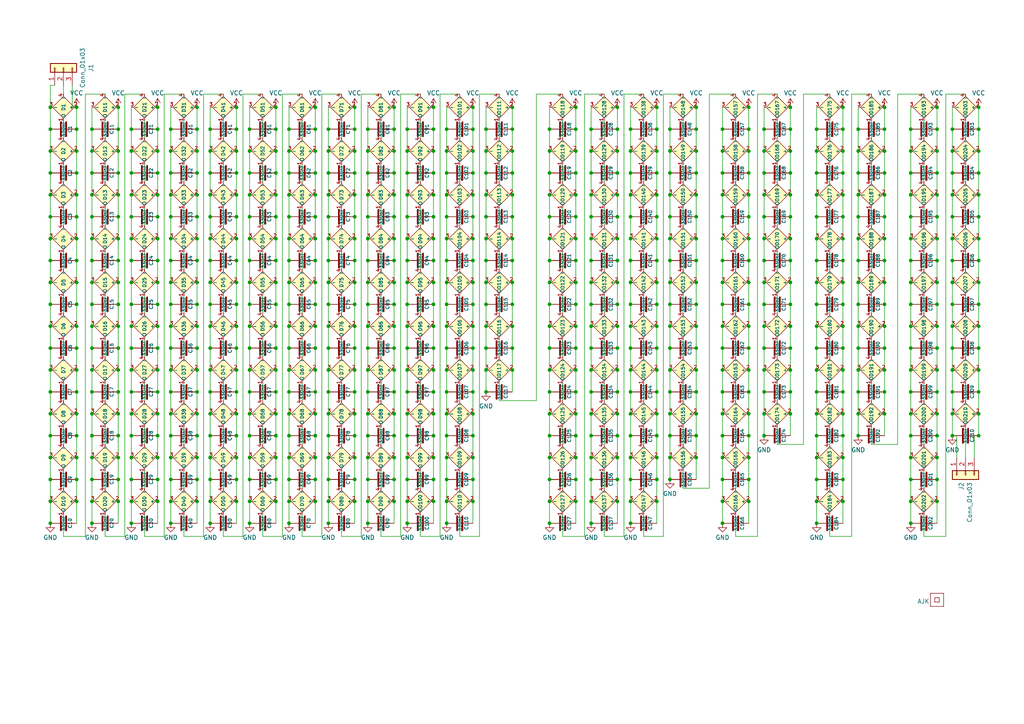
<source format=kicad_sch>
(kicad_sch (version 20230121) (generator eeschema)
  (paper "A4")
  (title_block (title "LED ring coaster") (date "${DATE}") (rev "1") (comment 1 "@revk@toot.me.uk") (comment 2 "www.me.uk"))
  (junction (at 167.005 126.365))
  (junction (at 129.54 75.565))
  (junction (at 26.67 81.915))
  (junction (at 80.01 120.015))
  (junction (at 190.5 107.315))
  (junction (at 83.82 43.815))
  (junction (at 68.58 94.615))
  (junction (at 129.54 94.615))
  (junction (at 80.01 139.065))
  (junction (at 248.92 75.565))
  (junction (at 248.92 81.915))
  (junction (at 45.72 94.615))
  (junction (at 171.45 100.965))
  (junction (at 140.97 62.865))
  (junction (at 60.96 56.515))
  (junction (at 171.45 50.165))
  (junction (at 159.385 75.565))
  (junction (at 229.235 94.615))
  (junction (at 102.87 31.115))
  (junction (at 80.01 126.365))
  (junction (at 190.5 37.465))
  (junction (at 159.385 56.515))
  (junction (at 14.605 43.815))
  (junction (at 171.45 139.065))
  (junction (at 137.16 62.865))
  (junction (at 114.3 62.865))
  (junction (at 125.73 50.165))
  (junction (at 57.15 100.965))
  (junction (at 26.67 132.715))
  (junction (at 102.87 69.215))
  (junction (at 72.39 88.265))
  (junction (at 34.29 107.315))
  (junction (at 190.5 88.265))
  (junction (at 209.55 94.615))
  (junction (at 129.54 69.215))
  (junction (at 26.67 113.665))
  (junction (at 244.475 113.665))
  (junction (at 182.88 69.215))
  (junction (at 80.01 94.615))
  (junction (at 45.72 145.415))
  (junction (at 26.67 50.165))
  (junction (at 236.855 113.665))
  (junction (at 72.39 132.715))
  (junction (at 171.45 56.515))
  (junction (at 91.44 94.615))
  (junction (at 114.3 69.215))
  (junction (at 171.45 94.615))
  (junction (at 190.5 56.515))
  (junction (at 129.54 88.265))
  (junction (at 236.855 62.865))
  (junction (at 34.29 145.415))
  (junction (at 244.475 62.865))
  (junction (at 221.615 107.315))
  (junction (at 271.78 75.565))
  (junction (at 201.93 107.315))
  (junction (at 217.17 31.115))
  (junction (at 72.39 100.965))
  (junction (at 190.5 75.565))
  (junction (at 248.92 56.515))
  (junction (at 95.25 69.215))
  (junction (at 60.96 81.915))
  (junction (at 209.55 100.965))
  (junction (at 91.44 43.815))
  (junction (at 80.01 43.815))
  (junction (at 114.3 126.365))
  (junction (at 159.385 88.265))
  (junction (at 68.58 75.565))
  (junction (at 236.855 50.165))
  (junction (at 34.29 94.615))
  (junction (at 95.25 37.465))
  (junction (at 159.385 126.365))
  (junction (at 137.16 69.215))
  (junction (at 201.93 69.215))
  (junction (at 14.605 100.965))
  (junction (at 60.96 151.765))
  (junction (at 80.01 50.165))
  (junction (at 95.25 56.515))
  (junction (at 276.225 62.865))
  (junction (at 129.54 107.315))
  (junction (at 276.225 107.315))
  (junction (at 22.225 31.115))
  (junction (at 125.73 62.865))
  (junction (at 118.11 145.415))
  (junction (at 264.16 151.765))
  (junction (at 91.44 100.965))
  (junction (at 91.44 31.115))
  (junction (at 167.005 88.265))
  (junction (at 118.11 81.915))
  (junction (at 60.96 43.815))
  (junction (at 68.58 107.315))
  (junction (at 171.45 132.715))
  (junction (at 217.17 94.615))
  (junction (at 209.55 107.315))
  (junction (at 72.39 139.065))
  (junction (at 264.16 94.615))
  (junction (at 159.385 37.465))
  (junction (at 118.11 37.465))
  (junction (at 106.68 50.165))
  (junction (at 276.225 81.915))
  (junction (at 148.59 100.965))
  (junction (at 83.82 100.965))
  (junction (at 80.01 113.665))
  (junction (at 129.54 43.815))
  (junction (at 182.88 139.065))
  (junction (at 118.11 151.765))
  (junction (at 137.16 75.565))
  (junction (at 14.605 88.265))
  (junction (at 236.855 139.065))
  (junction (at 276.225 50.165))
  (junction (at 283.845 94.615))
  (junction (at 182.88 62.865))
  (junction (at 276.225 94.615))
  (junction (at 129.54 37.465))
  (junction (at 167.005 43.815))
  (junction (at 271.78 113.665))
  (junction (at 72.39 107.315))
  (junction (at 248.92 62.865))
  (junction (at 60.96 145.415))
  (junction (at 221.615 43.815))
  (junction (at 114.3 120.015))
  (junction (at 60.96 100.965))
  (junction (at 190.5 100.965))
  (junction (at 83.82 132.715))
  (junction (at 45.72 132.715))
  (junction (at 229.235 56.515))
  (junction (at 34.29 126.365))
  (junction (at 236.855 88.265))
  (junction (at 106.68 56.515))
  (junction (at 95.25 62.865))
  (junction (at 106.68 37.465))
  (junction (at 221.615 37.465))
  (junction (at 118.11 113.665))
  (junction (at 80.01 37.465))
  (junction (at 271.78 94.615))
  (junction (at 68.58 69.215))
  (junction (at 60.96 132.715))
  (junction (at 256.54 43.815))
  (junction (at 229.235 113.665))
  (junction (at 167.005 31.115))
  (junction (at 244.475 69.215))
  (junction (at 34.29 50.165))
  (junction (at 140.97 43.815))
  (junction (at 171.45 145.415))
  (junction (at 194.31 75.565))
  (junction (at 236.855 56.515))
  (junction (at 209.55 56.515))
  (junction (at 276.225 126.365))
  (junction (at 271.78 107.315))
  (junction (at 38.1 100.965))
  (junction (at 80.01 145.415))
  (junction (at 229.235 88.265))
  (junction (at 102.87 81.915))
  (junction (at 264.16 50.165))
  (junction (at 129.54 151.765))
  (junction (at 102.87 50.165))
  (junction (at 276.225 120.015))
  (junction (at 244.475 88.265))
  (junction (at 264.16 132.715))
  (junction (at 194.31 139.065))
  (junction (at 49.53 120.015))
  (junction (at 45.72 69.215))
  (junction (at 102.87 113.665))
  (junction (at 276.225 37.465))
  (junction (at 22.225 120.015))
  (junction (at 102.87 126.365))
  (junction (at 80.01 69.215))
  (junction (at 95.25 120.015))
  (junction (at 60.96 62.865))
  (junction (at 68.58 113.665))
  (junction (at 201.93 94.615))
  (junction (at 60.96 126.365))
  (junction (at 26.67 120.015))
  (junction (at 22.225 81.915))
  (junction (at 102.87 120.015))
  (junction (at 182.88 126.365))
  (junction (at 209.55 88.265))
  (junction (at 22.225 139.065))
  (junction (at 271.78 88.265))
  (junction (at 209.55 126.365))
  (junction (at 276.225 43.815))
  (junction (at 217.17 145.415))
  (junction (at 22.225 88.265))
  (junction (at 14.605 94.615))
  (junction (at 22.225 132.715))
  (junction (at 91.44 37.465))
  (junction (at 248.92 69.215))
  (junction (at 22.225 126.365))
  (junction (at 49.53 88.265))
  (junction (at 57.15 31.115))
  (junction (at 68.58 126.365))
  (junction (at 22.225 56.515))
  (junction (at 229.235 31.115))
  (junction (at 125.73 100.965))
  (junction (at 229.235 69.215))
  (junction (at 80.01 107.315))
  (junction (at 244.475 145.415))
  (junction (at 83.82 94.615))
  (junction (at 102.87 43.815))
  (junction (at 26.67 94.615))
  (junction (at 45.72 126.365))
  (junction (at 26.67 37.465))
  (junction (at 49.53 100.965))
  (junction (at 45.72 120.015))
  (junction (at 244.475 100.965))
  (junction (at 182.88 120.015))
  (junction (at 118.11 50.165))
  (junction (at 68.58 37.465))
  (junction (at 256.54 100.965))
  (junction (at 83.82 81.915))
  (junction (at 244.475 81.915))
  (junction (at 22.225 62.865))
  (junction (at 201.93 43.815))
  (junction (at 283.845 43.815))
  (junction (at 283.845 107.315))
  (junction (at 34.29 43.815))
  (junction (at 49.53 145.415))
  (junction (at 236.855 120.015))
  (junction (at 159.385 151.765))
  (junction (at 179.07 75.565))
  (junction (at 60.96 120.015))
  (junction (at 271.78 100.965))
  (junction (at 209.55 75.565))
  (junction (at 114.3 94.615))
  (junction (at 271.78 81.915))
  (junction (at 14.605 107.315))
  (junction (at 129.54 62.865))
  (junction (at 171.45 151.765))
  (junction (at 60.96 113.665))
  (junction (at 91.44 132.715))
  (junction (at 221.615 126.365))
  (junction (at 179.07 37.465))
  (junction (at 137.16 120.015))
  (junction (at 276.225 88.265))
  (junction (at 244.475 31.115))
  (junction (at 49.53 132.715))
  (junction (at 182.88 113.665))
  (junction (at 95.25 88.265))
  (junction (at 171.45 43.815))
  (junction (at 137.16 88.265))
  (junction (at 118.11 100.965))
  (junction (at 72.39 56.515))
  (junction (at 49.53 126.365))
  (junction (at 229.235 120.015))
  (junction (at 26.67 88.265))
  (junction (at 271.78 120.015))
  (junction (at 256.54 88.265))
  (junction (at 45.72 62.865))
  (junction (at 276.225 69.215))
  (junction (at 57.15 120.015))
  (junction (at 118.11 88.265))
  (junction (at 125.73 132.715))
  (junction (at 137.16 50.165))
  (junction (at 125.73 145.415))
  (junction (at 148.59 88.265))
  (junction (at 91.44 88.265))
  (junction (at 38.1 151.765))
  (junction (at 264.16 126.365))
  (junction (at 114.3 113.665))
  (junction (at 60.96 69.215))
  (junction (at 217.17 81.915))
  (junction (at 34.29 37.465))
  (junction (at 201.93 120.015))
  (junction (at 190.5 43.815))
  (junction (at 91.44 69.215))
  (junction (at 34.29 62.865))
  (junction (at 14.605 126.365))
  (junction (at 38.1 126.365))
  (junction (at 182.88 75.565))
  (junction (at 137.16 81.915))
  (junction (at 201.93 100.965))
  (junction (at 179.07 113.665))
  (junction (at 57.15 126.365))
  (junction (at 125.73 81.915))
  (junction (at 91.44 126.365))
  (junction (at 34.29 100.965))
  (junction (at 276.225 56.515))
  (junction (at 45.72 43.815))
  (junction (at 38.1 88.265))
  (junction (at 248.92 43.815))
  (junction (at 72.39 126.365))
  (junction (at 148.59 31.115))
  (junction (at 194.31 107.315))
  (junction (at 91.44 62.865))
  (junction (at 49.53 151.765))
  (junction (at 114.3 31.115))
  (junction (at 34.29 31.115))
  (junction (at 159.385 94.615))
  (junction (at 201.93 113.665))
  (junction (at 129.54 145.415))
  (junction (at 83.82 56.515))
  (junction (at 106.68 139.065))
  (junction (at 182.88 145.415))
  (junction (at 129.54 56.515))
  (junction (at 221.615 88.265))
  (junction (at 179.07 120.015))
  (junction (at 45.72 56.515))
  (junction (at 217.17 107.315))
  (junction (at 190.5 69.215))
  (junction (at 271.78 126.365))
  (junction (at 68.58 88.265))
  (junction (at 159.385 69.215))
  (junction (at 106.68 100.965))
  (junction (at 102.87 107.315))
  (junction (at 83.82 37.465))
  (junction (at 209.55 139.065))
  (junction (at 57.15 88.265))
  (junction (at 182.88 107.315))
  (junction (at 209.55 120.015))
  (junction (at 244.475 56.515))
  (junction (at 45.72 88.265))
  (junction (at 137.16 107.315))
  (junction (at 57.15 113.665))
  (junction (at 256.54 56.515))
  (junction (at 159.385 62.865))
  (junction (at 190.5 113.665))
  (junction (at 229.235 37.465))
  (junction (at 248.92 50.165))
  (junction (at 217.17 132.715))
  (junction (at 179.07 145.415))
  (junction (at 95.25 75.565))
  (junction (at 129.54 126.365))
  (junction (at 57.15 37.465))
  (junction (at 140.97 50.165))
  (junction (at 182.88 56.515))
  (junction (at 129.54 100.965))
  (junction (at 229.235 50.165))
  (junction (at 45.72 31.115))
  (junction (at 264.16 107.315))
  (junction (at 179.07 43.815))
  (junction (at 118.11 107.315))
  (junction (at 159.385 145.415))
  (junction (at 118.11 69.215))
  (junction (at 38.1 107.315))
  (junction (at 194.31 62.865))
  (junction (at 201.93 37.465))
  (junction (at 34.29 113.665))
  (junction (at 57.15 132.715))
  (junction (at 256.54 50.165))
  (junction (at 148.59 81.915))
  (junction (at 118.11 56.515))
  (junction (at 34.29 75.565))
  (junction (at 38.1 120.015))
  (junction (at 91.44 75.565))
  (junction (at 217.17 56.515))
  (junction (at 264.16 56.515))
  (junction (at 179.07 100.965))
  (junction (at 49.53 37.465))
  (junction (at 283.845 120.015))
  (junction (at 256.54 81.915))
  (junction (at 102.87 88.265))
  (junction (at 194.31 56.515))
  (junction (at 217.17 69.215))
  (junction (at 148.59 75.565))
  (junction (at 83.82 50.165))
  (junction (at 114.3 43.815))
  (junction (at 159.385 50.165))
  (junction (at 229.235 100.965))
  (junction (at 22.225 145.415))
  (junction (at 91.44 107.315))
  (junction (at 217.17 50.165))
  (junction (at 83.82 126.365))
  (junction (at 256.54 69.215))
  (junction (at 106.68 126.365))
  (junction (at 209.55 145.415))
  (junction (at 209.55 43.815))
  (junction (at 137.16 37.465))
  (junction (at 38.1 132.715))
  (junction (at 190.5 145.415))
  (junction (at 22.225 94.615))
  (junction (at 148.59 69.215))
  (junction (at 14.605 151.765))
  (junction (at 106.68 88.265))
  (junction (at 209.55 151.765))
  (junction (at 148.59 94.615))
  (junction (at 34.29 88.265))
  (junction (at 45.72 37.465))
  (junction (at 129.54 120.015))
  (junction (at 221.615 62.865))
  (junction (at 248.92 107.315))
  (junction (at 129.54 50.165))
  (junction (at 68.58 31.115))
  (junction (at 179.07 132.715))
  (junction (at 167.005 94.615))
  (junction (at 102.87 139.065))
  (junction (at 182.88 43.815))
  (junction (at 137.16 94.615))
  (junction (at 95.25 43.815))
  (junction (at 283.845 31.115))
  (junction (at 201.93 62.865))
  (junction (at 91.44 145.415))
  (junction (at 102.87 56.515))
  (junction (at 114.3 132.715))
  (junction (at 26.67 126.365))
  (junction (at 244.475 139.065))
  (junction (at 221.615 81.915))
  (junction (at 95.25 81.915))
  (junction (at 118.11 139.065))
  (junction (at 125.73 107.315))
  (junction (at 194.31 126.365))
  (junction (at 236.855 75.565))
  (junction (at 190.5 126.365))
  (junction (at 125.73 69.215))
  (junction (at 209.55 62.865))
  (junction (at 140.97 81.915))
  (junction (at 271.78 50.165))
  (junction (at 244.475 120.015))
  (junction (at 114.3 50.165))
  (junction (at 38.1 69.215))
  (junction (at 45.72 50.165))
  (junction (at 60.96 94.615))
  (junction (at 283.845 50.165))
  (junction (at 229.235 81.915))
  (junction (at 182.88 94.615))
  (junction (at 22.225 100.965))
  (junction (at 179.07 69.215))
  (junction (at 190.5 94.615))
  (junction (at 14.605 37.465))
  (junction (at 244.475 94.615))
  (junction (at 248.92 94.615))
  (junction (at 194.31 37.465))
  (junction (at 125.73 120.015))
  (junction (at 49.53 62.865))
  (junction (at 118.11 43.815))
  (junction (at 14.605 81.915))
  (junction (at 14.605 75.565))
  (junction (at 229.235 43.815))
  (junction (at 106.68 151.765))
  (junction (at 190.5 62.865))
  (junction (at 167.005 75.565))
  (junction (at 38.1 81.915))
  (junction (at 57.15 107.315))
  (junction (at 34.29 69.215))
  (junction (at 80.01 56.515))
  (junction (at 68.58 132.715))
  (junction (at 159.385 81.915))
  (junction (at 72.39 113.665))
  (junction (at 244.475 132.715))
  (junction (at 49.53 94.615))
  (junction (at 194.31 69.215))
  (junction (at 167.005 145.415))
  (junction (at 171.45 126.365))
  (junction (at 217.17 113.665))
  (junction (at 256.54 120.015))
  (junction (at 201.93 75.565))
  (junction (at 264.16 43.815))
  (junction (at 38.1 50.165))
  (junction (at 264.16 145.415))
  (junction (at 271.78 43.815))
  (junction (at 91.44 113.665))
  (junction (at 95.25 113.665))
  (junction (at 34.29 139.065))
  (junction (at 22.225 75.565))
  (junction (at 190.5 120.015))
  (junction (at 201.93 81.915))
  (junction (at 171.45 120.015))
  (junction (at 45.72 113.665))
  (junction (at 167.005 100.965))
  (junction (at 159.385 107.315))
  (junction (at 106.68 120.015))
  (junction (at 129.54 81.915))
  (junction (at 140.97 107.315))
  (junction (at 179.07 56.515))
  (junction (at 26.67 43.815))
  (junction (at 137.16 139.065))
  (junction (at 129.54 132.715))
  (junction (at 283.845 56.515))
  (junction (at 68.58 139.065))
  (junction (at 171.45 88.265))
  (junction (at 14.605 139.065))
  (junction (at 159.385 132.715))
  (junction (at 148.59 43.815))
  (junction (at 91.44 120.015))
  (junction (at 236.855 69.215))
  (junction (at 167.005 107.315))
  (junction (at 118.11 132.715))
  (junction (at 148.59 62.865))
  (junction (at 22.225 69.215))
  (junction (at 194.31 43.815))
  (junction (at 264.16 75.565))
  (junction (at 256.54 94.615))
  (junction (at 201.93 126.365))
  (junction (at 57.15 139.065))
  (junction (at 221.615 75.565))
  (junction (at 26.67 107.315))
  (junction (at 194.31 132.715))
  (junction (at 91.44 139.065))
  (junction (at 60.96 50.165))
  (junction (at 49.53 139.065))
  (junction (at 14.605 31.115))
  (junction (at 201.93 88.265))
  (junction (at 264.16 37.465))
  (junction (at 95.25 107.315))
  (junction (at 14.605 113.665))
  (junction (at 148.59 37.465))
  (junction (at 114.3 139.065))
  (junction (at 72.39 81.915))
  (junction (at 167.005 50.165))
  (junction (at 114.3 37.465))
  (junction (at 283.845 113.665))
  (junction (at 45.72 100.965))
  (junction (at 57.15 145.415))
  (junction (at 236.855 151.765))
  (junction (at 179.07 50.165))
  (junction (at 68.58 120.015))
  (junction (at 217.17 37.465))
  (junction (at 283.845 69.215))
  (junction (at 106.68 94.615))
  (junction (at 167.005 132.715))
  (junction (at 125.73 113.665))
  (junction (at 229.235 107.315))
  (junction (at 125.73 94.615))
  (junction (at 95.25 100.965))
  (junction (at 137.16 43.815))
  (junction (at 125.73 31.115))
  (junction (at 102.87 37.465))
  (junction (at 45.72 81.915))
  (junction (at 57.15 62.865))
  (junction (at 95.25 145.415))
  (junction (at 57.15 56.515))
  (junction (at 167.005 62.865))
  (junction (at 244.475 43.815))
  (junction (at 159.385 139.065))
  (junction (at 209.55 81.915))
  (junction (at 159.385 120.015))
  (junction (at 236.855 37.465))
  (junction (at 256.54 75.565))
  (junction (at 14.605 62.865))
  (junction (at 125.73 75.565))
  (junction (at 95.25 50.165))
  (junction (at 114.3 81.915))
  (junction (at 38.1 75.565))
  (junction (at 264.16 100.965))
  (junction (at 236.855 107.315))
  (junction (at 83.82 145.415))
  (junction (at 283.845 75.565))
  (junction (at 72.39 75.565))
  (junction (at 49.53 107.315))
  (junction (at 171.45 62.865))
  (junction (at 182.88 132.715))
  (junction (at 80.01 81.915))
  (junction (at 49.53 113.665))
  (junction (at 26.67 100.965))
  (junction (at 102.87 100.965))
  (junction (at 95.25 139.065))
  (junction (at 106.68 43.815))
  (junction (at 118.11 120.015))
  (junction (at 283.845 81.915))
  (junction (at 209.55 50.165))
  (junction (at 34.29 120.015))
  (junction (at 167.005 81.915))
  (junction (at 49.53 69.215))
  (junction (at 217.17 62.865))
  (junction (at 229.235 62.865))
  (junction (at 60.96 37.465))
  (junction (at 22.225 50.165))
  (junction (at 72.39 50.165))
  (junction (at 209.55 132.715))
  (junction (at 221.615 69.215))
  (junction (at 229.235 75.565))
  (junction (at 137.16 145.415))
  (junction (at 102.87 145.415))
  (junction (at 167.005 120.015))
  (junction (at 49.53 75.565))
  (junction (at 271.78 31.115))
  (junction (at 167.005 113.665))
  (junction (at 236.855 145.415))
  (junction (at 221.615 120.015))
  (junction (at 209.55 37.465))
  (junction (at 244.475 75.565))
  (junction (at 22.225 43.815))
  (junction (at 236.855 81.915))
  (junction (at 72.39 151.765))
  (junction (at 264.16 113.665))
  (junction (at 83.82 62.865))
  (junction (at 244.475 37.465))
  (junction (at 72.39 145.415))
  (junction (at 125.73 126.365))
  (junction (at 140.97 88.265))
  (junction (at 167.005 69.215))
  (junction (at 201.93 56.515))
  (junction (at 182.88 100.965))
  (junction (at 60.96 88.265))
  (junction (at 276.225 100.965))
  (junction (at 248.92 88.265))
  (junction (at 38.1 56.515))
  (junction (at 209.55 113.665))
  (junction (at 49.53 50.165))
  (junction (at 95.25 132.715))
  (junction (at 148.59 56.515))
  (junction (at 57.15 81.915))
  (junction (at 171.45 69.215))
  (junction (at 194.31 94.615))
  (junction (at 137.16 132.715))
  (junction (at 80.01 75.565))
  (junction (at 106.68 81.915))
  (junction (at 80.01 100.965))
  (junction (at 276.225 75.565))
  (junction (at 248.92 100.965))
  (junction (at 118.11 94.615))
  (junction (at 140.97 56.515))
  (junction (at 217.17 126.365))
  (junction (at 221.615 94.615))
  (junction (at 194.31 100.965))
  (junction (at 179.07 31.115))
  (junction (at 171.45 113.665))
  (junction (at 95.25 126.365))
  (junction (at 38.1 145.415))
  (junction (at 167.005 139.065))
  (junction (at 14.605 56.515))
  (junction (at 49.53 56.515))
  (junction (at 248.92 120.015))
  (junction (at 80.01 62.865))
  (junction (at 125.73 43.815))
  (junction (at 244.475 107.315))
  (junction (at 72.39 94.615))
  (junction (at 38.1 139.065))
  (junction (at 102.87 94.615))
  (junction (at 201.93 132.715))
  (junction (at 80.01 88.265))
  (junction (at 209.55 69.215))
  (junction (at 159.385 113.665))
  (junction (at 125.73 88.265))
  (junction (at 171.45 75.565))
  (junction (at 57.15 75.565))
  (junction (at 182.88 151.765))
  (junction (at 26.67 75.565))
  (junction (at 159.385 43.815))
  (junction (at 179.07 81.915))
  (junction (at 125.73 37.465))
  (junction (at 190.5 139.065))
  (junction (at 256.54 107.315))
  (junction (at 140.97 100.965))
  (junction (at 171.45 81.915))
  (junction (at 49.53 81.915))
  (junction (at 129.54 139.065))
  (junction (at 137.16 113.665))
  (junction (at 194.31 113.665))
  (junction (at 248.92 37.465))
  (junction (at 129.54 113.665))
  (junction (at 114.3 100.965))
  (junction (at 171.45 37.465))
  (junction (at 72.39 37.465))
  (junction (at 26.67 56.515))
  (junction (at 217.17 88.265))
  (junction (at 271.78 69.215))
  (junction (at 72.39 69.215))
  (junction (at 34.29 132.715))
  (junction (at 140.97 69.215))
  (junction (at 83.82 107.315))
  (junction (at 22.225 107.315))
  (junction (at 137.16 126.365))
  (junction (at 83.82 120.015))
  (junction (at 190.5 50.165))
  (junction (at 60.96 139.065))
  (junction (at 264.16 139.065))
  (junction (at 217.17 100.965))
  (junction (at 102.87 132.715))
  (junction (at 256.54 37.465))
  (junction (at 118.11 75.565))
  (junction (at 106.68 132.715))
  (junction (at 106.68 62.865))
  (junction (at 80.01 31.115))
  (junction (at 106.68 145.415))
  (junction (at 264.16 88.265))
  (junction (at 140.97 75.565))
  (junction (at 137.16 100.965))
  (junction (at 26.67 151.765))
  (junction (at 236.855 43.815))
  (junction (at 45.72 139.065))
  (junction (at 179.07 94.615))
  (junction (at 194.31 88.265))
  (junction (at 14.605 132.715))
  (junction (at 91.44 50.165))
  (junction (at 118.11 126.365))
  (junction (at 14.605 50.165))
  (junction (at 118.11 62.865))
  (junction (at 264.16 69.215))
  (junction (at 217.17 139.065))
  (junction (at 38.1 43.815))
  (junction (at 167.005 37.465))
  (junction (at 57.15 50.165))
  (junction (at 38.1 94.615))
  (junction (at 60.96 107.315))
  (junction (at 283.845 88.265))
  (junction (at 83.82 113.665))
  (junction (at 236.855 100.965))
  (junction (at 179.07 139.065))
  (junction (at 68.58 43.815))
  (junction (at 57.15 69.215))
  (junction (at 57.15 43.815))
  (junction (at 179.07 88.265))
  (junction (at 45.72 107.315))
  (junction (at 194.31 120.015))
  (junction (at 194.31 50.165))
  (junction (at 26.67 139.065))
  (junction (at 125.73 56.515))
  (junction (at 72.39 43.815))
  (junction (at 271.78 139.065))
  (junction (at 264.16 81.915))
  (junction (at 236.855 132.715))
  (junction (at 102.87 75.565))
  (junction (at 106.68 69.215))
  (junction (at 179.07 126.365))
  (junction (at 95.25 151.765))
  (junction (at 221.615 100.965))
  (junction (at 14.605 69.215))
  (junction (at 194.31 81.915))
  (junction (at 34.29 56.515))
  (junction (at 114.3 75.565))
  (junction (at 148.59 107.315))
  (junction (at 244.475 50.165))
  (junction (at 190.5 132.715))
  (junction (at 283.845 126.365))
  (junction (at 271.78 56.515))
  (junction (at 201.93 50.165))
  (junction (at 38.1 62.865))
  (junction (at 201.93 31.115))
  (junction (at 271.78 62.865))
  (junction (at 140.97 113.665))
  (junction (at 38.1 113.665))
  (junction (at 38.1 37.465))
  (junction (at 271.78 37.465))
  (junction (at 179.07 62.865))
  (junction (at 182.88 50.165))
  (junction (at 91.44 81.915))
  (junction (at 148.59 50.165))
  (junction (at 68.58 145.415))
  (junction (at 264.16 62.865))
  (junction (at 283.845 37.465))
  (junction (at 125.73 139.065))
  (junction (at 49.53 43.815))
  (junction (at 221.615 56.515))
  (junction (at 271.78 132.715))
  (junction (at 256.54 62.865))
  (junction (at 34.29 81.915))
  (junction (at 140.97 37.465))
  (junction (at 221.615 50.165))
  (junction (at 91.44 56.515))
  (junction (at 83.82 69.215))
  (junction (at 95.25 94.615))
  (junction (at 106.68 107.315))
  (junction (at 26.67 69.215))
  (junction (at 236.855 94.615))
  (junction (at 72.39 62.865))
  (junction (at 72.39 120.015))
  (junction (at 236.855 126.365))
  (junction (at 221.615 113.665))
  (junction (at 26.67 145.415))
  (junction (at 256.54 31.115))
  (junction (at 14.605 120.015))
  (junction (at 68.58 62.865))
  (junction (at 283.845 62.865))
  (junction (at 182.88 37.465))
  (junction (at 244.475 126.365))
  (junction (at 68.58 56.515))
  (junction (at 114.3 88.265))
  (junction (at 248.92 113.665))
  (junction (at 83.82 88.265))
  (junction (at 83.82 151.765))
  (junction (at 83.82 139.065))
  (junction (at 256.54 113.665))
  (junction (at 68.58 81.915))
  (junction (at 114.3 56.515))
  (junction (at 80.01 132.715))
  (junction (at 68.58 100.965))
  (junction (at 106.68 113.665))
  (junction (at 190.5 81.915))
  (junction (at 217.17 120.015))
  (junction (at 106.68 75.565))
  (junction (at 182.88 81.915))
  (junction (at 271.78 145.415))
  (junction (at 114.3 145.415))
  (junction (at 167.005 56.515))
  (junction (at 217.17 43.815))
  (junction (at 159.385 100.965))
  (junction (at 114.3 107.315))
  (junction (at 171.45 107.315))
  (junction (at 14.605 145.415))
  (junction (at 60.96 75.565))
  (junction (at 45.72 75.565))
  (junction (at 182.88 88.265))
  (junction (at 137.16 31.115))
  (junction (at 26.67 62.865))
  (junction (at 57.15 94.615))
  (junction (at 83.82 75.565))
  (junction (at 276.225 113.665))
  (junction (at 102.87 62.865))
  (junction (at 22.225 37.465))
  (junction (at 283.845 100.965))
  (junction (at 217.17 75.565))
  (junction (at 248.92 126.365))
  (junction (at 190.5 31.115))
  (junction (at 264.16 120.015))
  (junction (at 140.97 94.615))
  (junction (at 22.225 113.665))
  (junction (at 68.58 50.165))
  (junction (at 137.16 56.515))
  (junction (at 179.07 107.315))
  (wire (pts (xy 14.605 126.365) (xy 14.605 132.715)))
  (wire (pts (xy 102.87 145.415) (xy 102.87 151.765)))
  (wire (pts (xy 80.01 31.115) (xy 80.01 37.465)))
  (wire (pts (xy 252.73 111.125) (xy 252.73 116.205)))
  (wire (pts (xy 182.88 81.915) (xy 182.88 88.265)))
  (wire (pts (xy 121.92 149.225) (xy 121.92 155.575)))
  (wire (pts (xy 137.16 107.315) (xy 137.16 113.665)))
  (wire (pts (xy 125.73 69.215) (xy 125.73 75.565)))
  (wire (pts (xy 129.54 139.065) (xy 129.54 145.415)))
  (wire (pts (xy 118.11 56.515) (xy 118.11 62.865)))
  (wire (pts (xy 247.015 155.575) (xy 240.665 155.575)))
  (wire (pts (xy 137.16 132.715) (xy 137.16 139.065)))
  (wire (pts (xy 30.48 98.425) (xy 30.48 103.505)))
  (wire (pts (xy 144.78 98.425) (xy 144.78 103.505)))
  (wire (pts (xy 129.54 145.415) (xy 129.54 151.765)))
  (wire (pts (xy 15.875 24.765) (xy 14.605 24.765)))
  (wire (pts (xy 248.92 120.015) (xy 248.92 126.365)))
  (wire (pts (xy 219.71 27.305) (xy 219.71 155.575)))
  (wire (pts (xy 140.97 31.115) (xy 140.97 37.465)))
  (wire (pts (xy 95.25 120.015) (xy 95.25 126.365)))
  (wire (pts (xy 60.96 31.115) (xy 60.96 37.465)))
  (wire (pts (xy 95.25 145.415) (xy 95.25 151.765)))
  (wire (pts (xy 26.67 81.915) (xy 26.67 88.265)))
  (wire (pts (xy 49.53 31.115) (xy 49.53 37.465)))
  (wire (pts (xy 121.92 98.425) (xy 121.92 103.505)))
  (wire (pts (xy 22.225 56.515) (xy 22.225 62.865)))
  (wire (pts (xy 264.16 75.565) (xy 264.16 81.915)))
  (wire (pts (xy 38.1 120.015) (xy 38.1 126.365)))
  (wire (pts (xy 106.68 126.365) (xy 106.68 132.715)))
  (wire (pts (xy 129.54 126.365) (xy 129.54 132.715)))
  (wire (pts (xy 57.15 81.915) (xy 57.15 88.265)))
  (wire (pts (xy 95.25 100.965) (xy 95.25 107.315)))
  (wire (pts (xy 163.195 85.725) (xy 163.195 90.805)))
  (wire (pts (xy 106.68 69.215) (xy 106.68 75.565)))
  (wire (pts (xy 213.36 47.625) (xy 213.36 52.705)))
  (wire (pts (xy 159.385 126.365) (xy 159.385 132.715)))
  (wire (pts (xy 106.68 94.615) (xy 106.68 100.965)))
  (wire (pts (xy 60.96 139.065) (xy 60.96 145.415)))
  (wire (pts (xy 283.845 69.215) (xy 283.845 75.565)))
  (wire (pts (xy 76.2 34.925) (xy 76.2 40.005)))
  (wire (pts (xy 244.475 107.315) (xy 244.475 113.665)))
  (wire (pts (xy 217.17 56.515) (xy 217.17 62.865)))
  (wire (pts (xy 60.96 75.565) (xy 60.96 81.915)))
  (wire (pts (xy 26.67 100.965) (xy 26.67 107.315)))
  (wire (pts (xy 229.235 113.665) (xy 229.235 120.015)))
  (wire (pts (xy 129.54 120.015) (xy 129.54 126.365)))
  (wire (pts (xy 155.575 116.205) (xy 155.575 27.305)))
  (wire (pts (xy 45.72 69.215) (xy 45.72 75.565)))
  (wire (pts (xy 229.235 56.515) (xy 229.235 62.865)))
  (wire (pts (xy 118.11 139.065) (xy 118.11 145.415)))
  (wire (pts (xy 133.35 149.225) (xy 133.35 155.575)))
  (wire (pts (xy 194.31 120.015) (xy 194.31 126.365)))
  (wire (pts (xy 244.475 69.215) (xy 244.475 75.565)))
  (wire (pts (xy 38.1 94.615) (xy 38.1 100.965)))
  (wire (pts (xy 276.225 75.565) (xy 276.225 81.915)))
  (wire (pts (xy 22.225 139.065) (xy 22.225 145.415)))
  (wire (pts (xy 209.55 139.065) (xy 209.55 145.415)))
  (wire (pts (xy 83.82 145.415) (xy 83.82 151.765)))
  (wire (pts (xy 213.36 111.125) (xy 213.36 116.205)))
  (wire (pts (xy 20.955 24.765) (xy 20.955 31.115)))
  (wire (pts (xy 106.68 31.115) (xy 106.68 37.465)))
  (wire (pts (xy 45.72 100.965) (xy 45.72 107.315)))
  (wire (pts (xy 271.78 139.065) (xy 271.78 145.415)))
  (wire (pts (xy 271.78 88.265) (xy 271.78 94.615)))
  (wire (pts (xy 256.54 50.165) (xy 256.54 56.515)))
  (wire (pts (xy 213.36 73.025) (xy 213.36 78.105)))
  (wire (pts (xy 129.54 69.215) (xy 129.54 75.565)))
  (wire (pts (xy 140.97 88.265) (xy 140.97 94.615)))
  (wire (pts (xy 144.78 85.725) (xy 144.78 90.805)))
  (wire (pts (xy 121.92 73.025) (xy 121.92 78.105)))
  (wire (pts (xy 80.01 37.465) (xy 80.01 43.815)))
  (wire (pts (xy 125.73 56.515) (xy 125.73 62.865)))
  (wire (pts (xy 190.5 126.365) (xy 190.5 132.715)))
  (wire (pts (xy 148.59 100.965) (xy 148.59 107.315)))
  (wire (pts (xy 159.385 145.415) (xy 159.385 151.765)))
  (wire (pts (xy 182.88 100.965) (xy 182.88 107.315)))
  (wire (pts (xy 201.93 126.365) (xy 201.93 132.715)))
  (wire (pts (xy 72.39 113.665) (xy 72.39 120.015)))
  (wire (pts (xy 201.93 43.815) (xy 201.93 50.165)))
  (wire (pts (xy 182.88 107.315) (xy 182.88 113.665)))
  (wire (pts (xy 247.015 27.305) (xy 252.73 27.305)))
  (wire (pts (xy 41.91 111.125) (xy 41.91 116.205)))
  (wire (pts (xy 221.615 94.615) (xy 221.615 100.965)))
  (wire (pts (xy 70.485 27.305) (xy 70.485 155.575)))
  (wire (pts (xy 267.97 47.625) (xy 267.97 52.705)))
  (wire (pts (xy 49.53 75.565) (xy 49.53 81.915)))
  (wire (pts (xy 283.845 88.265) (xy 283.845 94.615)))
  (wire (pts (xy 87.63 111.125) (xy 87.63 116.205)))
  (wire (pts (xy 137.16 100.965) (xy 137.16 107.315)))
  (wire (pts (xy 87.63 34.925) (xy 87.63 40.005)))
  (wire (pts (xy 99.06 73.025) (xy 99.06 78.105)))
  (wire (pts (xy 276.225 100.965) (xy 276.225 107.315)))
  (wire (pts (xy 53.34 123.825) (xy 53.34 128.905)))
  (wire (pts (xy 244.475 120.015) (xy 244.475 126.365)))
  (wire (pts (xy 252.73 34.925) (xy 252.73 40.005)))
  (wire (pts (xy 64.77 136.525) (xy 64.77 141.605)))
  (wire (pts (xy 64.77 111.125) (xy 64.77 116.205)))
  (wire (pts (xy 240.665 136.525) (xy 240.665 141.605)))
  (wire (pts (xy 229.235 50.165) (xy 229.235 56.515)))
  (wire (pts (xy 60.96 50.165) (xy 60.96 56.515)))
  (wire (pts (xy 264.16 94.615) (xy 264.16 100.965)))
  (wire (pts (xy 144.78 34.925) (xy 144.78 40.005)))
  (wire (pts (xy 41.91 27.305) (xy 36.195 27.305)))
  (wire (pts (xy 91.44 62.865) (xy 91.44 69.215)))
  (wire (pts (xy 99.06 111.125) (xy 99.06 116.205)))
  (wire (pts (xy 14.605 24.765) (xy 14.605 31.115)))
  (wire (pts (xy 221.615 120.015) (xy 221.615 126.365)))
  (wire (pts (xy 110.49 73.025) (xy 110.49 78.105)))
  (wire (pts (xy 209.55 50.165) (xy 209.55 56.515)))
  (wire (pts (xy 194.31 31.115) (xy 194.31 37.465)))
  (wire (pts (xy 49.53 139.065) (xy 49.53 145.415)))
  (wire (pts (xy 217.17 132.715) (xy 217.17 139.065)))
  (wire (pts (xy 93.345 27.305) (xy 93.345 155.575)))
  (wire (pts (xy 171.45 56.515) (xy 171.45 62.865)))
  (wire (pts (xy 201.93 31.115) (xy 201.93 37.465)))
  (wire (pts (xy 137.16 56.515) (xy 137.16 62.865)))
  (wire (pts (xy 194.31 113.665) (xy 194.31 120.015)))
  (wire (pts (xy 213.36 27.305) (xy 205.74 27.305)))
  (wire (pts (xy 148.59 88.265) (xy 148.59 94.615)))
  (wire (pts (xy 236.855 81.915) (xy 236.855 88.265)))
  (wire (pts (xy 72.39 31.115) (xy 72.39 37.465)))
  (wire (pts (xy 182.88 132.715) (xy 182.88 139.065)))
  (wire (pts (xy 190.5 120.015) (xy 190.5 126.365)))
  (wire (pts (xy 171.45 69.215) (xy 171.45 75.565)))
  (wire (pts (xy 106.68 107.315) (xy 106.68 113.665)))
  (wire (pts (xy 106.68 50.165) (xy 106.68 56.515)))
  (wire (pts (xy 18.415 85.725) (xy 18.415 90.805)))
  (wire (pts (xy 221.615 81.915) (xy 221.615 88.265)))
  (wire (pts (xy 229.235 37.465) (xy 229.235 43.815)))
  (wire (pts (xy 236.855 31.115) (xy 236.855 37.465)))
  (wire (pts (xy 125.73 100.965) (xy 125.73 107.315)))
  (wire (pts (xy 209.55 75.565) (xy 209.55 81.915)))
  (wire (pts (xy 118.11 81.915) (xy 118.11 88.265)))
  (wire (pts (xy 244.475 94.615) (xy 244.475 100.965)))
  (wire (pts (xy 64.77 85.725) (xy 64.77 90.805)))
  (wire (pts (xy 64.77 98.425) (xy 64.77 103.505)))
  (wire (pts (xy 213.36 98.425) (xy 213.36 103.505)))
  (wire (pts (xy 34.29 43.815) (xy 34.29 50.165)))
  (wire (pts (xy 167.005 62.865) (xy 167.005 69.215)))
  (wire (pts (xy 102.87 69.215) (xy 102.87 75.565)))
  (wire (pts (xy 57.15 75.565) (xy 57.15 81.915)))
  (wire (pts (xy 99.06 34.925) (xy 99.06 40.005)))
  (wire (pts (xy 137.16 75.565) (xy 137.16 81.915)))
  (wire (pts (xy 264.16 145.415) (xy 264.16 151.765)))
  (wire (pts (xy 110.49 149.225) (xy 110.49 155.575)))
  (wire (pts (xy 41.91 149.225) (xy 41.91 155.575)))
  (wire (pts (xy 80.01 43.815) (xy 80.01 50.165)))
  (wire (pts (xy 91.44 50.165) (xy 91.44 56.515)))
  (wire (pts (xy 248.92 81.915) (xy 248.92 88.265)))
  (wire (pts (xy 137.16 120.015) (xy 137.16 126.365)))
  (wire (pts (xy 248.92 50.165) (xy 248.92 56.515)))
  (wire (pts (xy 72.39 132.715) (xy 72.39 139.065)))
  (wire (pts (xy 57.15 100.965) (xy 57.15 107.315)))
  (wire (pts (xy 49.53 120.015) (xy 49.53 126.365)))
  (wire (pts (xy 190.5 100.965) (xy 190.5 107.315)))
  (wire (pts (xy 148.59 62.865) (xy 148.59 69.215)))
  (wire (pts (xy 264.16 81.915) (xy 264.16 88.265)))
  (wire (pts (xy 144.78 116.205) (xy 155.575 116.205)))
  (wire (pts (xy 102.87 132.715) (xy 102.87 139.065)))
  (wire (pts (xy 45.72 56.515) (xy 45.72 62.865)))
  (wire (pts (xy 221.615 113.665) (xy 221.615 120.015)))
  (wire (pts (xy 271.78 94.615) (xy 271.78 100.965)))
  (wire (pts (xy 76.2 149.225) (xy 76.2 155.575)))
  (wire (pts (xy 217.17 145.415) (xy 217.17 151.765)))
  (wire (pts (xy 256.54 43.815) (xy 256.54 50.165)))
  (wire (pts (xy 182.88 113.665) (xy 182.88 120.015)))
  (wire (pts (xy 175.26 85.725) (xy 175.26 90.805)))
  (wire (pts (xy 209.55 88.265) (xy 209.55 94.615)))
  (wire (pts (xy 45.72 88.265) (xy 45.72 94.615)))
  (wire (pts (xy 38.1 31.115) (xy 38.1 37.465)))
  (wire (pts (xy 80.01 56.515) (xy 80.01 62.865)))
  (wire (pts (xy 38.1 56.515) (xy 38.1 62.865)))
  (wire (pts (xy 217.17 75.565) (xy 217.17 81.915)))
  (wire (pts (xy 72.39 37.465) (xy 72.39 43.815)))
  (wire (pts (xy 95.25 94.615) (xy 95.25 100.965)))
  (wire (pts (xy 80.01 69.215) (xy 80.01 75.565)))
  (wire (pts (xy 179.07 107.315) (xy 179.07 113.665)))
  (wire (pts (xy 38.1 132.715) (xy 38.1 139.065)))
  (wire (pts (xy 34.29 56.515) (xy 34.29 62.865)))
  (wire (pts (xy 68.58 37.465) (xy 68.58 43.815)))
  (wire (pts (xy 276.225 37.465) (xy 276.225 43.815)))
  (wire (pts (xy 14.605 81.915) (xy 14.605 88.265)))
  (wire (pts (xy 14.605 113.665) (xy 14.605 120.015)))
  (wire (pts (xy 57.15 37.465) (xy 57.15 43.815)))
  (wire (pts (xy 99.06 136.525) (xy 99.06 141.605)))
  (wire (pts (xy 217.17 81.915) (xy 217.17 88.265)))
  (wire (pts (xy 264.16 120.015) (xy 264.16 126.365)))
  (wire (pts (xy 83.82 62.865) (xy 83.82 69.215)))
  (wire (pts (xy 133.35 27.305) (xy 127.635 27.305)))
  (wire (pts (xy 276.225 88.265) (xy 276.225 94.615)))
  (wire (pts (xy 267.97 60.325) (xy 267.97 65.405)))
  (wire (pts (xy 26.67 31.115) (xy 26.67 37.465)))
  (wire (pts (xy 72.39 62.865) (xy 72.39 69.215)))
  (wire (pts (xy 182.88 43.815) (xy 182.88 50.165)))
  (wire (pts (xy 159.385 113.665) (xy 159.385 120.015)))
  (wire (pts (xy 148.59 81.915) (xy 148.59 88.265)))
  (wire (pts (xy 118.11 43.815) (xy 118.11 50.165)))
  (wire (pts (xy 274.32 27.305) (xy 274.32 155.575)))
  (wire (pts (xy 139.065 27.305) (xy 139.065 155.575)))
  (wire (pts (xy 125.73 50.165) (xy 125.73 56.515)))
  (wire (pts (xy 140.97 43.815) (xy 140.97 50.165)))
  (wire (pts (xy 271.78 75.565) (xy 271.78 81.915)))
  (wire (pts (xy 114.3 126.365) (xy 114.3 132.715)))
  (wire (pts (xy 244.475 50.165) (xy 244.475 56.515)))
  (wire (pts (xy 36.195 27.305) (xy 36.195 155.575)))
  (wire (pts (xy 217.17 107.315) (xy 217.17 113.665)))
  (wire (pts (xy 225.425 73.025) (xy 225.425 78.105)))
  (wire (pts (xy 45.72 107.315) (xy 45.72 113.665)))
  (wire (pts (xy 190.5 43.815) (xy 190.5 50.165)))
  (wire (pts (xy 14.605 145.415) (xy 14.605 151.765)))
  (wire (pts (xy 133.35 111.125) (xy 133.35 116.205)))
  (wire (pts (xy 60.96 132.715) (xy 60.96 139.065)))
  (wire (pts (xy 18.415 60.325) (xy 18.415 65.405)))
  (wire (pts (xy 219.71 27.305) (xy 225.425 27.305)))
  (wire (pts (xy 118.11 126.365) (xy 118.11 132.715)))
  (wire (pts (xy 144.78 111.125) (xy 144.78 116.205)))
  (wire (pts (xy 190.5 132.715) (xy 190.5 139.065)))
  (wire (pts (xy 194.31 81.915) (xy 194.31 88.265)))
  (wire (pts (xy 68.58 81.915) (xy 68.58 88.265)))
  (wire (pts (xy 159.385 81.915) (xy 159.385 88.265)))
  (wire (pts (xy 72.39 107.315) (xy 72.39 113.665)))
  (wire (pts (xy 76.2 98.425) (xy 76.2 103.505)))
  (wire (pts (xy 34.29 69.215) (xy 34.29 75.565)))
  (wire (pts (xy 106.68 56.515) (xy 106.68 62.865)))
  (wire (pts (xy 129.54 50.165) (xy 129.54 56.515)))
  (wire (pts (xy 280.035 123.825) (xy 280.035 132.715)))
  (wire (pts (xy 22.225 113.665) (xy 22.225 120.015)))
  (wire (pts (xy 41.91 60.325) (xy 41.91 65.405)))
  (wire (pts (xy 201.93 37.465) (xy 201.93 43.815)))
  (wire (pts (xy 83.82 75.565) (xy 83.82 81.915)))
  (wire (pts (xy 194.31 37.465) (xy 194.31 43.815)))
  (wire (pts (xy 45.72 50.165) (xy 45.72 56.515)))
  (wire (pts (xy 30.48 111.125) (xy 30.48 116.205)))
  (wire (pts (xy 217.17 69.215) (xy 217.17 75.565)))
  (wire (pts (xy 198.12 136.525) (xy 198.12 141.605)))
  (wire (pts (xy 60.96 37.465) (xy 60.96 43.815)))
  (wire (pts (xy 276.225 56.515) (xy 276.225 62.865)))
  (wire (pts (xy 60.96 56.515) (xy 60.96 62.865)))
  (wire (pts (xy 169.545 155.575) (xy 163.195 155.575)))
  (wire (pts (xy 18.415 98.425) (xy 18.415 103.505)))
  (wire (pts (xy 45.72 43.815) (xy 45.72 50.165)))
  (wire (pts (xy 159.385 88.265) (xy 159.385 94.615)))
  (wire (pts (xy 30.48 47.625) (xy 30.48 52.705)))
  (wire (pts (xy 217.17 100.965) (xy 217.17 107.315)))
  (wire (pts (xy 102.87 107.315) (xy 102.87 113.665)))
  (wire (pts (xy 167.005 31.115) (xy 167.005 37.465)))
  (wire (pts (xy 244.475 100.965) (xy 244.475 107.315)))
  (wire (pts (xy 217.17 31.115) (xy 217.17 37.465)))
  (wire (pts (xy 129.54 107.315) (xy 129.54 113.665)))
  (wire (pts (xy 159.385 62.865) (xy 159.385 69.215)))
  (wire (pts (xy 45.72 94.615) (xy 45.72 100.965)))
  (wire (pts (xy 140.97 107.315) (xy 140.97 113.665)))
  (wire (pts (xy 236.855 75.565) (xy 236.855 81.915)))
  (wire (pts (xy 175.26 34.925) (xy 175.26 40.005)))
  (wire (pts (xy 182.88 139.065) (xy 182.88 145.415)))
  (wire (pts (xy 83.82 37.465) (xy 83.82 43.815)))
  (wire (pts (xy 125.73 126.365) (xy 125.73 132.715)))
  (wire (pts (xy 26.67 94.615) (xy 26.67 100.965)))
  (wire (pts (xy 167.005 120.015) (xy 167.005 126.365)))
  (wire (pts (xy 194.31 43.815) (xy 194.31 50.165)))
  (wire (pts (xy 225.425 123.825) (xy 225.425 128.905)))
  (wire (pts (xy 60.96 81.915) (xy 60.96 88.265)))
  (wire (pts (xy 125.73 62.865) (xy 125.73 69.215)))
  (wire (pts (xy 276.225 43.815) (xy 276.225 50.165)))
  (wire (pts (xy 248.92 107.315) (xy 248.92 113.665)))
  (wire (pts (xy 159.385 69.215) (xy 159.385 75.565)))
  (wire (pts (xy 80.01 145.415) (xy 80.01 151.765)))
  (wire (pts (xy 95.25 69.215) (xy 95.25 75.565)))
  (wire (pts (xy 244.475 81.915) (xy 244.475 88.265)))
  (wire (pts (xy 280.035 98.425) (xy 280.035 103.505)))
  (wire (pts (xy 72.39 120.015) (xy 72.39 126.365)))
  (wire (pts (xy 110.49 27.305) (xy 104.775 27.305)))
  (wire (pts (xy 194.31 94.615) (xy 194.31 100.965)))
  (wire (pts (xy 171.45 37.465) (xy 171.45 43.815)))
  (wire (pts (xy 14.605 56.515) (xy 14.605 62.865)))
  (wire (pts (xy 91.44 120.015) (xy 91.44 126.365)))
  (wire (pts (xy 179.07 145.415) (xy 179.07 151.765)))
  (wire (pts (xy 148.59 69.215) (xy 148.59 75.565)))
  (wire (pts (xy 264.16 50.165) (xy 264.16 56.515)))
  (wire (pts (xy 236.855 62.865) (xy 236.855 69.215)))
  (wire (pts (xy 114.3 88.265) (xy 114.3 94.615)))
  (wire (pts (xy 221.615 75.565) (xy 221.615 81.915)))
  (wire (pts (xy 137.16 50.165) (xy 137.16 56.515)))
  (wire (pts (xy 276.225 113.665) (xy 276.225 120.015)))
  (wire (pts (xy 91.44 56.515) (xy 91.44 62.865)))
  (wire (pts (xy 198.12 85.725) (xy 198.12 90.805)))
  (wire (pts (xy 167.005 139.065) (xy 167.005 145.415)))
  (wire (pts (xy 209.55 120.015) (xy 209.55 126.365)))
  (wire (pts (xy 110.49 123.825) (xy 110.49 128.905)))
  (wire (pts (xy 186.69 47.625) (xy 186.69 52.705)))
  (wire (pts (xy 198.12 73.025) (xy 198.12 78.105)))
  (wire (pts (xy 194.31 132.715) (xy 194.31 139.065)))
  (wire (pts (xy 14.605 88.265) (xy 14.605 94.615)))
  (wire (pts (xy 163.195 123.825) (xy 163.195 128.905)))
  (wire (pts (xy 163.195 47.625) (xy 163.195 52.705)))
  (wire (pts (xy 179.07 37.465) (xy 179.07 43.815)))
  (wire (pts (xy 271.78 50.165) (xy 271.78 56.515)))
  (wire (pts (xy 83.82 100.965) (xy 83.82 107.315)))
  (wire (pts (xy 125.73 107.315) (xy 125.73 113.665)))
  (wire (pts (xy 236.855 100.965) (xy 236.855 107.315)))
  (wire (pts (xy 57.15 139.065) (xy 57.15 145.415)))
  (wire (pts (xy 148.59 37.465) (xy 148.59 43.815)))
  (wire (pts (xy 271.78 120.015) (xy 271.78 126.365)))
  (wire (pts (xy 53.34 149.225) (xy 53.34 155.575)))
  (wire (pts (xy 267.97 27.305) (xy 260.35 27.305)))
  (wire (pts (xy 114.3 50.165) (xy 114.3 56.515)))
  (wire (pts (xy 252.73 123.825) (xy 252.73 128.905)))
  (wire (pts (xy 121.92 111.125) (xy 121.92 116.205)))
  (wire (pts (xy 83.82 132.715) (xy 83.82 139.065)))
  (wire (pts (xy 121.92 123.825) (xy 121.92 128.905)))
  (wire (pts (xy 182.88 69.215) (xy 182.88 75.565)))
  (wire (pts (xy 70.485 155.575) (xy 64.77 155.575)))
  (wire (pts (xy 118.11 75.565) (xy 118.11 81.915)))
  (wire (pts (xy 26.67 107.315) (xy 26.67 113.665)))
  (wire (pts (xy 91.44 94.615) (xy 91.44 100.965)))
  (wire (pts (xy 26.67 113.665) (xy 26.67 120.015)))
  (wire (pts (xy 76.2 60.325) (xy 76.2 65.405)))
  (wire (pts (xy 106.68 132.715) (xy 106.68 139.065)))
  (wire (pts (xy 283.845 94.615) (xy 283.845 100.965)))
  (wire (pts (xy 144.78 73.025) (xy 144.78 78.105)))
  (wire (pts (xy 125.73 81.915) (xy 125.73 88.265)))
  (wire (pts (xy 186.69 73.025) (xy 186.69 78.105)))
  (wire (pts (xy 201.93 75.565) (xy 201.93 81.915)))
  (wire (pts (xy 41.91 98.425) (xy 41.91 103.505)))
  (wire (pts (xy 133.35 98.425) (xy 133.35 103.505)))
  (wire (pts (xy 248.92 37.465) (xy 248.92 43.815)))
  (wire (pts (xy 221.615 37.465) (xy 221.615 43.815)))
  (wire (pts (xy 283.845 100.965) (xy 283.845 107.315)))
  (wire (pts (xy 53.34 73.025) (xy 53.34 78.105)))
  (wire (pts (xy 264.16 132.715) (xy 264.16 139.065)))
  (wire (pts (xy 198.12 98.425) (xy 198.12 103.505)))
  (wire (pts (xy 110.49 136.525) (xy 110.49 141.605)))
  (wire (pts (xy 163.195 155.575) (xy 163.195 149.225)))
  (wire (pts (xy 256.54 75.565) (xy 256.54 81.915)))
  (wire (pts (xy 201.93 50.165) (xy 201.93 56.515)))
  (wire (pts (xy 68.58 139.065) (xy 68.58 145.415)))
  (wire (pts (xy 38.1 69.215) (xy 38.1 75.565)))
  (wire (pts (xy 45.72 62.865) (xy 45.72 69.215)))
  (wire (pts (xy 179.07 94.615) (xy 179.07 100.965)))
  (wire (pts (xy 213.36 60.325) (xy 213.36 65.405)))
  (wire (pts (xy 68.58 69.215) (xy 68.58 75.565)))
  (wire (pts (xy 102.87 75.565) (xy 102.87 81.915)))
  (wire (pts (xy 72.39 145.415) (xy 72.39 151.765)))
  (wire (pts (xy 217.17 126.365) (xy 217.17 132.715)))
  (wire (pts (xy 18.415 123.825) (xy 18.415 128.905)))
  (wire (pts (xy 137.16 88.265) (xy 137.16 94.615)))
  (wire (pts (xy 264.16 113.665) (xy 264.16 120.015)))
  (wire (pts (xy 26.67 50.165) (xy 26.67 56.515)))
  (wire (pts (xy 114.3 69.215) (xy 114.3 75.565)))
  (wire (pts (xy 26.67 120.015) (xy 26.67 126.365)))
  (wire (pts (xy 49.53 81.915) (xy 49.53 88.265)))
  (wire (pts (xy 267.97 73.025) (xy 267.97 78.105)))
  (wire (pts (xy 95.25 107.315) (xy 95.25 113.665)))
  (wire (pts (xy 68.58 56.515) (xy 68.58 62.865)))
  (wire (pts (xy 26.67 62.865) (xy 26.67 69.215)))
  (wire (pts (xy 76.2 47.625) (xy 76.2 52.705)))
  (wire (pts (xy 276.225 50.165) (xy 276.225 56.515)))
  (wire (pts (xy 190.5 88.265) (xy 190.5 94.615)))
  (wire (pts (xy 34.29 31.115) (xy 34.29 37.465)))
  (wire (pts (xy 137.16 94.615) (xy 137.16 100.965)))
  (wire (pts (xy 34.29 126.365) (xy 34.29 132.715)))
  (wire (pts (xy 256.54 31.115) (xy 256.54 37.465)))
  (wire (pts (xy 22.225 81.915) (xy 22.225 88.265)))
  (wire (pts (xy 209.55 132.715) (xy 209.55 139.065)))
  (wire (pts (xy 34.29 75.565) (xy 34.29 81.915)))
  (wire (pts (xy 240.665 73.025) (xy 240.665 78.105)))
  (wire (pts (xy 45.72 75.565) (xy 45.72 81.915)))
  (wire (pts (xy 256.54 56.515) (xy 256.54 62.865)))
  (wire (pts (xy 283.845 120.015) (xy 283.845 126.365)))
  (wire (pts (xy 209.55 145.415) (xy 209.55 151.765)))
  (wire (pts (xy 271.78 113.665) (xy 271.78 120.015)))
  (wire (pts (xy 280.035 73.025) (xy 280.035 78.105)))
  (wire (pts (xy 209.55 81.915) (xy 209.55 88.265)))
  (wire (pts (xy 91.44 31.115) (xy 91.44 37.465)))
  (wire (pts (xy 68.58 50.165) (xy 68.58 56.515)))
  (wire (pts (xy 213.36 34.925) (xy 213.36 40.005)))
  (wire (pts (xy 106.68 145.415) (xy 106.68 151.765)))
  (wire (pts (xy 271.78 37.465) (xy 271.78 43.815)))
  (wire (pts (xy 194.31 56.515) (xy 194.31 62.865)))
  (wire (pts (xy 276.225 107.315) (xy 276.225 113.665)))
  (wire (pts (xy 167.005 126.365) (xy 167.005 132.715)))
  (wire (pts (xy 106.68 88.265) (xy 106.68 94.615)))
  (wire (pts (xy 38.1 100.965) (xy 38.1 107.315)))
  (wire (pts (xy 99.06 47.625) (xy 99.06 52.705)))
  (wire (pts (xy 80.01 126.365) (xy 80.01 132.715)))
  (wire (pts (xy 83.82 43.815) (xy 83.82 50.165)))
  (wire (pts (xy 182.88 94.615) (xy 182.88 100.965)))
  (wire (pts (xy 49.53 113.665) (xy 49.53 120.015)))
  (wire (pts (xy 72.39 81.915) (xy 72.39 88.265)))
  (wire (pts (xy 41.91 34.925) (xy 41.91 40.005)))
  (wire (pts (xy 30.48 123.825) (xy 30.48 128.905)))
  (wire (pts (xy 26.67 145.415) (xy 26.67 151.765)))
  (wire (pts (xy 190.5 94.615) (xy 190.5 100.965)))
  (wire (pts (xy 192.405 155.575) (xy 186.69 155.575)))
  (wire (pts (xy 118.11 113.665) (xy 118.11 120.015)))
  (wire (pts (xy 102.87 113.665) (xy 102.87 120.015)))
  (wire (pts (xy 95.25 126.365) (xy 95.25 132.715)))
  (wire (pts (xy 114.3 62.865) (xy 114.3 69.215)))
  (wire (pts (xy 140.97 100.965) (xy 140.97 107.315)))
  (wire (pts (xy 114.3 100.965) (xy 114.3 107.315)))
  (wire (pts (xy 256.54 100.965) (xy 256.54 107.315)))
  (wire (pts (xy 91.44 37.465) (xy 91.44 43.815)))
  (wire (pts (xy 72.39 50.165) (xy 72.39 56.515)))
  (wire (pts (xy 276.225 94.615) (xy 276.225 100.965)))
  (wire (pts (xy 22.225 75.565) (xy 22.225 81.915)))
  (wire (pts (xy 283.845 107.315) (xy 283.845 113.665)))
  (wire (pts (xy 53.34 98.425) (xy 53.34 103.505)))
  (wire (pts (xy 83.82 107.315) (xy 83.82 113.665)))
  (wire (pts (xy 129.54 100.965) (xy 129.54 107.315)))
  (wire (pts (xy 81.915 27.305) (xy 81.915 155.575)))
  (wire (pts (xy 22.225 126.365) (xy 22.225 132.715)))
  (wire (pts (xy 60.96 94.615) (xy 60.96 100.965)))
  (wire (pts (xy 274.32 27.305) (xy 280.035 27.305)))
  (wire (pts (xy 129.54 75.565) (xy 129.54 81.915)))
  (wire (pts (xy 114.3 75.565) (xy 114.3 81.915)))
  (wire (pts (xy 229.235 94.615) (xy 229.235 100.965)))
  (wire (pts (xy 45.72 139.065) (xy 45.72 145.415)))
  (wire (pts (xy 64.77 27.305) (xy 59.055 27.305)))
  (wire (pts (xy 252.73 47.625) (xy 252.73 52.705)))
  (wire (pts (xy 283.845 37.465) (xy 283.845 43.815)))
  (wire (pts (xy 217.17 88.265) (xy 217.17 94.615)))
  (wire (pts (xy 283.845 43.815) (xy 283.845 50.165)))
  (wire (pts (xy 264.16 139.065) (xy 264.16 145.415)))
  (wire (pts (xy 256.54 107.315) (xy 256.54 113.665)))
  (wire (pts (xy 76.2 27.305) (xy 70.485 27.305)))
  (wire (pts (xy 118.11 100.965) (xy 118.11 107.315)))
  (wire (pts (xy 57.15 132.715) (xy 57.15 139.065)))
  (wire (pts (xy 38.1 50.165) (xy 38.1 56.515)))
  (wire (pts (xy 60.96 120.015) (xy 60.96 126.365)))
  (wire (pts (xy 137.16 126.365) (xy 137.16 132.715)))
  (wire (pts (xy 102.87 62.865) (xy 102.87 69.215)))
  (wire (pts (xy 22.225 132.715) (xy 22.225 139.065)))
  (wire (pts (xy 18.415 136.525) (xy 18.415 141.605)))
  (wire (pts (xy 283.845 50.165) (xy 283.845 56.515)))
  (wire (pts (xy 148.59 107.315) (xy 148.59 113.665)))
  (wire (pts (xy 95.25 56.515) (xy 95.25 62.865)))
  (wire (pts (xy 60.96 62.865) (xy 60.96 69.215)))
  (wire (pts (xy 83.82 139.065) (xy 83.82 145.415)))
  (wire (pts (xy 24.765 155.575) (xy 18.415 155.575)))
  (wire (pts (xy 209.55 43.815) (xy 209.55 50.165)))
  (wire (pts (xy 229.235 43.815) (xy 229.235 50.165)))
  (wire (pts (xy 110.49 111.125) (xy 110.49 116.205)))
  (wire (pts (xy 217.17 94.615) (xy 217.17 100.965)))
  (wire (pts (xy 30.48 155.575) (xy 30.48 149.225)))
  (wire (pts (xy 221.615 62.865) (xy 221.615 69.215)))
  (wire (pts (xy 41.91 136.525) (xy 41.91 141.605)))
  (wire (pts (xy 201.93 56.515) (xy 201.93 62.865)))
  (wire (pts (xy 76.2 111.125) (xy 76.2 116.205)))
  (wire (pts (xy 81.915 155.575) (xy 76.2 155.575)))
  (wire (pts (xy 95.25 132.715) (xy 95.25 139.065)))
  (wire (pts (xy 22.225 94.615) (xy 22.225 100.965)))
  (wire (pts (xy 244.475 56.515) (xy 244.475 62.865)))
  (wire (pts (xy 57.15 113.665) (xy 57.15 120.015)))
  (wire (pts (xy 236.855 94.615) (xy 236.855 100.965)))
  (wire (pts (xy 155.575 27.305) (xy 163.195 27.305)))
  (wire (pts (xy 34.29 94.615) (xy 34.29 100.965)))
  (wire (pts (xy 175.26 111.125) (xy 175.26 116.205)))
  (wire (pts (xy 18.415 73.025) (xy 18.415 78.105)))
  (wire (pts (xy 236.855 107.315) (xy 236.855 113.665)))
  (wire (pts (xy 167.005 145.415) (xy 167.005 151.765)))
  (wire (pts (xy 95.25 113.665) (xy 95.25 120.015)))
  (wire (pts (xy 283.845 56.515) (xy 283.845 62.865)))
  (wire (pts (xy 190.5 37.465) (xy 190.5 43.815)))
  (wire (pts (xy 186.69 149.225) (xy 186.69 155.575)))
  (wire (pts (xy 171.45 139.065) (xy 171.45 145.415)))
  (wire (pts (xy 256.54 37.465) (xy 256.54 43.815)))
  (wire (pts (xy 205.74 27.305) (xy 205.74 141.605)))
  (wire (pts (xy 248.92 31.115) (xy 248.92 37.465)))
  (wire (pts (xy 198.12 123.825) (xy 198.12 128.905)))
  (wire (pts (xy 137.16 62.865) (xy 137.16 69.215)))
  (wire (pts (xy 198.12 60.325) (xy 198.12 65.405)))
  (wire (pts (xy 137.16 139.065) (xy 137.16 145.415)))
  (wire (pts (xy 217.17 113.665) (xy 217.17 120.015)))
  (wire (pts (xy 267.97 34.925) (xy 267.97 40.005)))
  (wire (pts (xy 194.31 75.565) (xy 194.31 81.915)))
  (wire (pts (xy 102.87 139.065) (xy 102.87 145.415)))
  (wire (pts (xy 236.855 56.515) (xy 236.855 62.865)))
  (wire (pts (xy 102.87 56.515) (xy 102.87 62.865)))
  (wire (pts (xy 169.545 27.305) (xy 175.26 27.305)))
  (wire (pts (xy 209.55 62.865) (xy 209.55 69.215)))
  (wire (pts (xy 244.475 145.415) (xy 244.475 151.765)))
  (wire (pts (xy 186.69 98.425) (xy 186.69 103.505)))
  (wire (pts (xy 114.3 120.015) (xy 114.3 126.365)))
  (wire (pts (xy 80.01 62.865) (xy 80.01 69.215)))
  (wire (pts (xy 271.78 69.215) (xy 271.78 75.565)))
  (wire (pts (xy 110.49 60.325) (xy 110.49 65.405)))
  (wire (pts (xy 179.07 75.565) (xy 179.07 81.915)))
  (wire (pts (xy 83.82 81.915) (xy 83.82 88.265)))
  (wire (pts (xy 80.01 50.165) (xy 80.01 56.515)))
  (wire (pts (xy 80.01 100.965) (xy 80.01 107.315)))
  (wire (pts (xy 14.605 100.965) (xy 14.605 107.315)))
  (wire (pts (xy 256.54 120.015) (xy 256.54 126.365)))
  (wire (pts (xy 104.775 155.575) (xy 99.06 155.575)))
  (wire (pts (xy 190.5 81.915) (xy 190.5 88.265)))
  (wire (pts (xy 163.195 98.425) (xy 163.195 103.505)))
  (wire (pts (xy 217.17 139.065) (xy 217.17 145.415)))
  (wire (pts (xy 57.15 50.165) (xy 57.15 56.515)))
  (wire (pts (xy 72.39 139.065) (xy 72.39 145.415)))
  (wire (pts (xy 129.54 31.115) (xy 129.54 37.465)))
  (wire (pts (xy 106.68 139.065) (xy 106.68 145.415)))
  (wire (pts (xy 283.845 31.115) (xy 283.845 37.465)))
  (wire (pts (xy 171.45 62.865) (xy 171.45 69.215)))
  (wire (pts (xy 264.16 62.865) (xy 264.16 69.215)))
  (wire (pts (xy 213.36 155.575) (xy 213.36 149.225)))
  (wire (pts (xy 236.855 88.265) (xy 236.855 94.615)))
  (wire (pts (xy 68.58 88.265) (xy 68.58 94.615)))
  (wire (pts (xy 64.77 34.925) (xy 64.77 40.005)))
  (wire (pts (xy 144.78 27.305) (xy 139.065 27.305)))
  (wire (pts (xy 125.73 31.115) (xy 125.73 37.465)))
  (wire (pts (xy 106.68 37.465) (xy 106.68 43.815)))
  (wire (pts (xy 240.665 123.825) (xy 240.665 128.905)))
  (wire (pts (xy 221.615 31.115) (xy 221.615 37.465)))
  (wire (pts (xy 118.11 50.165) (xy 118.11 56.515)))
  (wire (pts (xy 30.48 73.025) (xy 30.48 78.105)))
  (wire (pts (xy 38.1 37.465) (xy 38.1 43.815)))
  (wire (pts (xy 68.58 43.815) (xy 68.58 50.165)))
  (wire (pts (xy 244.475 113.665) (xy 244.475 120.015)))
  (wire (pts (xy 121.92 85.725) (xy 121.92 90.805)))
  (wire (pts (xy 72.39 126.365) (xy 72.39 132.715)))
  (wire (pts (xy 34.29 120.015) (xy 34.29 126.365)))
  (wire (pts (xy 159.385 56.515) (xy 159.385 62.865)))
  (wire (pts (xy 252.73 98.425) (xy 252.73 103.505)))
  (wire (pts (xy 175.26 98.425) (xy 175.26 103.505)))
  (wire (pts (xy 49.53 132.715) (xy 49.53 139.065)))
  (wire (pts (xy 49.53 62.865) (xy 49.53 69.215)))
  (wire (pts (xy 38.1 62.865) (xy 38.1 69.215)))
  (wire (pts (xy 256.54 62.865) (xy 256.54 69.215)))
  (wire (pts (xy 190.5 69.215) (xy 190.5 75.565)))
  (wire (pts (xy 283.845 81.915) (xy 283.845 88.265)))
  (wire (pts (xy 60.96 100.965) (xy 60.96 107.315)))
  (wire (pts (xy 186.69 27.305) (xy 180.975 27.305)))
  (wire (pts (xy 49.53 126.365) (xy 49.53 132.715)))
  (wire (pts (xy 121.92 27.305) (xy 116.205 27.305)))
  (wire (pts (xy 87.63 47.625) (xy 87.63 52.705)))
  (wire (pts (xy 221.615 88.265) (xy 221.615 94.615)))
  (wire (pts (xy 99.06 60.325) (xy 99.06 65.405)))
  (wire (pts (xy 221.615 56.515) (xy 221.615 62.865)))
  (wire (pts (xy 68.58 145.415) (xy 68.58 151.765)))
  (wire (pts (xy 244.475 88.265) (xy 244.475 94.615)))
  (wire (pts (xy 229.235 107.315) (xy 229.235 113.665)))
  (wire (pts (xy 209.55 100.965) (xy 209.55 107.315)))
  (wire (pts (xy 22.225 50.165) (xy 22.225 56.515)))
  (wire (pts (xy 133.35 136.525) (xy 133.35 141.605)))
  (wire (pts (xy 179.07 56.515) (xy 179.07 62.865)))
  (wire (pts (xy 125.73 145.415) (xy 125.73 151.765)))
  (wire (pts (xy 240.665 111.125) (xy 240.665 116.205)))
  (wire (pts (xy 148.59 56.515) (xy 148.59 62.865)))
  (wire (pts (xy 236.855 132.715) (xy 236.855 139.065)))
  (wire (pts (xy 38.1 145.415) (xy 38.1 151.765)))
  (wire (pts (xy 80.01 81.915) (xy 80.01 88.265)))
  (wire (pts (xy 201.93 62.865) (xy 201.93 69.215)))
  (wire (pts (xy 34.29 88.265) (xy 34.29 94.615)))
  (wire (pts (xy 72.39 75.565) (xy 72.39 81.915)))
  (wire (pts (xy 175.26 155.575) (xy 175.26 149.225)))
  (wire (pts (xy 76.2 123.825) (xy 76.2 128.905)))
  (wire (pts (xy 129.54 94.615) (xy 129.54 100.965)))
  (wire (pts (xy 53.34 27.305) (xy 47.625 27.305)))
  (wire (pts (xy 148.59 50.165) (xy 148.59 56.515)))
  (wire (pts (xy 217.17 50.165) (xy 217.17 56.515)))
  (wire (pts (xy 159.385 120.015) (xy 159.385 126.365)))
  (wire (pts (xy 110.49 34.925) (xy 110.49 40.005)))
  (wire (pts (xy 182.88 50.165) (xy 182.88 56.515)))
  (wire (pts (xy 125.73 88.265) (xy 125.73 94.615)))
  (wire (pts (xy 22.225 88.265) (xy 22.225 94.615)))
  (wire (pts (xy 14.605 69.215) (xy 14.605 75.565)))
  (wire (pts (xy 114.3 37.465) (xy 114.3 43.815)))
  (wire (pts (xy 24.765 27.305) (xy 30.48 27.305)))
  (wire (pts (xy 248.92 88.265) (xy 248.92 94.615)))
  (wire (pts (xy 91.44 107.315) (xy 91.44 113.665)))
  (wire (pts (xy 129.54 62.865) (xy 129.54 69.215)))
  (wire (pts (xy 140.97 94.615) (xy 140.97 100.965)))
  (wire (pts (xy 87.63 149.225) (xy 87.63 155.575)))
  (wire (pts (xy 267.97 85.725) (xy 267.97 90.805)))
  (wire (pts (xy 18.415 34.925) (xy 18.415 40.005)))
  (wire (pts (xy 140.97 62.865) (xy 140.97 69.215)))
  (wire (pts (xy 114.3 145.415) (xy 114.3 151.765)))
  (wire (pts (xy 53.34 34.925) (xy 53.34 40.005)))
  (wire (pts (xy 129.54 132.715) (xy 129.54 139.065)))
  (wire (pts (xy 57.15 120.015) (xy 57.15 126.365)))
  (wire (pts (xy 248.92 94.615) (xy 248.92 100.965)))
  (wire (pts (xy 190.5 113.665) (xy 190.5 120.015)))
  (wire (pts (xy 201.93 81.915) (xy 201.93 88.265)))
  (wire (pts (xy 209.55 69.215) (xy 209.55 75.565)))
  (wire (pts (xy 240.665 60.325) (xy 240.665 65.405)))
  (wire (pts (xy 137.16 37.465) (xy 137.16 43.815)))
  (wire (pts (xy 225.425 98.425) (xy 225.425 103.505)))
  (wire (pts (xy 133.35 85.725) (xy 133.35 90.805)))
  (wire (pts (xy 106.68 75.565) (xy 106.68 81.915)))
  (wire (pts (xy 57.15 43.815) (xy 57.15 50.165)))
  (wire (pts (xy 133.35 60.325) (xy 133.35 65.405)))
  (wire (pts (xy 80.01 113.665) (xy 80.01 120.015)))
  (wire (pts (xy 18.415 111.125) (xy 18.415 116.205)))
  (wire (pts (xy 53.34 85.725) (xy 53.34 90.805)))
  (wire (pts (xy 186.69 136.525) (xy 186.69 141.605)))
  (wire (pts (xy 102.87 43.815) (xy 102.87 50.165)))
  (wire (pts (xy 102.87 120.015) (xy 102.87 126.365)))
  (wire (pts (xy 190.5 145.415) (xy 190.5 151.765)))
  (wire (pts (xy 217.17 120.015) (xy 217.17 126.365)))
  (wire (pts (xy 116.205 155.575) (xy 110.49 155.575)))
  (wire (pts (xy 68.58 120.015) (xy 68.58 126.365)))
  (wire (pts (xy 179.07 50.165) (xy 179.07 56.515)))
  (wire (pts (xy 248.92 69.215) (xy 248.92 75.565)))
  (wire (pts (xy 125.73 94.615) (xy 125.73 100.965)))
  (wire (pts (xy 171.45 88.265) (xy 171.45 94.615)))
  (wire (pts (xy 240.665 34.925) (xy 240.665 40.005)))
  (wire (pts (xy 14.605 75.565) (xy 14.605 81.915)))
  (wire (pts (xy 80.01 139.065) (xy 80.01 145.415)))
  (wire (pts (xy 171.45 100.965) (xy 171.45 107.315)))
  (wire (pts (xy 53.34 136.525) (xy 53.34 141.605)))
  (wire (pts (xy 159.385 43.815) (xy 159.385 50.165)))
  (wire (pts (xy 118.11 31.115) (xy 118.11 37.465)))
  (wire (pts (xy 221.615 43.815) (xy 221.615 50.165)))
  (wire (pts (xy 110.49 85.725) (xy 110.49 90.805)))
  (wire (pts (xy 264.16 69.215) (xy 264.16 75.565)))
  (wire (pts (xy 38.1 88.265) (xy 38.1 94.615)))
  (wire (pts (xy 87.63 73.025) (xy 87.63 78.105)))
  (wire (pts (xy 159.385 107.315) (xy 159.385 113.665)))
  (wire (pts (xy 118.11 94.615) (xy 118.11 100.965)))
  (wire (pts (xy 95.25 43.815) (xy 95.25 50.165)))
  (wire (pts (xy 95.25 31.115) (xy 95.25 37.465)))
  (wire (pts (xy 252.73 85.725) (xy 252.73 90.805)))
  (wire (pts (xy 18.415 155.575) (xy 18.415 149.225)))
  (wire (pts (xy 121.92 60.325) (xy 121.92 65.405)))
  (wire (pts (xy 256.54 88.265) (xy 256.54 94.615)))
  (wire (pts (xy 159.385 94.615) (xy 159.385 100.965)))
  (wire (pts (xy 45.72 120.015) (xy 45.72 126.365)))
  (wire (pts (xy 102.87 126.365) (xy 102.87 132.715)))
  (wire (pts (xy 76.2 85.725) (xy 76.2 90.805)))
  (wire (pts (xy 144.78 47.625) (xy 144.78 52.705)))
  (wire (pts (xy 45.72 126.365) (xy 45.72 132.715)))
  (wire (pts (xy 180.975 155.575) (xy 175.26 155.575)))
  (wire (pts (xy 49.53 100.965) (xy 49.53 107.315)))
  (wire (pts (xy 264.16 37.465) (xy 264.16 43.815)))
  (wire (pts (xy 264.16 43.815) (xy 264.16 50.165)))
  (wire (pts (xy 276.225 81.915) (xy 276.225 88.265)))
  (wire (pts (xy 167.005 107.315) (xy 167.005 113.665)))
  (wire (pts (xy 167.005 75.565) (xy 167.005 81.915)))
  (wire (pts (xy 87.63 123.825) (xy 87.63 128.905)))
  (wire (pts (xy 30.48 34.925) (xy 30.48 40.005)))
  (wire (pts (xy 30.48 85.725) (xy 30.48 90.805)))
  (wire (pts (xy 171.45 43.815) (xy 171.45 50.165)))
  (wire (pts (xy 118.11 120.015) (xy 118.11 126.365)))
  (wire (pts (xy 236.855 126.365) (xy 236.855 132.715)))
  (wire (pts (xy 114.3 107.315) (xy 114.3 113.665)))
  (wire (pts (xy 34.29 50.165) (xy 34.29 56.515)))
  (wire (pts (xy 34.29 100.965) (xy 34.29 107.315)))
  (wire (pts (xy 14.605 120.015) (xy 14.605 126.365)))
  (wire (pts (xy 163.195 136.525) (xy 163.195 141.605)))
  (wire (pts (xy 26.67 37.465) (xy 26.67 43.815)))
  (wire (pts (xy 217.17 43.815) (xy 217.17 50.165)))
  (wire (pts (xy 80.01 120.015) (xy 80.01 126.365)))
  (wire (pts (xy 99.06 123.825) (xy 99.06 128.905)))
  (wire (pts (xy 45.72 31.115) (xy 45.72 37.465)))
  (wire (pts (xy 240.665 85.725) (xy 240.665 90.805)))
  (wire (pts (xy 91.44 145.415) (xy 91.44 151.765)))
  (wire (pts (xy 186.69 111.125) (xy 186.69 116.205)))
  (wire (pts (xy 201.93 120.015) (xy 201.93 126.365)))
  (wire (pts (xy 264.16 107.315) (xy 264.16 113.665)))
  (wire (pts (xy 57.15 107.315) (xy 57.15 113.665)))
  (wire (pts (xy 144.78 60.325) (xy 144.78 65.405)))
  (wire (pts (xy 49.53 94.615) (xy 49.53 100.965)))
  (wire (pts (xy 83.82 88.265) (xy 83.82 94.615)))
  (wire (pts (xy 129.54 113.665) (xy 129.54 120.015)))
  (wire (pts (xy 186.69 85.725) (xy 186.69 90.805)))
  (wire (pts (xy 125.73 132.715) (xy 125.73 139.065)))
  (wire (pts (xy 102.87 31.115) (xy 102.87 37.465)))
  (wire (pts (xy 271.78 107.315) (xy 271.78 113.665)))
  (wire (pts (xy 179.07 31.115) (xy 179.07 37.465)))
  (wire (pts (xy 271.78 100.965) (xy 271.78 107.315)))
  (wire (pts (xy 83.82 56.515) (xy 83.82 62.865)))
  (wire (pts (xy 229.235 62.865) (xy 229.235 69.215)))
  (wire (pts (xy 106.68 43.815) (xy 106.68 50.165)))
  (wire (pts (xy 256.54 81.915) (xy 256.54 88.265)))
  (wire (pts (xy 14.605 139.065) (xy 14.605 145.415)))
  (wire (pts (xy 102.87 37.465) (xy 102.87 43.815)))
  (wire (pts (xy 91.44 88.265) (xy 91.44 94.615)))
  (wire (pts (xy 133.35 47.625) (xy 133.35 52.705)))
  (wire (pts (xy 159.385 50.165) (xy 159.385 56.515)))
  (wire (pts (xy 280.035 111.125) (xy 280.035 116.205)))
  (wire (pts (xy 34.29 145.415) (xy 34.29 151.765)))
  (wire (pts (xy 194.31 69.215) (xy 194.31 75.565)))
  (wire (pts (xy 264.16 56.515) (xy 264.16 62.865)))
  (wire (pts (xy 125.73 139.065) (xy 125.73 145.415)))
  (wire (pts (xy 95.25 50.165) (xy 95.25 56.515)))
  (wire (pts (xy 229.235 75.565) (xy 229.235 81.915)))
  (wire (pts (xy 283.845 62.865) (xy 283.845 69.215)))
  (wire (pts (xy 57.15 62.865) (xy 57.15 69.215)))
  (wire (pts (xy 140.97 69.215) (xy 140.97 75.565)))
  (wire (pts (xy 114.3 132.715) (xy 114.3 139.065)))
  (wire (pts (xy 125.73 43.815) (xy 125.73 50.165)))
  (wire (pts (xy 49.53 43.815) (xy 49.53 50.165)))
  (wire (pts (xy 68.58 107.315) (xy 68.58 113.665)))
  (wire (pts (xy 129.54 56.515) (xy 129.54 62.865)))
  (wire (pts (xy 137.16 145.415) (xy 137.16 151.765)))
  (wire (pts (xy 34.29 107.315) (xy 34.29 113.665)))
  (wire (pts (xy 186.69 123.825) (xy 186.69 128.905)))
  (wire (pts (xy 30.48 136.525) (xy 30.48 141.605)))
  (wire (pts (xy 68.58 94.615) (xy 68.58 100.965)))
  (wire (pts (xy 190.5 31.115) (xy 190.5 37.465)))
  (wire (pts (xy 209.55 113.665) (xy 209.55 120.015)))
  (wire (pts (xy 34.29 62.865) (xy 34.29 69.215)))
  (wire (pts (xy 14.605 62.865) (xy 14.605 69.215)))
  (wire (pts (xy 91.44 132.715) (xy 91.44 139.065)))
  (wire (pts (xy 264.16 31.115) (xy 264.16 37.465)))
  (wire (pts (xy 125.73 37.465) (xy 125.73 43.815)))
  (wire (pts (xy 26.67 43.815) (xy 26.67 50.165)))
  (wire (pts (xy 114.3 43.815) (xy 114.3 50.165)))
  (wire (pts (xy 95.25 81.915) (xy 95.25 88.265)))
  (wire (pts (xy 236.855 139.065) (xy 236.855 145.415)))
  (wire (pts (xy 248.92 100.965) (xy 248.92 107.315)))
  (wire (pts (xy 102.87 94.615) (xy 102.87 100.965)))
  (wire (pts (xy 209.55 37.465) (xy 209.55 43.815)))
  (wire (pts (xy 175.26 123.825) (xy 175.26 128.905)))
  (wire (pts (xy 192.405 27.305) (xy 192.405 155.575)))
  (wire (pts (xy 182.88 75.565) (xy 182.88 81.915)))
  (wire (pts (xy 225.425 128.905) (xy 233.045 128.905)))
  (wire (pts (xy 219.71 155.575) (xy 213.36 155.575)))
  (wire (pts (xy 171.45 113.665) (xy 171.45 120.015)))
  (wire (pts (xy 91.44 126.365) (xy 91.44 132.715)))
  (wire (pts (xy 91.44 139.065) (xy 91.44 145.415)))
  (wire (pts (xy 95.25 75.565) (xy 95.25 81.915)))
  (wire (pts (xy 171.45 145.415) (xy 171.45 151.765)))
  (wire (pts (xy 127.635 27.305) (xy 127.635 155.575)))
  (wire (pts (xy 244.475 43.815) (xy 244.475 50.165)))
  (wire (pts (xy 72.39 56.515) (xy 72.39 62.865)))
  (wire (pts (xy 133.35 34.925) (xy 133.35 40.005)))
  (wire (pts (xy 118.11 62.865) (xy 118.11 69.215)))
  (wire (pts (xy 264.16 100.965) (xy 264.16 107.315)))
  (wire (pts (xy 22.225 69.215) (xy 22.225 75.565)))
  (wire (pts (xy 283.845 113.665) (xy 283.845 120.015)))
  (wire (pts (xy 148.59 94.615) (xy 148.59 100.965)))
  (wire (pts (xy 20.955 31.115) (xy 22.225 31.115)))
  (wire (pts (xy 95.25 88.265) (xy 95.25 94.615)))
  (wire (pts (xy 163.195 111.125) (xy 163.195 116.205)))
  (wire (pts (xy 240.665 155.575) (xy 240.665 149.225)))
  (wire (pts (xy 171.45 107.315) (xy 171.45 113.665)))
  (wire (pts (xy 277.495 126.365) (xy 277.495 132.715)))
  (wire (pts (xy 271.78 31.115) (xy 271.78 37.465)))
  (wire (pts (xy 68.58 113.665) (xy 68.58 120.015)))
  (wire (pts (xy 201.93 100.965) (xy 201.93 107.315)))
  (wire (pts (xy 179.07 126.365) (xy 179.07 132.715)))
  (wire (pts (xy 22.225 31.115) (xy 22.225 37.465)))
  (wire (pts (xy 283.845 126.365) (xy 282.575 126.365)))
  (wire (pts (xy 167.005 56.515) (xy 167.005 62.865)))
  (wire (pts (xy 57.15 126.365) (xy 57.15 132.715)))
  (wire (pts (xy 34.29 81.915) (xy 34.29 88.265)))
  (wire (pts (xy 99.06 27.305) (xy 93.345 27.305)))
  (wire (pts (xy 252.73 60.325) (xy 252.73 65.405)))
  (wire (pts (xy 14.605 43.815) (xy 14.605 50.165)))
  (wire (pts (xy 163.195 73.025) (xy 163.195 78.105)))
  (wire (pts (xy 194.31 50.165) (xy 194.31 56.515)))
  (wire (pts (xy 53.34 47.625) (xy 53.34 52.705)))
  (wire (pts (xy 68.58 132.715) (xy 68.58 139.065)))
  (wire (pts (xy 267.97 111.125) (xy 267.97 116.205)))
  (wire (pts (xy 41.91 85.725) (xy 41.91 90.805)))
  (wire (pts (xy 87.63 98.425) (xy 87.63 103.505)))
  (wire (pts (xy 163.195 34.925) (xy 163.195 40.005)))
  (wire (pts (xy 209.55 56.515) (xy 209.55 62.865)))
  (wire (pts (xy 72.39 69.215) (xy 72.39 75.565)))
  (wire (pts (xy 22.225 37.465) (xy 22.225 43.815)))
  (wire (pts (xy 38.1 81.915) (xy 38.1 88.265)))
  (wire (pts (xy 114.3 56.515) (xy 114.3 62.865)))
  (wire (pts (xy 190.5 107.315) (xy 190.5 113.665)))
  (wire (pts (xy 57.15 145.415) (xy 57.15 151.765)))
  (wire (pts (xy 236.855 69.215) (xy 236.855 75.565)))
  (wire (pts (xy 229.235 88.265) (xy 229.235 94.615)))
  (wire (pts (xy 179.07 113.665) (xy 179.07 120.015)))
  (wire (pts (xy 159.385 31.115) (xy 159.385 37.465)))
  (wire (pts (xy 26.67 126.365) (xy 26.67 132.715)))
  (wire (pts (xy 41.91 47.625) (xy 41.91 52.705)))
  (wire (pts (xy 91.44 75.565) (xy 91.44 81.915)))
  (wire (pts (xy 274.32 155.575) (xy 267.97 155.575)))
  (wire (pts (xy 201.93 88.265) (xy 201.93 94.615)))
  (wire (pts (xy 236.855 145.415) (xy 236.855 151.765)))
  (wire (pts (xy 171.45 81.915) (xy 171.45 88.265)))
  (wire (pts (xy 171.45 75.565) (xy 171.45 81.915)))
  (wire (pts (xy 129.54 37.465) (xy 129.54 43.815)))
  (wire (pts (xy 276.225 120.015) (xy 276.225 126.365)))
  (wire (pts (xy 87.63 27.305) (xy 81.915 27.305)))
  (wire (pts (xy 205.74 141.605) (xy 198.12 141.605)))
  (wire (pts (xy 221.615 107.315) (xy 221.615 113.665)))
  (wire (pts (xy 194.31 107.315) (xy 194.31 113.665)))
  (wire (pts (xy 194.31 126.365) (xy 194.31 132.715)))
  (wire (pts (xy 264.16 126.365) (xy 264.16 132.715)))
  (wire (pts (xy 45.72 113.665) (xy 45.72 120.015)))
  (wire (pts (xy 26.67 69.215) (xy 26.67 75.565)))
  (wire (pts (xy 209.55 126.365) (xy 209.55 132.715)))
  (wire (pts (xy 34.29 37.465) (xy 34.29 43.815)))
  (wire (pts (xy 209.55 107.315) (xy 209.55 113.665)))
  (wire (pts (xy 186.69 34.925) (xy 186.69 40.005)))
  (wire (pts (xy 182.88 126.365) (xy 182.88 132.715)))
  (wire (pts (xy 41.91 123.825) (xy 41.91 128.905)))
  (wire (pts (xy 45.72 81.915) (xy 45.72 88.265)))
  (wire (pts (xy 91.44 100.965) (xy 91.44 107.315)))
  (wire (pts (xy 248.92 62.865) (xy 248.92 69.215)))
  (wire (pts (xy 26.67 56.515) (xy 26.67 62.865)))
  (wire (pts (xy 213.36 85.725) (xy 213.36 90.805)))
  (wire (pts (xy 104.775 27.305) (xy 104.775 155.575)))
  (wire (pts (xy 175.26 60.325) (xy 175.26 65.405)))
  (wire (pts (xy 267.97 136.525) (xy 267.97 141.605)))
  (wire (pts (xy 159.385 75.565) (xy 159.385 81.915)))
  (wire (pts (xy 110.49 98.425) (xy 110.49 103.505)))
  (wire (pts (xy 244.475 132.715) (xy 244.475 139.065)))
  (wire (pts (xy 267.97 98.425) (xy 267.97 103.505)))
  (wire (pts (xy 83.82 69.215) (xy 83.82 75.565)))
  (wire (pts (xy 276.225 69.215) (xy 276.225 75.565)))
  (wire (pts (xy 137.16 43.815) (xy 137.16 50.165)))
  (wire (pts (xy 118.11 88.265) (xy 118.11 94.615)))
  (wire (pts (xy 59.055 155.575) (xy 53.34 155.575)))
  (wire (pts (xy 121.92 47.625) (xy 121.92 52.705)))
  (wire (pts (xy 248.92 75.565) (xy 248.92 81.915)))
  (wire (pts (xy 163.195 60.325) (xy 163.195 65.405)))
  (wire (pts (xy 182.88 31.115) (xy 182.88 37.465)))
  (wire (pts (xy 252.73 128.905) (xy 260.35 128.905)))
  (wire (pts (xy 182.88 145.415) (xy 182.88 151.765)))
  (wire (pts (xy 248.92 56.515) (xy 248.92 62.865)))
  (wire (pts (xy 68.58 31.115) (xy 68.58 37.465)))
  (wire (pts (xy 60.96 69.215) (xy 60.96 75.565)))
  (wire (pts (xy 167.005 88.265) (xy 167.005 94.615)))
  (wire (pts (xy 22.225 107.315) (xy 22.225 113.665)))
  (wire (pts (xy 91.44 43.815) (xy 91.44 50.165)))
  (wire (pts (xy 194.31 100.965) (xy 194.31 107.315)))
  (wire (pts (xy 60.96 43.815) (xy 60.96 50.165)))
  (wire (pts (xy 14.605 107.315) (xy 14.605 113.665)))
  (wire (pts (xy 190.5 56.515) (xy 190.5 62.865)))
  (wire (pts (xy 60.96 88.265) (xy 60.96 94.615)))
  (wire (pts (xy 201.93 107.315) (xy 201.93 113.665)))
  (wire (pts (xy 64.77 47.625) (xy 64.77 52.705)))
  (wire (pts (xy 179.07 62.865) (xy 179.07 69.215)))
  (wire (pts (xy 236.855 50.165) (xy 236.855 56.515)))
  (wire (pts (xy 60.96 145.415) (xy 60.96 151.765)))
  (wire (pts (xy 47.625 155.575) (xy 41.91 155.575)))
  (wire (pts (xy 137.16 81.915) (xy 137.16 88.265)))
  (wire (pts (xy 140.97 75.565) (xy 140.97 81.915)))
  (wire (pts (xy 229.235 81.915) (xy 229.235 88.265)))
  (wire (pts (xy 49.53 107.315) (xy 49.53 113.665)))
  (wire (pts (xy 198.12 47.625) (xy 198.12 52.705)))
  (wire (pts (xy 102.87 88.265) (xy 102.87 94.615)))
  (wire (pts (xy 167.005 132.715) (xy 167.005 139.065)))
  (wire (pts (xy 49.53 50.165) (xy 49.53 56.515)))
  (wire (pts (xy 57.15 88.265) (xy 57.15 94.615)))
  (wire (pts (xy 64.77 60.325) (xy 64.77 65.405)))
  (wire (pts (xy 121.92 136.525) (xy 121.92 141.605)))
  (wire (pts (xy 179.07 120.015) (xy 179.07 126.365)))
  (wire (pts (xy 106.68 81.915) (xy 106.68 88.265)))
  (wire (pts (xy 244.475 31.115) (xy 244.475 37.465)))
  (wire (pts (xy 159.385 139.065) (xy 159.385 145.415)))
  (wire (pts (xy 271.78 132.715) (xy 271.78 139.065)))
  (wire (pts (xy 59.055 27.305) (xy 59.055 155.575)))
  (wire (pts (xy 271.78 62.865) (xy 271.78 69.215)))
  (wire (pts (xy 129.54 43.815) (xy 129.54 50.165)))
  (wire (pts (xy 125.73 113.665) (xy 125.73 120.015)))
  (wire (pts (xy 167.005 37.465) (xy 167.005 43.815)))
  (wire (pts (xy 171.45 120.015) (xy 171.45 126.365)))
  (wire (pts (xy 14.605 31.115) (xy 14.605 37.465)))
  (wire (pts (xy 240.665 98.425) (xy 240.665 103.505)))
  (wire (pts (xy 236.855 37.465) (xy 236.855 43.815)))
  (wire (pts (xy 225.425 60.325) (xy 225.425 65.405)))
  (wire (pts (xy 80.01 94.615) (xy 80.01 100.965)))
  (wire (pts (xy 213.36 136.525) (xy 213.36 141.605)))
  (wire (pts (xy 118.11 107.315) (xy 118.11 113.665)))
  (wire (pts (xy 167.005 94.615) (xy 167.005 100.965)))
  (wire (pts (xy 114.3 94.615) (xy 114.3 100.965)))
  (wire (pts (xy 256.54 113.665) (xy 256.54 120.015)))
  (wire (pts (xy 26.67 139.065) (xy 26.67 145.415)))
  (wire (pts (xy 271.78 145.415) (xy 271.78 151.765)))
  (wire (pts (xy 133.35 73.025) (xy 133.35 78.105)))
  (wire (pts (xy 140.97 37.465) (xy 140.97 43.815)))
  (wire (pts (xy 102.87 50.165) (xy 102.87 56.515)))
  (wire (pts (xy 201.93 113.665) (xy 201.93 120.015)))
  (wire (pts (xy 95.25 37.465) (xy 95.25 43.815)))
  (wire (pts (xy 271.78 81.915) (xy 271.78 88.265)))
  (wire (pts (xy 38.1 126.365) (xy 38.1 132.715)))
  (wire (pts (xy 118.11 37.465) (xy 118.11 43.815)))
  (wire (pts (xy 116.205 27.305) (xy 116.205 155.575)))
  (wire (pts (xy 148.59 75.565) (xy 148.59 81.915)))
  (wire (pts (xy 22.225 145.415) (xy 22.225 151.765)))
  (wire (pts (xy 140.97 56.515) (xy 140.97 62.865)))
  (wire (pts (xy 225.425 85.725) (xy 225.425 90.805)))
  (wire (pts (xy 171.45 31.115) (xy 171.45 37.465)))
  (wire (pts (xy 264.16 88.265) (xy 264.16 94.615)))
  (wire (pts (xy 190.5 62.865) (xy 190.5 69.215)))
  (wire (pts (xy 137.16 69.215) (xy 137.16 75.565)))
  (wire (pts (xy 137.16 113.665) (xy 137.16 120.015)))
  (wire (pts (xy 201.93 132.715) (xy 201.93 139.065)))
  (wire (pts (xy 129.54 88.265) (xy 129.54 94.615)))
  (wire (pts (xy 91.44 81.915) (xy 91.44 88.265)))
  (wire (pts (xy 118.11 69.215) (xy 118.11 75.565)))
  (wire (pts (xy 260.35 27.305) (xy 260.35 128.905)))
  (wire (pts (xy 45.72 37.465) (xy 45.72 43.815)))
  (wire (pts (xy 186.69 60.325) (xy 186.69 65.405)))
  (wire (pts (xy 80.01 107.315) (xy 80.01 113.665)))
  (wire (pts (xy 18.415 47.625) (xy 18.415 52.705)))
  (wire (pts (xy 182.88 62.865) (xy 182.88 69.215)))
  (wire (pts (xy 167.005 81.915) (xy 167.005 88.265)))
  (wire (pts (xy 118.11 145.415) (xy 118.11 151.765)))
  (wire (pts (xy 14.605 37.465) (xy 14.605 43.815)))
  (wire (pts (xy 64.77 149.225) (xy 64.77 155.575)))
  (wire (pts (xy 34.29 132.715) (xy 34.29 139.065)))
  (wire (pts (xy 64.77 73.025) (xy 64.77 78.105)))
  (wire (pts (xy 49.53 56.515) (xy 49.53 62.865)))
  (wire (pts (xy 30.48 60.325) (xy 30.48 65.405)))
  (wire (pts (xy 114.3 31.115) (xy 114.3 37.465)))
  (wire (pts (xy 83.82 120.015) (xy 83.82 126.365)))
  (wire (pts (xy 36.195 155.575) (xy 30.48 155.575)))
  (wire (pts (xy 171.45 50.165) (xy 171.45 56.515)))
  (wire (pts (xy 233.045 27.305) (xy 233.045 128.905)))
  (wire (pts (xy 57.15 94.615) (xy 57.15 100.965)))
  (wire (pts (xy 80.01 75.565) (xy 80.01 81.915)))
  (wire (pts (xy 68.58 62.865) (xy 68.58 69.215)))
  (wire (pts (xy 240.665 47.625) (xy 240.665 52.705)))
  (wire (pts (xy 95.25 62.865) (xy 95.25 69.215)))
  (wire (pts (xy 83.82 113.665) (xy 83.82 120.015)))
  (wire (pts (xy 99.06 85.725) (xy 99.06 90.805)))
  (wire (pts (xy 102.87 81.915) (xy 102.87 88.265)))
  (wire (pts (xy 236.855 43.815) (xy 236.855 50.165)))
  (wire (pts (xy 91.44 113.665) (xy 91.44 120.015)))
  (wire (pts (xy 125.73 120.015) (xy 125.73 126.365)))
  (wire (pts (xy 106.68 113.665) (xy 106.68 120.015)))
  (wire (pts (xy 209.55 31.115) (xy 209.55 37.465)))
  (wire (pts (xy 22.225 43.815) (xy 22.225 50.165)))
  (wire (pts (xy 244.475 37.465) (xy 244.475 43.815)))
  (wire (pts (xy 47.625 27.305) (xy 47.625 155.575)))
  (wire (pts (xy 45.72 132.715) (xy 45.72 139.065)))
  (wire (pts (xy 159.385 37.465) (xy 159.385 43.815)))
  (wire (pts (xy 57.15 69.215) (xy 57.15 75.565)))
  (wire (pts (xy 248.92 113.665) (xy 248.92 120.015)))
  (wire (pts (xy 179.07 139.065) (xy 179.07 145.415)))
  (wire (pts (xy 167.005 50.165) (xy 167.005 56.515)))
  (wire (pts (xy 14.605 94.615) (xy 14.605 100.965)))
  (wire (pts (xy 179.07 88.265) (xy 179.07 94.615)))
  (wire (pts (xy 137.16 31.115) (xy 137.16 37.465)))
  (wire (pts (xy 139.065 155.575) (xy 133.35 155.575)))
  (wire (pts (xy 217.17 62.865) (xy 217.17 69.215)))
  (wire (pts (xy 229.235 31.115) (xy 229.235 37.465)))
  (wire (pts (xy 14.605 50.165) (xy 14.605 56.515)))
  (wire (pts (xy 229.235 69.215) (xy 229.235 75.565)))
  (wire (pts (xy 252.73 73.025) (xy 252.73 78.105)))
  (wire (pts (xy 256.54 69.215) (xy 256.54 75.565)))
  (wire (pts (xy 99.06 98.425) (xy 99.06 103.505)))
  (wire (pts (xy 83.82 50.165) (xy 83.82 56.515)))
  (wire (pts (xy 240.665 27.305) (xy 233.045 27.305)))
  (wire (pts (xy 247.015 27.305) (xy 247.015 155.575)))
  (wire (pts (xy 80.01 132.715) (xy 80.01 139.065)))
  (wire (pts (xy 167.005 43.815) (xy 167.005 50.165)))
  (wire (pts (xy 106.68 100.965) (xy 106.68 107.315)))
  (wire (pts (xy 22.225 100.965) (xy 22.225 107.315)))
  (wire (pts (xy 182.88 88.265) (xy 182.88 94.615)))
  (wire (pts (xy 41.91 73.025) (xy 41.91 78.105)))
  (wire (pts (xy 99.06 149.225) (xy 99.06 155.575)))
  (wire (pts (xy 179.07 132.715) (xy 179.07 139.065)))
  (wire (pts (xy 171.45 132.715) (xy 171.45 139.065)))
  (wire (pts (xy 179.07 43.815) (xy 179.07 50.165)))
  (wire (pts (xy 87.63 60.325) (xy 87.63 65.405)))
  (wire (pts (xy 267.97 123.825) (xy 267.97 128.905)))
  (wire (pts (xy 68.58 126.365) (xy 68.58 132.715)))
  (wire (pts (xy 198.12 34.925) (xy 198.12 40.005)))
  (wire (pts (xy 194.31 88.265) (xy 194.31 94.615)))
  (wire (pts (xy 182.88 120.015) (xy 182.88 126.365)))
  (wire (pts (xy 38.1 43.815) (xy 38.1 50.165)))
  (wire (pts (xy 159.385 132.715) (xy 159.385 139.065)))
  (wire (pts (xy 14.605 132.715) (xy 14.605 139.065)))
  (wire (pts (xy 60.96 126.365) (xy 60.96 132.715)))
  (wire (pts (xy 26.67 75.565) (xy 26.67 81.915)))
  (wire (pts (xy 198.12 27.305) (xy 192.405 27.305)))
  (wire (pts (xy 18.415 24.765) (xy 18.415 27.305)))
  (wire (pts (xy 49.53 37.465) (xy 49.53 43.815)))
  (wire (pts (xy 221.615 69.215) (xy 221.615 75.565)))
  (wire (pts (xy 127.635 155.575) (xy 121.92 155.575)))
  (wire (pts (xy 68.58 75.565) (xy 68.58 81.915)))
  (wire (pts (xy 53.34 111.125) (xy 53.34 116.205)))
  (wire (pts (xy 95.25 139.065) (xy 95.25 145.415)))
  (wire (pts (xy 57.15 56.515) (xy 57.15 62.865)))
  (wire (pts (xy 276.225 62.865) (xy 276.225 69.215)))
  (wire (pts (xy 201.93 69.215) (xy 201.93 75.565)))
  (wire (pts (xy 244.475 126.365) (xy 244.475 132.715)))
  (wire (pts (xy 133.35 123.825) (xy 133.35 128.905)))
  (wire (pts (xy 45.72 145.415) (xy 45.72 151.765)))
  (wire (pts (xy 167.005 69.215) (xy 167.005 75.565)))
  (wire (pts (xy 60.96 107.315) (xy 60.96 113.665)))
  (wire (pts (xy 198.12 111.125) (xy 198.12 116.205)))
  (wire (pts (xy 244.475 75.565) (xy 244.475 81.915)))
  (wire (pts (xy 49.53 88.265) (xy 49.53 94.615)))
  (wire (pts (xy 171.45 94.615) (xy 171.45 100.965)))
  (wire (pts (xy 140.97 50.165) (xy 140.97 56.515)))
  (wire (pts (xy 180.975 27.305) (xy 180.975 155.575)))
  (wire (pts (xy 26.67 132.715) (xy 26.67 139.065)))
  (wire (pts (xy 182.88 56.515) (xy 182.88 62.865)))
  (wire (pts (xy 169.545 27.305) (xy 169.545 155.575)))
  (wire (pts (xy 87.63 85.725) (xy 87.63 90.805)))
  (wire (pts (xy 194.31 62.865) (xy 194.31 69.215)))
  (wire (pts (xy 267.97 155.575) (xy 267.97 149.225)))
  (wire (pts (xy 225.425 111.125) (xy 225.425 116.205)))
  (wire (pts (xy 213.36 123.825) (xy 213.36 128.905)))
  (wire (pts (xy 280.035 47.625) (xy 280.035 52.705)))
  (wire (pts (xy 244.475 139.065) (xy 244.475 145.415)))
  (wire (pts (xy 159.385 100.965) (xy 159.385 107.315)))
  (wire (pts (xy 106.68 120.015) (xy 106.68 126.365)))
  (wire (pts (xy 22.225 62.865) (xy 22.225 69.215)))
  (wire (pts (xy 225.425 34.925) (xy 225.425 40.005)))
  (wire (pts (xy 271.78 43.815) (xy 271.78 50.165)))
  (wire (pts (xy 80.01 88.265) (xy 80.01 94.615)))
  (wire (pts (xy 179.07 100.965) (xy 179.07 107.315)))
  (wire (pts (xy 83.82 94.615) (xy 83.82 100.965)))
  (wire (pts (xy 248.92 43.815) (xy 248.92 50.165)))
  (wire (pts (xy 190.5 75.565) (xy 190.5 81.915)))
  (wire (pts (xy 179.07 81.915) (xy 179.07 88.265)))
  (wire (pts (xy 49.53 69.215) (xy 49.53 75.565)))
  (wire (pts (xy 190.5 50.165) (xy 190.5 56.515)))
  (wire (pts (xy 34.29 113.665) (xy 34.29 120.015)))
  (wire (pts (xy 221.615 100.965) (xy 221.615 107.315)))
  (wire (pts (xy 68.58 100.965) (xy 68.58 107.315)))
  (wire (pts (xy 76.2 73.025) (xy 76.2 78.105)))
  (wire (pts (xy 280.035 85.725) (xy 280.035 90.805)))
  (wire (pts (xy 236.855 113.665) (xy 236.855 120.015)))
  (wire (pts (xy 236.855 120.015) (xy 236.855 126.365)))
  (wire (pts (xy 171.45 126.365) (xy 171.45 132.715)))
  (wire (pts (xy 125.73 75.565) (xy 125.73 81.915)))
  (wire (pts (xy 72.39 100.965) (xy 72.39 107.315)))
  (wire (pts (xy 83.82 126.365) (xy 83.82 132.715)))
  (wire (pts (xy 167.005 100.965) (xy 167.005 107.315)))
  (wire (pts (xy 72.39 43.815) (xy 72.39 50.165)))
  (wire (pts (xy 49.53 145.415) (xy 49.53 151.765)))
  (wire (pts (xy 276.225 31.115) (xy 276.225 37.465)))
  (wire (pts (xy 129.54 81.915) (xy 129.54 88.265)))
  (wire (pts (xy 87.63 136.525) (xy 87.63 141.605)))
  (wire (pts (xy 276.225 126.365) (xy 277.495 126.365)))
  (wire (pts (xy 114.3 113.665) (xy 114.3 120.015)))
  (wire (pts (xy 24.765 27.305) (xy 24.765 155.575)))
  (wire (pts (xy 83.82 31.115) (xy 83.82 37.465)))
  (wire (pts (xy 283.845 75.565) (xy 283.845 81.915)))
  (wire (pts (xy 209.55 94.615) (xy 209.55 100.965)))
  (wire (pts (xy 271.78 56.515) (xy 271.78 62.865)))
  (wire (pts (xy 182.88 37.465) (xy 182.88 43.815)))
  (wire (pts (xy 175.26 73.025) (xy 175.26 78.105)))
  (wire (pts (xy 38.1 107.315) (xy 38.1 113.665)))
  (wire (pts (xy 175.26 136.525) (xy 175.26 141.605)))
  (wire (pts (xy 76.2 136.525) (xy 76.2 141.605)))
  (wire (pts (xy 34.29 139.065) (xy 34.29 145.415)))
  (wire (pts (xy 22.225 120.015) (xy 22.225 126.365)))
  (wire (pts (xy 179.07 69.215) (xy 179.07 75.565)))
  (wire (pts (xy 114.3 81.915) (xy 114.3 88.265)))
  (wire (pts (xy 114.3 139.065) (xy 114.3 145.415)))
  (wire (pts (xy 217.17 37.465) (xy 217.17 43.815)))
  (wire (pts (xy 72.39 88.265) (xy 72.39 94.615)))
  (wire (pts (xy 60.96 113.665) (xy 60.96 120.015)))
  (wire (pts (xy 38.1 75.565) (xy 38.1 81.915)))
  (wire (pts (xy 175.26 47.625) (xy 175.26 52.705)))
  (wire (pts (xy 38.1 139.065) (xy 38.1 145.415)))
  (wire (pts (xy 225.425 47.625) (xy 225.425 52.705)))
  (wire (pts (xy 256.54 94.615) (xy 256.54 100.965)))
  (wire (pts (xy 91.44 69.215) (xy 91.44 75.565)))
  (wire (pts (xy 106.68 62.865) (xy 106.68 69.215)))
  (wire (pts (xy 26.67 88.265) (xy 26.67 94.615)))
  (wire (pts (xy 167.005 113.665) (xy 167.005 120.015)))
  (wire (pts (xy 148.59 43.815) (xy 148.59 50.165)))
  (wire (pts (xy 282.575 126.365) (xy 282.575 132.715)))
  (wire (pts (xy 93.345 155.575) (xy 87.63 155.575)))
  (wire (pts (xy 110.49 47.625) (xy 110.49 52.705)))
  (wire (pts (xy 38.1 113.665) (xy 38.1 120.015)))
  (wire (pts (xy 271.78 126.365) (xy 271.78 132.715)))
  (wire (pts (xy 244.475 62.865) (xy 244.475 69.215)))
  (wire (pts (xy 280.035 60.325) (xy 280.035 65.405)))
  (wire (pts (xy 57.15 31.115) (xy 57.15 37.465)))
  (wire (pts (xy 102.87 100.965) (xy 102.87 107.315)))
  (wire (pts (xy 72.39 94.615) (xy 72.39 100.965)))
  (wire (pts (xy 53.34 60.325) (xy 53.34 65.405)))
  (wire (pts (xy 64.77 123.825) (xy 64.77 128.905)))
  (wire (pts (xy 221.615 50.165) (xy 221.615 56.515)))
  (wire (pts (xy 229.235 100.965) (xy 229.235 107.315)))
  (wire (pts (xy 118.11 132.715) (xy 118.11 139.065)))
  (wire (pts (xy 229.235 120.015) (xy 229.235 126.365)))
  (wire (pts (xy 140.97 81.915) (xy 140.97 88.265)))
  (wire (pts (xy 201.93 94.615) (xy 201.93 100.965)))
  (wire (pts (xy 190.5 139.065) (xy 190.5 145.415)))
  (wire (pts (xy 148.59 31.115) (xy 148.59 37.465)))
  (wire (pts (xy 280.035 34.925) (xy 280.035 40.005)))
  (wire (pts (xy 121.92 34.925) (xy 121.92 40.005)))
  (symbol (lib_id "RevK:WS2812B-1mm") (at 133.35 132.715 90) (mirror x) (unit 1)
    (property "Reference" "D109" (at 133.35 132.715 0) (effects (font (size 1 1))))
    (property "Value" "XL-1010RGBC-WS2812B" (effects hide))
    (property "Footprint" "RevK:SMD1010" (effects hide))
    (property "Datasheet" "https://datasheet.lcsc.com/lcsc/2301111010_XINGLIGHT-XL-1010RGBC-WS2812B_C5349953.pdf" (effects hide))
    (property "MPN" "C5349953" (effects hide))
  )
  (symbol (lib_id "RevK:WS2812B-1mm") (at 121.92 145.415 90) (mirror x) (unit 1)
    (property "Reference" "D100" (at 121.92 145.415 0) (effects (font (size 1 1))))
    (property "Value" "XL-1010RGBC-WS2812B" (effects hide))
    (property "Footprint" "RevK:SMD1010" (effects hide))
    (property "Datasheet" "https://datasheet.lcsc.com/lcsc/2301111010_XINGLIGHT-XL-1010RGBC-WS2812B_C5349953.pdf" (effects hide))
    (property "MPN" "C5349953" (effects hide))
  )
  (symbol (lib_id "power:VCC") (at 229.235 31.115 0) (unit 1)
    (property "Reference" "#PWR036" (effects hide))
    (property "Value" "VCC" (at 229.235 26.9819 0))
  )
  (symbol (lib_id "RevK:WS2812B-1mm") (at 110.49 56.515 90) (mirror x) (unit 1)
    (property "Reference" "D83" (at 110.49 56.515 0) (effects (font (size 1 1))))
    (property "Value" "XL-1010RGBC-WS2812B" (effects hide))
    (property "Footprint" "RevK:SMD1010" (effects hide))
    (property "Datasheet" "https://datasheet.lcsc.com/lcsc/2301111010_XINGLIGHT-XL-1010RGBC-WS2812B_C5349953.pdf" (effects hide))
    (property "MPN" "C5349953" (effects hide))
  )
  (symbol (lib_id "RevK:WS2812B-1mm") (at 76.2 107.315 90) (mirror x) (unit 1)
    (property "Reference" "D57" (at 76.2 107.315 0) (effects (font (size 1 1))))
    (property "Value" "XL-1010RGBC-WS2812B" (effects hide))
    (property "Footprint" "RevK:SMD1010" (effects hide))
    (property "Datasheet" "https://datasheet.lcsc.com/lcsc/2301111010_XINGLIGHT-XL-1010RGBC-WS2812B_C5349953.pdf" (effects hide))
    (property "MPN" "C5349953" (effects hide))
  )
  (symbol (lib_id "Device:C") (at 175.26 37.465 270) (mirror x) (unit 1)
    (property "Reference" "C128" (at 177.165 37.465 0) (effects (font (size 1 1))))
    (property "Value" "330nF" (at 175.26 37.465 0) (effects (font (size 1 1))))
    (property "Footprint" "RevK:C_0402" (effects hide))
  )
  (symbol (lib_id "RevK:WS2812B-1mm") (at 99.06 107.315 90) (mirror x) (unit 1)
    (property "Reference" "D77" (at 99.06 107.315 0) (effects (font (size 1 1))))
    (property "Value" "XL-1010RGBC-WS2812B" (effects hide))
    (property "Footprint" "RevK:SMD1010" (effects hide))
    (property "Datasheet" "https://datasheet.lcsc.com/lcsc/2301111010_XINGLIGHT-XL-1010RGBC-WS2812B_C5349953.pdf" (effects hide))
    (property "MPN" "C5349953" (effects hide))
  )
  (symbol (lib_id "RevK:WS2812B-1mm") (at 213.36 94.615 90) (mirror x) (unit 1)
    (property "Reference" "D162" (at 213.36 94.615 0) (effects (font (size 1 1))))
    (property "Value" "XL-1010RGBC-WS2812B" (effects hide))
    (property "Footprint" "RevK:SMD1010" (effects hide))
    (property "Datasheet" "https://datasheet.lcsc.com/lcsc/2301111010_XINGLIGHT-XL-1010RGBC-WS2812B_C5349953.pdf" (effects hide))
    (property "MPN" "C5349953" (effects hide))
  )
  (symbol (lib_id "Device:C") (at 175.26 126.365 270) (mirror x) (unit 1)
    (property "Reference" "C135" (at 177.165 126.365 0) (effects (font (size 1 1))))
    (property "Value" "330nF" (at 175.26 126.365 0) (effects (font (size 1 1))))
    (property "Footprint" "RevK:C_0402" (effects hide))
  )
  (symbol (lib_id "RevK:WS2812B-1mm") (at 121.92 43.815 90) (mirror x) (unit 1)
    (property "Reference" "D92" (at 121.92 43.815 0) (effects (font (size 1 1))))
    (property "Value" "XL-1010RGBC-WS2812B" (effects hide))
    (property "Footprint" "RevK:SMD1010" (effects hide))
    (property "Datasheet" "https://datasheet.lcsc.com/lcsc/2301111010_XINGLIGHT-XL-1010RGBC-WS2812B_C5349953.pdf" (effects hide))
    (property "MPN" "C5349953" (effects hide))
  )
  (symbol (lib_id "power:GND") (at 248.92 126.365 0) (unit 1)
    (property "Reference" "#PWR039" (effects hide))
    (property "Value" "GND" (at 248.92 130.4981 0))
  )
  (symbol (lib_id "RevK:WS2812B-1mm") (at 252.73 56.515 90) (mirror x) (unit 1)
    (property "Reference" "D187" (at 252.73 56.515 0) (effects (font (size 1 1))))
    (property "Value" "XL-1010RGBC-WS2812B" (effects hide))
    (property "Footprint" "RevK:SMD1010" (effects hide))
    (property "Datasheet" "https://datasheet.lcsc.com/lcsc/2301111010_XINGLIGHT-XL-1010RGBC-WS2812B_C5349953.pdf" (effects hide))
    (property "MPN" "C5349953" (effects hide))
  )
  (symbol (lib_id "RevK:AJK") (at 265.43 173.99 0) (unit 1) (in_bom no)
    (property "Reference" "Logo1" (effects hide))
    (property "Value" "AJK" (at 266.065 174.4238 0) (effects (justify left)))
    (property "Footprint" "RevK:AJK" (effects hide))
    (property "Note" "Non part, PCB printed" (effects hide))
  )
  (symbol (lib_id "power:GND") (at 182.88 151.765 0) (unit 1)
    (property "Reference" "#PWR029" (effects hide))
    (property "Value" "GND" (at 182.88 155.8981 0))
  )
  (symbol (lib_id "Device:C") (at 175.26 75.565 270) (mirror x) (unit 1)
    (property "Reference" "C131" (at 177.165 75.565 0) (effects (font (size 1 1))))
    (property "Value" "330nF" (at 175.26 75.565 0) (effects (font (size 1 1))))
    (property "Footprint" "RevK:C_0402" (effects hide))
  )
  (symbol (lib_id "Device:C") (at 133.35 62.865 270) (mirror x) (unit 1)
    (property "Reference" "C103" (at 135.255 62.865 0) (effects (font (size 1 1))))
    (property "Value" "330nF" (at 133.35 62.865 0) (effects (font (size 1 1))))
    (property "Footprint" "RevK:C_0402" (effects hide))
  )
  (symbol (lib_id "power:GND") (at 118.11 151.765 0) (unit 1)
    (property "Reference" "#PWR019" (effects hide))
    (property "Value" "GND" (at 118.11 155.8981 0))
  )
  (symbol (lib_id "RevK:WS2812B-1mm") (at 175.26 107.315 90) (mirror x) (unit 1)
    (property "Reference" "D134" (at 175.26 107.315 0) (effects (font (size 1 1))))
    (property "Value" "XL-1010RGBC-WS2812B" (effects hide))
    (property "Footprint" "RevK:SMD1010" (effects hide))
    (property "Datasheet" "https://datasheet.lcsc.com/lcsc/2301111010_XINGLIGHT-XL-1010RGBC-WS2812B_C5349953.pdf" (effects hide))
    (property "MPN" "C5349953" (effects hide))
  )
  (symbol (lib_id "RevK:WS2812B-1mm") (at 240.665 120.015 90) (mirror x) (unit 1)
    (property "Reference" "D182" (at 240.665 120.015 0) (effects (font (size 1 1))))
    (property "Value" "XL-1010RGBC-WS2812B" (effects hide))
    (property "Footprint" "RevK:SMD1010" (effects hide))
    (property "Datasheet" "https://datasheet.lcsc.com/lcsc/2301111010_XINGLIGHT-XL-1010RGBC-WS2812B_C5349953.pdf" (effects hide))
    (property "MPN" "C5349953" (effects hide))
  )
  (symbol (lib_id "Device:C") (at 41.91 151.765 270) (mirror x) (unit 1)
    (property "Reference" "C30" (at 43.815 151.765 0) (effects (font (size 1 1))))
    (property "Value" "330nF" (at 41.91 151.765 0) (effects (font (size 1 1))))
    (property "Footprint" "RevK:C_0402" (effects hide))
  )
  (symbol (lib_id "Device:C") (at 18.415 100.965 270) (mirror x) (unit 1)
    (property "Reference" "C6" (at 20.32 100.965 0) (effects (font (size 1 1))))
    (property "Value" "330nF" (at 18.415 100.965 0) (effects (font (size 1 1))))
    (property "Footprint" "RevK:C_0402" (effects hide))
  )
  (symbol (lib_id "Device:C") (at 121.92 151.765 270) (mirror x) (unit 1)
    (property "Reference" "C100" (at 123.825 151.765 0) (effects (font (size 1 1))))
    (property "Value" "330nF" (at 121.92 151.765 0) (effects (font (size 1 1))))
    (property "Footprint" "RevK:C_0402" (effects hide))
  )
  (symbol (lib_id "RevK:WS2812B-1mm") (at 53.34 43.815 90) (mirror x) (unit 1)
    (property "Reference" "D32" (at 53.34 43.815 0) (effects (font (size 1 1))))
    (property "Value" "XL-1010RGBC-WS2812B" (effects hide))
    (property "Footprint" "RevK:SMD1010" (effects hide))
    (property "Datasheet" "https://datasheet.lcsc.com/lcsc/2301111010_XINGLIGHT-XL-1010RGBC-WS2812B_C5349953.pdf" (effects hide))
    (property "MPN" "C5349953" (effects hide))
  )
  (symbol (lib_id "RevK:WS2812B-1mm") (at 121.92 107.315 90) (mirror x) (unit 1)
    (property "Reference" "D97" (at 121.92 107.315 0) (effects (font (size 1 1))))
    (property "Value" "XL-1010RGBC-WS2812B" (effects hide))
    (property "Footprint" "RevK:SMD1010" (effects hide))
    (property "Datasheet" "https://datasheet.lcsc.com/lcsc/2301111010_XINGLIGHT-XL-1010RGBC-WS2812B_C5349953.pdf" (effects hide))
    (property "MPN" "C5349953" (effects hide))
  )
  (symbol (lib_id "RevK:WS2812B-1mm") (at 30.48 145.415 90) (mirror x) (unit 1)
    (property "Reference" "D20" (at 30.48 145.415 0) (effects (font (size 1 1))))
    (property "Value" "XL-1010RGBC-WS2812B" (effects hide))
    (property "Footprint" "RevK:SMD1010" (effects hide))
    (property "Datasheet" "https://datasheet.lcsc.com/lcsc/2301111010_XINGLIGHT-XL-1010RGBC-WS2812B_C5349953.pdf" (effects hide))
    (property "MPN" "C5349953" (effects hide))
  )
  (symbol (lib_id "RevK:WS2812B-1mm") (at 213.36 81.915 90) (mirror x) (unit 1)
    (property "Reference" "D161" (at 213.36 81.915 0) (effects (font (size 1 1))))
    (property "Value" "XL-1010RGBC-WS2812B" (effects hide))
    (property "Footprint" "RevK:SMD1010" (effects hide))
    (property "Datasheet" "https://datasheet.lcsc.com/lcsc/2301111010_XINGLIGHT-XL-1010RGBC-WS2812B_C5349953.pdf" (effects hide))
    (property "MPN" "C5349953" (effects hide))
  )
  (symbol (lib_id "RevK:WS2812B-1mm") (at 175.26 56.515 90) (mirror x) (unit 1)
    (property "Reference" "D130" (at 175.26 56.515 0) (effects (font (size 1 1))))
    (property "Value" "XL-1010RGBC-WS2812B" (effects hide))
    (property "Footprint" "RevK:SMD1010" (effects hide))
    (property "Datasheet" "https://datasheet.lcsc.com/lcsc/2301111010_XINGLIGHT-XL-1010RGBC-WS2812B_C5349953.pdf" (effects hide))
    (property "MPN" "C5349953" (effects hide))
  )
  (symbol (lib_id "RevK:WS2812B-1mm") (at 99.06 69.215 90) (mirror x) (unit 1)
    (property "Reference" "D74" (at 99.06 69.215 0) (effects (font (size 1 1))))
    (property "Value" "XL-1010RGBC-WS2812B" (effects hide))
    (property "Footprint" "RevK:SMD1010" (effects hide))
    (property "Datasheet" "https://datasheet.lcsc.com/lcsc/2301111010_XINGLIGHT-XL-1010RGBC-WS2812B_C5349953.pdf" (effects hide))
    (property "MPN" "C5349953" (effects hide))
  )
  (symbol (lib_id "Device:C") (at 110.49 139.065 270) (mirror x) (unit 1)
    (property "Reference" "C89" (at 112.395 139.065 0) (effects (font (size 1 1))))
    (property "Value" "330nF" (at 110.49 139.065 0) (effects (font (size 1 1))))
    (property "Footprint" "RevK:C_0402" (effects hide))
  )
  (symbol (lib_id "RevK:WS2812B-1mm") (at 64.77 81.915 90) (mirror x) (unit 1)
    (property "Reference" "D45" (at 64.77 81.915 0) (effects (font (size 1 1))))
    (property "Value" "XL-1010RGBC-WS2812B" (effects hide))
    (property "Footprint" "RevK:SMD1010" (effects hide))
    (property "Datasheet" "https://datasheet.lcsc.com/lcsc/2301111010_XINGLIGHT-XL-1010RGBC-WS2812B_C5349953.pdf" (effects hide))
    (property "MPN" "C5349953" (effects hide))
  )
  (symbol (lib_id "Device:C") (at 87.63 151.765 270) (mirror x) (unit 1)
    (property "Reference" "C70" (at 89.535 151.765 0) (effects (font (size 1 1))))
    (property "Value" "330nF" (at 87.63 151.765 0) (effects (font (size 1 1))))
    (property "Footprint" "RevK:C_0402" (effects hide))
  )
  (symbol (lib_id "RevK:WS2812B-1mm") (at 133.35 145.415 90) (mirror x) (unit 1)
    (property "Reference" "D110" (at 133.35 145.415 0) (effects (font (size 1 1))))
    (property "Value" "XL-1010RGBC-WS2812B" (effects hide))
    (property "Footprint" "RevK:SMD1010" (effects hide))
    (property "Datasheet" "https://datasheet.lcsc.com/lcsc/2301111010_XINGLIGHT-XL-1010RGBC-WS2812B_C5349953.pdf" (effects hide))
    (property "MPN" "C5349953" (effects hide))
  )
  (symbol (lib_id "Device:C") (at 76.2 151.765 270) (mirror x) (unit 1)
    (property "Reference" "C60" (at 78.105 151.765 0) (effects (font (size 1 1))))
    (property "Value" "330nF" (at 76.2 151.765 0) (effects (font (size 1 1))))
    (property "Footprint" "RevK:C_0402" (effects hide))
  )
  (symbol (lib_id "power:GND") (at 95.25 151.765 0) (unit 1)
    (property "Reference" "#PWR015" (effects hide))
    (property "Value" "GND" (at 95.25 155.8981 0))
  )
  (symbol (lib_id "RevK:WS2812B-1mm") (at 213.36 132.715 90) (mirror x) (unit 1)
    (property "Reference" "D165" (at 213.36 132.715 0) (effects (font (size 1 1))))
    (property "Value" "XL-1010RGBC-WS2812B" (effects hide))
    (property "Footprint" "RevK:SMD1010" (effects hide))
    (property "Datasheet" "https://datasheet.lcsc.com/lcsc/2301111010_XINGLIGHT-XL-1010RGBC-WS2812B_C5349953.pdf" (effects hide))
    (property "MPN" "C5349953" (effects hide))
  )
  (symbol (lib_id "RevK:WS2812B-1mm") (at 41.91 94.615 90) (mirror x) (unit 1)
    (property "Reference" "D26" (at 41.91 94.615 0) (effects (font (size 1 1))))
    (property "Value" "XL-1010RGBC-WS2812B" (effects hide))
    (property "Footprint" "RevK:SMD1010" (effects hide))
    (property "Datasheet" "https://datasheet.lcsc.com/lcsc/2301111010_XINGLIGHT-XL-1010RGBC-WS2812B_C5349953.pdf" (effects hide))
    (property "MPN" "C5349953" (effects hide))
  )
  (symbol (lib_id "Device:C") (at 133.35 100.965 270) (mirror x) (unit 1)
    (property "Reference" "C106" (at 135.255 100.965 0) (effects (font (size 1 1))))
    (property "Value" "330nF" (at 133.35 100.965 0) (effects (font (size 1 1))))
    (property "Footprint" "RevK:C_0402" (effects hide))
  )
  (symbol (lib_id "RevK:WS2812B-1mm") (at 198.12 132.715 90) (mirror x) (unit 1)
    (property "Reference" "D156" (at 198.12 132.715 0) (effects (font (size 1 1))))
    (property "Value" "XL-1010RGBC-WS2812B" (effects hide))
    (property "Footprint" "RevK:SMD1010" (effects hide))
    (property "Datasheet" "https://datasheet.lcsc.com/lcsc/2301111010_XINGLIGHT-XL-1010RGBC-WS2812B_C5349953.pdf" (effects hide))
    (property "MPN" "C5349953" (effects hide))
  )
  (symbol (lib_id "RevK:WS2812B-1mm") (at 163.195 69.215 90) (mirror x) (unit 1)
    (property "Reference" "D121" (at 163.195 69.215 0) (effects (font (size 1 1))))
    (property "Value" "XL-1010RGBC-WS2812B" (effects hide))
    (property "Footprint" "RevK:SMD1010" (effects hide))
    (property "Datasheet" "https://datasheet.lcsc.com/lcsc/2301111010_XINGLIGHT-XL-1010RGBC-WS2812B_C5349953.pdf" (effects hide))
    (property "MPN" "C5349953" (effects hide))
  )
  (symbol (lib_id "RevK:WS2812B-1mm") (at 225.425 56.515 90) (mirror x) (unit 1)
    (property "Reference" "D169" (at 225.425 56.515 0) (effects (font (size 1 1))))
    (property "Value" "XL-1010RGBC-WS2812B" (effects hide))
    (property "Footprint" "RevK:SMD1010" (effects hide))
    (property "Datasheet" "https://datasheet.lcsc.com/lcsc/2301111010_XINGLIGHT-XL-1010RGBC-WS2812B_C5349953.pdf" (effects hide))
    (property "MPN" "C5349953" (effects hide))
  )
  (symbol (lib_id "power:VCC") (at 34.29 31.115 0) (unit 1)
    (property "Reference" "#PWR04" (effects hide))
    (property "Value" "VCC" (at 34.29 26.9819 0))
  )
  (symbol (lib_id "RevK:WS2812B-1mm") (at 121.92 132.715 90) (mirror x) (unit 1)
    (property "Reference" "D99" (at 121.92 132.715 0) (effects (font (size 1 1))))
    (property "Value" "XL-1010RGBC-WS2812B" (effects hide))
    (property "Footprint" "RevK:SMD1010" (effects hide))
    (property "Datasheet" "https://datasheet.lcsc.com/lcsc/2301111010_XINGLIGHT-XL-1010RGBC-WS2812B_C5349953.pdf" (effects hide))
    (property "MPN" "C5349953" (effects hide))
  )
  (symbol (lib_id "RevK:WS2812B-1mm") (at 18.415 107.315 90) (mirror x) (unit 1)
    (property "Reference" "D7" (at 18.415 107.315 0) (effects (font (size 1 1))))
    (property "Value" "XL-1010RGBC-WS2812B" (effects hide))
    (property "Footprint" "RevK:SMD1010" (effects hide))
    (property "Datasheet" "https://datasheet.lcsc.com/lcsc/2301111010_XINGLIGHT-XL-1010RGBC-WS2812B_C5349953.pdf" (effects hide))
    (property "MPN" "C5349953" (effects hide))
  )
  (symbol (lib_id "RevK:WS2812B-1mm") (at 163.195 120.015 90) (mirror x) (unit 1)
    (property "Reference" "D125" (at 163.195 120.015 0) (effects (font (size 1 1))))
    (property "Value" "XL-1010RGBC-WS2812B" (effects hide))
    (property "Footprint" "RevK:SMD1010" (effects hide))
    (property "Datasheet" "https://datasheet.lcsc.com/lcsc/2301111010_XINGLIGHT-XL-1010RGBC-WS2812B_C5349953.pdf" (effects hide))
    (property "MPN" "C5349953" (effects hide))
  )
  (symbol (lib_id "Device:C") (at 175.26 139.065 270) (mirror x) (unit 1)
    (property "Reference" "C136" (at 177.165 139.065 0) (effects (font (size 1 1))))
    (property "Value" "330nF" (at 175.26 139.065 0) (effects (font (size 1 1))))
    (property "Footprint" "RevK:C_0402" (effects hide))
  )
  (symbol (lib_id "Device:C") (at 30.48 126.365 270) (mirror x) (unit 1)
    (property "Reference" "C18" (at 32.385 126.365 0) (effects (font (size 1 1))))
    (property "Value" "330nF" (at 30.48 126.365 0) (effects (font (size 1 1))))
    (property "Footprint" "RevK:C_0402" (effects hide))
  )
  (symbol (lib_id "power:GND") (at 129.54 151.765 0) (unit 1)
    (property "Reference" "#PWR021" (effects hide))
    (property "Value" "GND" (at 129.54 155.8981 0))
  )
  (symbol (lib_id "power:GND") (at 83.82 151.765 0) (unit 1)
    (property "Reference" "#PWR013" (effects hide))
    (property "Value" "GND" (at 83.82 155.8981 0))
  )
  (symbol (lib_id "RevK:WS2812B-1mm") (at 240.665 31.115 90) (mirror x) (unit 1)
    (property "Reference" "D175" (at 240.665 31.115 0) (effects (font (size 1 1))))
    (property "Value" "XL-1010RGBC-WS2812B" (effects hide))
    (property "Footprint" "RevK:SMD1010" (effects hide))
    (property "Datasheet" "https://datasheet.lcsc.com/lcsc/2301111010_XINGLIGHT-XL-1010RGBC-WS2812B_C5349953.pdf" (effects hide))
    (property "MPN" "C5349953" (effects hide))
  )
  (symbol (lib_id "Device:C") (at 280.035 62.865 270) (mirror x) (unit 1)
    (property "Reference" "C205" (at 281.94 62.865 0) (effects (font (size 1 1))))
    (property "Value" "330nF" (at 280.035 62.865 0) (effects (font (size 1 1))))
    (property "Footprint" "RevK:C_0402" (effects hide))
  )
  (symbol (lib_id "power:VCC") (at 244.475 31.115 0) (unit 1)
    (property "Reference" "#PWR038" (effects hide))
    (property "Value" "VCC" (at 244.475 26.9819 0))
  )
  (symbol (lib_id "RevK:WS2812B-1mm") (at 76.2 81.915 90) (mirror x) (unit 1)
    (property "Reference" "D55" (at 76.2 81.915 0) (effects (font (size 1 1))))
    (property "Value" "XL-1010RGBC-WS2812B" (effects hide))
    (property "Footprint" "RevK:SMD1010" (effects hide))
    (property "Datasheet" "https://datasheet.lcsc.com/lcsc/2301111010_XINGLIGHT-XL-1010RGBC-WS2812B_C5349953.pdf" (effects hide))
    (property "MPN" "C5349953" (effects hide))
  )
  (symbol (lib_id "RevK:WS2812B-1mm") (at 30.48 107.315 90) (mirror x) (unit 1)
    (property "Reference" "D17" (at 30.48 107.315 0) (effects (font (size 1 1))))
    (property "Value" "XL-1010RGBC-WS2812B" (effects hide))
    (property "Footprint" "RevK:SMD1010" (effects hide))
    (property "Datasheet" "https://datasheet.lcsc.com/lcsc/2301111010_XINGLIGHT-XL-1010RGBC-WS2812B_C5349953.pdf" (effects hide))
    (property "MPN" "C5349953" (effects hide))
  )
  (symbol (lib_id "Device:C") (at 267.97 113.665 270) (mirror x) (unit 1)
    (property "Reference" "C199" (at 269.875 113.665 0) (effects (font (size 1 1))))
    (property "Value" "330nF" (at 267.97 113.665 0) (effects (font (size 1 1))))
    (property "Footprint" "RevK:C_0402" (effects hide))
  )
  (symbol (lib_id "Device:C") (at 76.2 113.665 270) (mirror x) (unit 1)
    (property "Reference" "C57" (at 78.105 113.665 0) (effects (font (size 1 1))))
    (property "Value" "330nF" (at 76.2 113.665 0) (effects (font (size 1 1))))
    (property "Footprint" "RevK:C_0402" (effects hide))
  )
  (symbol (lib_id "RevK:WS2812B-1mm") (at 41.91 81.915 90) (mirror x) (unit 1)
    (property "Reference" "D25" (at 41.91 81.915 0) (effects (font (size 1 1))))
    (property "Value" "XL-1010RGBC-WS2812B" (effects hide))
    (property "Footprint" "RevK:SMD1010" (effects hide))
    (property "Datasheet" "https://datasheet.lcsc.com/lcsc/2301111010_XINGLIGHT-XL-1010RGBC-WS2812B_C5349953.pdf" (effects hide))
    (property "MPN" "C5349953" (effects hide))
  )
  (symbol (lib_id "RevK:WS2812B-1mm") (at 64.77 145.415 90) (mirror x) (unit 1)
    (property "Reference" "D50" (at 64.77 145.415 0) (effects (font (size 1 1))))
    (property "Value" "XL-1010RGBC-WS2812B" (effects hide))
    (property "Footprint" "RevK:SMD1010" (effects hide))
    (property "Datasheet" "https://datasheet.lcsc.com/lcsc/2301111010_XINGLIGHT-XL-1010RGBC-WS2812B_C5349953.pdf" (effects hide))
    (property "MPN" "C5349953" (effects hide))
  )
  (symbol (lib_id "Device:C") (at 87.63 75.565 270) (mirror x) (unit 1)
    (property "Reference" "C64" (at 89.535 75.565 0) (effects (font (size 1 1))))
    (property "Value" "330nF" (at 87.63 75.565 0) (effects (font (size 1 1))))
    (property "Footprint" "RevK:C_0402" (effects hide))
  )
  (symbol (lib_id "Device:C") (at 252.73 88.265 270) (mirror x) (unit 1)
    (property "Reference" "C189" (at 254.635 88.265 0) (effects (font (size 1 1))))
    (property "Value" "330nF" (at 252.73 88.265 0) (effects (font (size 1 1))))
    (property "Footprint" "RevK:C_0402" (effects hide))
  )
  (symbol (lib_id "Device:C") (at 267.97 50.165 270) (mirror x) (unit 1)
    (property "Reference" "C194" (at 269.875 50.165 0) (effects (font (size 1 1))))
    (property "Value" "330nF" (at 267.97 50.165 0) (effects (font (size 1 1))))
    (property "Footprint" "RevK:C_0402" (effects hide))
  )
  (symbol (lib_id "RevK:WS2812B-1mm") (at 267.97 81.915 90) (mirror x) (unit 1)
    (property "Reference" "D197" (at 267.97 81.915 0) (effects (font (size 1 1))))
    (property "Value" "XL-1010RGBC-WS2812B" (effects hide))
    (property "Footprint" "RevK:SMD1010" (effects hide))
    (property "Datasheet" "https://datasheet.lcsc.com/lcsc/2301111010_XINGLIGHT-XL-1010RGBC-WS2812B_C5349953.pdf" (effects hide))
    (property "MPN" "C5349953" (effects hide))
  )
  (symbol (lib_id "Device:C") (at 225.425 75.565 270) (mirror x) (unit 1)
    (property "Reference" "C170" (at 227.33 75.565 0) (effects (font (size 1 1))))
    (property "Value" "330nF" (at 225.425 75.565 0) (effects (font (size 1 1))))
    (property "Footprint" "RevK:C_0402" (effects hide))
  )
  (symbol (lib_id "RevK:WS2812B-1mm") (at 186.69 120.015 90) (mirror x) (unit 1)
    (property "Reference" "D145" (at 186.69 120.015 0) (effects (font (size 1 1))))
    (property "Value" "XL-1010RGBC-WS2812B" (effects hide))
    (property "Footprint" "RevK:SMD1010" (effects hide))
    (property "Datasheet" "https://datasheet.lcsc.com/lcsc/2301111010_XINGLIGHT-XL-1010RGBC-WS2812B_C5349953.pdf" (effects hide))
    (property "MPN" "C5349953" (effects hide))
  )
  (symbol (lib_id "Device:C") (at 41.91 50.165 270) (mirror x) (unit 1)
    (property "Reference" "C22" (at 43.815 50.165 0) (effects (font (size 1 1))))
    (property "Value" "330nF" (at 41.91 50.165 0) (effects (font (size 1 1))))
    (property "Footprint" "RevK:C_0402" (effects hide))
  )
  (symbol (lib_id "RevK:WS2812B-1mm") (at 76.2 56.515 90) (mirror x) (unit 1)
    (property "Reference" "D53" (at 76.2 56.515 0) (effects (font (size 1 1))))
    (property "Value" "XL-1010RGBC-WS2812B" (effects hide))
    (property "Footprint" "RevK:SMD1010" (effects hide))
    (property "Datasheet" "https://datasheet.lcsc.com/lcsc/2301111010_XINGLIGHT-XL-1010RGBC-WS2812B_C5349953.pdf" (effects hide))
    (property "MPN" "C5349953" (effects hide))
  )
  (symbol (lib_id "power:VCC") (at 114.3 31.115 0) (unit 1)
    (property "Reference" "#PWR018" (effects hide))
    (property "Value" "VCC" (at 114.3 26.9819 0))
  )
  (symbol (lib_id "Device:C") (at 280.035 100.965 270) (mirror x) (unit 1)
    (property "Reference" "C208" (at 281.94 100.965 0) (effects (font (size 1 1))))
    (property "Value" "330nF" (at 280.035 100.965 0) (effects (font (size 1 1))))
    (property "Footprint" "RevK:C_0402" (effects hide))
  )
  (symbol (lib_id "Device:C") (at 252.73 62.865 270) (mirror x) (unit 1)
    (property "Reference" "C187" (at 254.635 62.865 0) (effects (font (size 1 1))))
    (property "Value" "330nF" (at 252.73 62.865 0) (effects (font (size 1 1))))
    (property "Footprint" "RevK:C_0402" (effects hide))
  )
  (symbol (lib_id "Device:C") (at 18.415 62.865 270) (mirror x) (unit 1)
    (property "Reference" "C3" (at 20.32 62.865 0) (effects (font (size 1 1))))
    (property "Value" "330nF" (at 18.415 62.865 0) (effects (font (size 1 1))))
    (property "Footprint" "RevK:C_0402" (effects hide))
  )
  (symbol (lib_id "Device:C") (at 76.2 139.065 270) (mirror x) (unit 1)
    (property "Reference" "C59" (at 78.105 139.065 0) (effects (font (size 1 1))))
    (property "Value" "330nF" (at 76.2 139.065 0) (effects (font (size 1 1))))
    (property "Footprint" "RevK:C_0402" (effects hide))
  )
  (symbol (lib_id "Device:C") (at 87.63 37.465 270) (mirror x) (unit 1)
    (property "Reference" "C61" (at 89.535 37.465 0) (effects (font (size 1 1))))
    (property "Value" "330nF" (at 87.63 37.465 0) (effects (font (size 1 1))))
    (property "Footprint" "RevK:C_0402" (effects hide))
  )
  (symbol (lib_id "Device:C") (at 133.35 126.365 270) (mirror x) (unit 1)
    (property "Reference" "C108" (at 135.255 126.365 0) (effects (font (size 1 1))))
    (property "Value" "330nF" (at 133.35 126.365 0) (effects (font (size 1 1))))
    (property "Footprint" "RevK:C_0402" (effects hide))
  )
  (symbol (lib_id "RevK:WS2812B-1mm") (at 240.665 81.915 90) (mirror x) (unit 1)
    (property "Reference" "D179" (at 240.665 81.915 0) (effects (font (size 1 1))))
    (property "Value" "XL-1010RGBC-WS2812B" (effects hide))
    (property "Footprint" "RevK:SMD1010" (effects hide))
    (property "Datasheet" "https://datasheet.lcsc.com/lcsc/2301111010_XINGLIGHT-XL-1010RGBC-WS2812B_C5349953.pdf" (effects hide))
    (property "MPN" "C5349953" (effects hide))
  )
  (symbol (lib_id "RevK:WS2812B-1mm") (at 18.415 120.015 90) (mirror x) (unit 1)
    (property "Reference" "D8" (at 18.415 120.015 0) (effects (font (size 1 1))))
    (property "Value" "XL-1010RGBC-WS2812B" (effects hide))
    (property "Footprint" "RevK:SMD1010" (effects hide))
    (property "Datasheet" "https://datasheet.lcsc.com/lcsc/2301111010_XINGLIGHT-XL-1010RGBC-WS2812B_C5349953.pdf" (effects hide))
    (property "MPN" "C5349953" (effects hide))
  )
  (symbol (lib_id "RevK:WS2812B-1mm") (at 163.195 56.515 90) (mirror x) (unit 1)
    (property "Reference" "D120" (at 163.195 56.515 0) (effects (font (size 1 1))))
    (property "Value" "XL-1010RGBC-WS2812B" (effects hide))
    (property "Footprint" "RevK:SMD1010" (effects hide))
    (property "Datasheet" "https://datasheet.lcsc.com/lcsc/2301111010_XINGLIGHT-XL-1010RGBC-WS2812B_C5349953.pdf" (effects hide))
    (property "MPN" "C5349953" (effects hide))
  )
  (symbol (lib_id "Device:C") (at 267.97 151.765 270) (mirror x) (unit 1)
    (property "Reference" "C202" (at 269.875 151.765 0) (effects (font (size 1 1))))
    (property "Value" "330nF" (at 267.97 151.765 0) (effects (font (size 1 1))))
    (property "Footprint" "RevK:C_0402" (effects hide))
  )
  (symbol (lib_id "RevK:WS2812B-1mm") (at 64.77 107.315 90) (mirror x) (unit 1)
    (property "Reference" "D47" (at 64.77 107.315 0) (effects (font (size 1 1))))
    (property "Value" "XL-1010RGBC-WS2812B" (effects hide))
    (property "Footprint" "RevK:SMD1010" (effects hide))
    (property "Datasheet" "https://datasheet.lcsc.com/lcsc/2301111010_XINGLIGHT-XL-1010RGBC-WS2812B_C5349953.pdf" (effects hide))
    (property "MPN" "C5349953" (effects hide))
  )
  (symbol (lib_id "Device:C") (at 280.035 126.365 270) (mirror x) (unit 1)
    (property "Reference" "C210" (at 281.94 126.365 0) (effects (font (size 1 1))))
    (property "Value" "330nF" (at 280.035 126.365 0) (effects (font (size 1 1))))
    (property "Footprint" "RevK:C_0402" (effects hide))
  )
  (symbol (lib_id "RevK:WS2812B-1mm") (at 267.97 145.415 90) (mirror x) (unit 1)
    (property "Reference" "D202" (at 267.97 145.415 0) (effects (font (size 1 1))))
    (property "Value" "XL-1010RGBC-WS2812B" (effects hide))
    (property "Footprint" "RevK:SMD1010" (effects hide))
    (property "Datasheet" "https://datasheet.lcsc.com/lcsc/2301111010_XINGLIGHT-XL-1010RGBC-WS2812B_C5349953.pdf" (effects hide))
    (property "MPN" "C5349953" (effects hide))
  )
  (symbol (lib_id "Device:C") (at 133.35 139.065 270) (mirror x) (unit 1)
    (property "Reference" "C109" (at 135.255 139.065 0) (effects (font (size 1 1))))
    (property "Value" "330nF" (at 133.35 139.065 0) (effects (font (size 1 1))))
    (property "Footprint" "RevK:C_0402" (effects hide))
  )
  (symbol (lib_id "RevK:WS2812B-1mm") (at 64.77 69.215 90) (mirror x) (unit 1)
    (property "Reference" "D44" (at 64.77 69.215 0) (effects (font (size 1 1))))
    (property "Value" "XL-1010RGBC-WS2812B" (effects hide))
    (property "Footprint" "RevK:SMD1010" (effects hide))
    (property "Datasheet" "https://datasheet.lcsc.com/lcsc/2301111010_XINGLIGHT-XL-1010RGBC-WS2812B_C5349953.pdf" (effects hide))
    (property "MPN" "C5349953" (effects hide))
  )
  (symbol (lib_id "Device:C") (at 18.415 151.765 270) (mirror x) (unit 1)
    (property "Reference" "C10" (at 20.32 151.765 0) (effects (font (size 1 1))))
    (property "Value" "330nF" (at 18.415 151.765 0) (effects (font (size 1 1))))
    (property "Footprint" "RevK:C_0402" (effects hide))
  )
  (symbol (lib_id "power:VCC") (at 57.15 31.115 0) (unit 1)
    (property "Reference" "#PWR08" (effects hide))
    (property "Value" "VCC" (at 57.15 26.9819 0))
  )
  (symbol (lib_id "RevK:WS2812B-1mm") (at 53.34 31.115 90) (mirror x) (unit 1)
    (property "Reference" "D31" (at 53.34 31.115 0) (effects (font (size 1 1))))
    (property "Value" "XL-1010RGBC-WS2812B" (effects hide))
    (property "Footprint" "RevK:SMD1010" (effects hide))
    (property "Datasheet" "https://datasheet.lcsc.com/lcsc/2301111010_XINGLIGHT-XL-1010RGBC-WS2812B_C5349953.pdf" (effects hide))
    (property "MPN" "C5349953" (effects hide))
  )
  (symbol (lib_id "RevK:WS2812B-1mm") (at 110.49 31.115 90) (mirror x) (unit 1)
    (property "Reference" "D81" (at 110.49 31.115 0) (effects (font (size 1 1))))
    (property "Value" "XL-1010RGBC-WS2812B" (effects hide))
    (property "Footprint" "RevK:SMD1010" (effects hide))
    (property "Datasheet" "https://datasheet.lcsc.com/lcsc/2301111010_XINGLIGHT-XL-1010RGBC-WS2812B_C5349953.pdf" (effects hide))
    (property "MPN" "C5349953" (effects hide))
  )
  (symbol (lib_id "RevK:WS2812B-1mm") (at 186.69 56.515 90) (mirror x) (unit 1)
    (property "Reference" "D140" (at 186.69 56.515 0) (effects (font (size 1 1))))
    (property "Value" "XL-1010RGBC-WS2812B" (effects hide))
    (property "Footprint" "RevK:SMD1010" (effects hide))
    (property "Datasheet" "https://datasheet.lcsc.com/lcsc/2301111010_XINGLIGHT-XL-1010RGBC-WS2812B_C5349953.pdf" (effects hide))
    (property "MPN" "C5349953" (effects hide))
  )
  (symbol (lib_id "Device:C") (at 186.69 113.665 270) (mirror x) (unit 1)
    (property "Reference" "C144" (at 188.595 113.665 0) (effects (font (size 1 1))))
    (property "Value" "330nF" (at 186.69 113.665 0) (effects (font (size 1 1))))
    (property "Footprint" "RevK:C_0402" (effects hide))
  )
  (symbol (lib_id "Device:C") (at 121.92 139.065 270) (mirror x) (unit 1)
    (property "Reference" "C99" (at 123.825 139.065 0) (effects (font (size 1 1))))
    (property "Value" "330nF" (at 121.92 139.065 0) (effects (font (size 1 1))))
    (property "Footprint" "RevK:C_0402" (effects hide))
  )
  (symbol (lib_id "power:VCC") (at 91.44 31.115 0) (unit 1)
    (property "Reference" "#PWR014" (effects hide))
    (property "Value" "VCC" (at 91.44 26.9819 0))
  )
  (symbol (lib_id "Device:C") (at 175.26 151.765 270) (mirror x) (unit 1)
    (property "Reference" "C137" (at 177.165 151.765 0) (effects (font (size 1 1))))
    (property "Value" "330nF" (at 175.26 151.765 0) (effects (font (size 1 1))))
    (property "Footprint" "RevK:C_0402" (effects hide))
  )
  (symbol (lib_id "RevK:WS2812B-1mm") (at 252.73 107.315 90) (mirror x) (unit 1)
    (property "Reference" "D191" (at 252.73 107.315 0) (effects (font (size 1 1))))
    (property "Value" "XL-1010RGBC-WS2812B" (effects hide))
    (property "Footprint" "RevK:SMD1010" (effects hide))
    (property "Datasheet" "https://datasheet.lcsc.com/lcsc/2301111010_XINGLIGHT-XL-1010RGBC-WS2812B_C5349953.pdf" (effects hide))
    (property "MPN" "C5349953" (effects hide))
  )
  (symbol (lib_id "Device:C") (at 87.63 62.865 270) (mirror x) (unit 1)
    (property "Reference" "C63" (at 89.535 62.865 0) (effects (font (size 1 1))))
    (property "Value" "330nF" (at 87.63 62.865 0) (effects (font (size 1 1))))
    (property "Footprint" "RevK:C_0402" (effects hide))
  )
  (symbol (lib_id "RevK:WS2812B-1mm") (at 267.97 107.315 90) (mirror x) (unit 1)
    (property "Reference" "D199" (at 267.97 107.315 0) (effects (font (size 1 1))))
    (property "Value" "XL-1010RGBC-WS2812B" (effects hide))
    (property "Footprint" "RevK:SMD1010" (effects hide))
    (property "Datasheet" "https://datasheet.lcsc.com/lcsc/2301111010_XINGLIGHT-XL-1010RGBC-WS2812B_C5349953.pdf" (effects hide))
    (property "MPN" "C5349953" (effects hide))
  )
  (symbol (lib_id "Device:C") (at 198.12 75.565 270) (mirror x) (unit 1)
    (property "Reference" "C151" (at 200.025 75.565 0) (effects (font (size 1 1))))
    (property "Value" "330nF" (at 198.12 75.565 0) (effects (font (size 1 1))))
    (property "Footprint" "RevK:C_0402" (effects hide))
  )
  (symbol (lib_id "RevK:WS2812B-1mm") (at 53.34 81.915 90) (mirror x) (unit 1)
    (property "Reference" "D35" (at 53.34 81.915 0) (effects (font (size 1 1))))
    (property "Value" "XL-1010RGBC-WS2812B" (effects hide))
    (property "Footprint" "RevK:SMD1010" (effects hide))
    (property "Datasheet" "https://datasheet.lcsc.com/lcsc/2301111010_XINGLIGHT-XL-1010RGBC-WS2812B_C5349953.pdf" (effects hide))
    (property "MPN" "C5349953" (effects hide))
  )
  (symbol (lib_id "Device:C") (at 213.36 37.465 270) (mirror x) (unit 1)
    (property "Reference" "C157" (at 215.265 37.465 0) (effects (font (size 1 1))))
    (property "Value" "330nF" (at 213.36 37.465 0) (effects (font (size 1 1))))
    (property "Footprint" "RevK:C_0402" (effects hide))
  )
  (symbol (lib_id "RevK:WS2812B-1mm") (at 240.665 145.415 90) (mirror x) (unit 1)
    (property "Reference" "D184" (at 240.665 145.415 0) (effects (font (size 1 1))))
    (property "Value" "XL-1010RGBC-WS2812B" (effects hide))
    (property "Footprint" "RevK:SMD1010" (effects hide))
    (property "Datasheet" "https://datasheet.lcsc.com/lcsc/2301111010_XINGLIGHT-XL-1010RGBC-WS2812B_C5349953.pdf" (effects hide))
    (property "MPN" "C5349953" (effects hide))
  )
  (symbol (lib_id "RevK:WS2812B-1mm") (at 110.49 120.015 90) (mirror x) (unit 1)
    (property "Reference" "D88" (at 110.49 120.015 0) (effects (font (size 1 1))))
    (property "Value" "XL-1010RGBC-WS2812B" (effects hide))
    (property "Footprint" "RevK:SMD1010" (effects hide))
    (property "Datasheet" "https://datasheet.lcsc.com/lcsc/2301111010_XINGLIGHT-XL-1010RGBC-WS2812B_C5349953.pdf" (effects hide))
    (property "MPN" "C5349953" (effects hide))
  )
  (symbol (lib_id "RevK:WS2812B-1mm") (at 110.49 145.415 90) (mirror x) (unit 1)
    (property "Reference" "D90" (at 110.49 145.415 0) (effects (font (size 1 1))))
    (property "Value" "XL-1010RGBC-WS2812B" (effects hide))
    (property "Footprint" "RevK:SMD1010" (effects hide))
    (property "Datasheet" "https://datasheet.lcsc.com/lcsc/2301111010_XINGLIGHT-XL-1010RGBC-WS2812B_C5349953.pdf" (effects hide))
    (property "MPN" "C5349953" (effects hide))
  )
  (symbol (lib_id "Device:C") (at 163.195 139.065 270) (mirror x) (unit 1)
    (property "Reference" "C126" (at 165.1 139.065 0) (effects (font (size 1 1))))
    (property "Value" "330nF" (at 163.195 139.065 0) (effects (font (size 1 1))))
    (property "Footprint" "RevK:C_0402" (effects hide))
  )
  (symbol (lib_id "Device:C") (at 64.77 88.265 270) (mirror x) (unit 1)
    (property "Reference" "C45" (at 66.675 88.265 0) (effects (font (size 1 1))))
    (property "Value" "330nF" (at 64.77 88.265 0) (effects (font (size 1 1))))
    (property "Footprint" "RevK:C_0402" (effects hide))
  )
  (symbol (lib_id "RevK:WS2812B-1mm") (at 30.48 132.715 90) (mirror x) (unit 1)
    (property "Reference" "D19" (at 30.48 132.715 0) (effects (font (size 1 1))))
    (property "Value" "XL-1010RGBC-WS2812B" (effects hide))
    (property "Footprint" "RevK:SMD1010" (effects hide))
    (property "Datasheet" "https://datasheet.lcsc.com/lcsc/2301111010_XINGLIGHT-XL-1010RGBC-WS2812B_C5349953.pdf" (effects hide))
    (property "MPN" "C5349953" (effects hide))
  )
  (symbol (lib_id "Device:C") (at 280.035 88.265 270) (mirror x) (unit 1)
    (property "Reference" "C207" (at 281.94 88.265 0) (effects (font (size 1 1))))
    (property "Value" "330nF" (at 280.035 88.265 0) (effects (font (size 1 1))))
    (property "Footprint" "RevK:C_0402" (effects hide))
  )
  (symbol (lib_id "RevK:WS2812B-1mm") (at 121.92 31.115 90) (mirror x) (unit 1)
    (property "Reference" "D91" (at 121.92 31.115 0) (effects (font (size 1 1))))
    (property "Value" "XL-1010RGBC-WS2812B" (effects hide))
    (property "Footprint" "RevK:SMD1010" (effects hide))
    (property "Datasheet" "https://datasheet.lcsc.com/lcsc/2301111010_XINGLIGHT-XL-1010RGBC-WS2812B_C5349953.pdf" (effects hide))
    (property "MPN" "C5349953" (effects hide))
  )
  (symbol (lib_id "Device:C") (at 213.36 75.565 270) (mirror x) (unit 1)
    (property "Reference" "C160" (at 215.265 75.565 0) (effects (font (size 1 1))))
    (property "Value" "330nF" (at 213.36 75.565 0) (effects (font (size 1 1))))
    (property "Footprint" "RevK:C_0402" (effects hide))
  )
  (symbol (lib_id "Device:C") (at 76.2 50.165 270) (mirror x) (unit 1)
    (property "Reference" "C52" (at 78.105 50.165 0) (effects (font (size 1 1))))
    (property "Value" "330nF" (at 76.2 50.165 0) (effects (font (size 1 1))))
    (property "Footprint" "RevK:C_0402" (effects hide))
  )
  (symbol (lib_id "RevK:WS2812B-1mm") (at 198.12 107.315 90) (mirror x) (unit 1)
    (property "Reference" "D154" (at 198.12 107.315 0) (effects (font (size 1 1))))
    (property "Value" "XL-1010RGBC-WS2812B" (effects hide))
    (property "Footprint" "RevK:SMD1010" (effects hide))
    (property "Datasheet" "https://datasheet.lcsc.com/lcsc/2301111010_XINGLIGHT-XL-1010RGBC-WS2812B_C5349953.pdf" (effects hide))
    (property "MPN" "C5349953" (effects hide))
  )
  (symbol (lib_id "Device:C") (at 280.035 113.665 270) (mirror x) (unit 1)
    (property "Reference" "C209" (at 281.94 113.665 0) (effects (font (size 1 1))))
    (property "Value" "330nF" (at 280.035 113.665 0) (effects (font (size 1 1))))
    (property "Footprint" "RevK:C_0402" (effects hide))
  )
  (symbol (lib_id "RevK:WS2812B-1mm") (at 186.69 31.115 90) (mirror x) (unit 1)
    (property "Reference" "D138" (at 186.69 31.115 0) (effects (font (size 1 1))))
    (property "Value" "XL-1010RGBC-WS2812B" (effects hide))
    (property "Footprint" "RevK:SMD1010" (effects hide))
    (property "Datasheet" "https://datasheet.lcsc.com/lcsc/2301111010_XINGLIGHT-XL-1010RGBC-WS2812B_C5349953.pdf" (effects hide))
    (property "MPN" "C5349953" (effects hide))
  )
  (symbol (lib_id "RevK:WS2812B-1mm") (at 133.35 69.215 90) (mirror x) (unit 1)
    (property "Reference" "D104" (at 133.35 69.215 0) (effects (font (size 1 1))))
    (property "Value" "XL-1010RGBC-WS2812B" (effects hide))
    (property "Footprint" "RevK:SMD1010" (effects hide))
    (property "Datasheet" "https://datasheet.lcsc.com/lcsc/2301111010_XINGLIGHT-XL-1010RGBC-WS2812B_C5349953.pdf" (effects hide))
    (property "MPN" "C5349953" (effects hide))
  )
  (symbol (lib_id "RevK:QR") (at 271.78 173.99 0) (unit 1) (in_bom no)
    (property "Reference" "U1" (effects hide))
    (property "Value" "QR" (effects hide))
    (property "Footprint" "RevK:QR-LED" (effects hide))
    (property "Note" "Non part, PCB printed" (effects hide))
  )
  (symbol (lib_id "RevK:WS2812B-1mm") (at 87.63 81.915 90) (mirror x) (unit 1)
    (property "Reference" "D65" (at 87.63 81.915 0) (effects (font (size 1 1))))
    (property "Value" "XL-1010RGBC-WS2812B" (effects hide))
    (property "Footprint" "RevK:SMD1010" (effects hide))
    (property "Datasheet" "https://datasheet.lcsc.com/lcsc/2301111010_XINGLIGHT-XL-1010RGBC-WS2812B_C5349953.pdf" (effects hide))
    (property "MPN" "C5349953" (effects hide))
  )
  (symbol (lib_id "Connector_Generic:Conn_01x03") (at 280.035 137.795 90) (mirror x) (unit 1)
    (property "Reference" "J2" (at 278.8229 139.827 0) (effects (justify left)))
    (property "Value" "Conn_01x03" (at 281.2471 139.827 0) (effects (justify left)))
    (property "Footprint" "RevK:3-PADS" (effects hide))
  )
  (symbol (lib_id "Device:C") (at 87.63 126.365 270) (mirror x) (unit 1)
    (property "Reference" "C68" (at 89.535 126.365 0) (effects (font (size 1 1))))
    (property "Value" "330nF" (at 87.63 126.365 0) (effects (font (size 1 1))))
    (property "Footprint" "RevK:C_0402" (effects hide))
  )
  (symbol (lib_id "Device:C") (at 30.48 113.665 270) (mirror x) (unit 1)
    (property "Reference" "C17" (at 32.385 113.665 0) (effects (font (size 1 1))))
    (property "Value" "330nF" (at 30.48 113.665 0) (effects (font (size 1 1))))
    (property "Footprint" "RevK:C_0402" (effects hide))
  )
  (symbol (lib_id "Device:C") (at 18.415 75.565 270) (mirror x) (unit 1)
    (property "Reference" "C4" (at 20.32 75.565 0) (effects (font (size 1 1))))
    (property "Value" "330nF" (at 18.415 75.565 0) (effects (font (size 1 1))))
    (property "Footprint" "RevK:C_0402" (effects hide))
  )
  (symbol (lib_id "power:GND") (at 194.31 139.065 0) (unit 1)
    (property "Reference" "#PWR031" (effects hide))
    (property "Value" "GND" (at 194.31 143.1981 0))
  )
  (symbol (lib_id "Device:C") (at 280.035 37.465 270) (mirror x) (unit 1)
    (property "Reference" "C203" (at 281.94 37.465 0) (effects (font (size 1 1))))
    (property "Value" "330nF" (at 280.035 37.465 0) (effects (font (size 1 1))))
    (property "Footprint" "RevK:C_0402" (effects hide))
  )
  (symbol (lib_id "Device:C") (at 144.78 50.165 270) (mirror x) (unit 1)
    (property "Reference" "C112" (at 146.685 50.165 0) (effects (font (size 1 1))))
    (property "Value" "330nF" (at 144.78 50.165 0) (effects (font (size 1 1))))
    (property "Footprint" "RevK:C_0402" (effects hide))
  )
  (symbol (lib_id "Device:C") (at 163.195 62.865 270) (mirror x) (unit 1)
    (property "Reference" "C120" (at 165.1 62.865 0) (effects (font (size 1 1))))
    (property "Value" "330nF" (at 163.195 62.865 0) (effects (font (size 1 1))))
    (property "Footprint" "RevK:C_0402" (effects hide))
  )
  (symbol (lib_id "Device:C") (at 175.26 62.865 270) (mirror x) (unit 1)
    (property "Reference" "C130" (at 177.165 62.865 0) (effects (font (size 1 1))))
    (property "Value" "330nF" (at 175.26 62.865 0) (effects (font (size 1 1))))
    (property "Footprint" "RevK:C_0402" (effects hide))
  )
  (symbol (lib_id "RevK:WS2812B-1mm") (at 121.92 56.515 90) (mirror x) (unit 1)
    (property "Reference" "D93" (at 121.92 56.515 0) (effects (font (size 1 1))))
    (property "Value" "XL-1010RGBC-WS2812B" (effects hide))
    (property "Footprint" "RevK:SMD1010" (effects hide))
    (property "Datasheet" "https://datasheet.lcsc.com/lcsc/2301111010_XINGLIGHT-XL-1010RGBC-WS2812B_C5349953.pdf" (effects hide))
    (property "MPN" "C5349953" (effects hide))
  )
  (symbol (lib_id "RevK:WS2812B-1mm") (at 225.425 120.015 90) (mirror x) (unit 1)
    (property "Reference" "D174" (at 225.425 120.015 0) (effects (font (size 1 1))))
    (property "Value" "XL-1010RGBC-WS2812B" (effects hide))
    (property "Footprint" "RevK:SMD1010" (effects hide))
    (property "Datasheet" "https://datasheet.lcsc.com/lcsc/2301111010_XINGLIGHT-XL-1010RGBC-WS2812B_C5349953.pdf" (effects hide))
    (property "MPN" "C5349953" (effects hide))
  )
  (symbol (lib_id "power:GND") (at 221.615 126.365 0) (unit 1)
    (property "Reference" "#PWR035" (effects hide))
    (property "Value" "GND" (at 221.615 130.4981 0))
  )
  (symbol (lib_id "RevK:WS2812B-1mm") (at 41.91 145.415 90) (mirror x) (unit 1)
    (property "Reference" "D30" (at 41.91 145.415 0) (effects (font (size 1 1))))
    (property "Value" "XL-1010RGBC-WS2812B" (effects hide))
    (property "Footprint" "RevK:SMD1010" (effects hide))
    (property "Datasheet" "https://datasheet.lcsc.com/lcsc/2301111010_XINGLIGHT-XL-1010RGBC-WS2812B_C5349953.pdf" (effects hide))
    (property "MPN" "C5349953" (effects hide))
  )
  (symbol (lib_id "Device:C") (at 213.36 113.665 270) (mirror x) (unit 1)
    (property "Reference" "C163" (at 215.265 113.665 0) (effects (font (size 1 1))))
    (property "Value" "330nF" (at 213.36 113.665 0) (effects (font (size 1 1))))
    (property "Footprint" "RevK:C_0402" (effects hide))
  )
  (symbol (lib_id "RevK:WS2812B-1mm") (at 163.195 94.615 90) (mirror x) (unit 1)
    (property "Reference" "D123" (at 163.195 94.615 0) (effects (font (size 1 1))))
    (property "Value" "XL-1010RGBC-WS2812B" (effects hide))
    (property "Footprint" "RevK:SMD1010" (effects hide))
    (property "Datasheet" "https://datasheet.lcsc.com/lcsc/2301111010_XINGLIGHT-XL-1010RGBC-WS2812B_C5349953.pdf" (effects hide))
    (property "MPN" "C5349953" (effects hide))
  )
  (symbol (lib_id "RevK:WS2812B-1mm") (at 53.34 132.715 90) (mirror x) (unit 1)
    (property "Reference" "D39" (at 53.34 132.715 0) (effects (font (size 1 1))))
    (property "Value" "XL-1010RGBC-WS2812B" (effects hide))
    (property "Footprint" "RevK:SMD1010" (effects hide))
    (property "Datasheet" "https://datasheet.lcsc.com/lcsc/2301111010_XINGLIGHT-XL-1010RGBC-WS2812B_C5349953.pdf" (effects hide))
    (property "MPN" "C5349953" (effects hide))
  )
  (symbol (lib_id "RevK:WS2812B-1mm") (at 76.2 120.015 90) (mirror x) (unit 1)
    (property "Reference" "D58" (at 76.2 120.015 0) (effects (font (size 1 1))))
    (property "Value" "XL-1010RGBC-WS2812B" (effects hide))
    (property "Footprint" "RevK:SMD1010" (effects hide))
    (property "Datasheet" "https://datasheet.lcsc.com/lcsc/2301111010_XINGLIGHT-XL-1010RGBC-WS2812B_C5349953.pdf" (effects hide))
    (property "MPN" "C5349953" (effects hide))
  )
  (symbol (lib_id "RevK:WS2812B-1mm") (at 87.63 107.315 90) (mirror x) (unit 1)
    (property "Reference" "D67" (at 87.63 107.315 0) (effects (font (size 1 1))))
    (property "Value" "XL-1010RGBC-WS2812B" (effects hide))
    (property "Footprint" "RevK:SMD1010" (effects hide))
    (property "Datasheet" "https://datasheet.lcsc.com/lcsc/2301111010_XINGLIGHT-XL-1010RGBC-WS2812B_C5349953.pdf" (effects hide))
    (property "MPN" "C5349953" (effects hide))
  )
  (symbol (lib_id "Device:C") (at 175.26 88.265 270) (mirror x) (unit 1)
    (property "Reference" "C132" (at 177.165 88.265 0) (effects (font (size 1 1))))
    (property "Value" "330nF" (at 175.26 88.265 0) (effects (font (size 1 1))))
    (property "Footprint" "RevK:C_0402" (effects hide))
  )
  (symbol (lib_id "RevK:WS2812B-1mm") (at 133.35 31.115 90) (mirror x) (unit 1)
    (property "Reference" "D101" (at 133.35 31.115 0) (effects (font (size 1 1))))
    (property "Value" "XL-1010RGBC-WS2812B" (effects hide))
    (property "Footprint" "RevK:SMD1010" (effects hide))
    (property "Datasheet" "https://datasheet.lcsc.com/lcsc/2301111010_XINGLIGHT-XL-1010RGBC-WS2812B_C5349953.pdf" (effects hide))
    (property "MPN" "C5349953" (effects hide))
  )
  (symbol (lib_id "RevK:WS2812B-1mm") (at 198.12 31.115 90) (mirror x) (unit 1)
    (property "Reference" "D148" (at 198.12 31.115 0) (effects (font (size 1 1))))
    (property "Value" "XL-1010RGBC-WS2812B" (effects hide))
    (property "Footprint" "RevK:SMD1010" (effects hide))
    (property "Datasheet" "https://datasheet.lcsc.com/lcsc/2301111010_XINGLIGHT-XL-1010RGBC-WS2812B_C5349953.pdf" (effects hide))
    (property "MPN" "C5349953" (effects hide))
  )
  (symbol (lib_id "Device:C") (at 121.92 37.465 270) (mirror x) (unit 1)
    (property "Reference" "C91" (at 123.825 37.465 0) (effects (font (size 1 1))))
    (property "Value" "330nF" (at 121.92 37.465 0) (effects (font (size 1 1))))
    (property "Footprint" "RevK:C_0402" (effects hide))
  )
  (symbol (lib_id "RevK:WS2812B-1mm") (at 30.48 56.515 90) (mirror x) (unit 1)
    (property "Reference" "D13" (at 30.48 56.515 0) (effects (font (size 1 1))))
    (property "Value" "XL-1010RGBC-WS2812B" (effects hide))
    (property "Footprint" "RevK:SMD1010" (effects hide))
    (property "Datasheet" "https://datasheet.lcsc.com/lcsc/2301111010_XINGLIGHT-XL-1010RGBC-WS2812B_C5349953.pdf" (effects hide))
    (property "MPN" "C5349953" (effects hide))
  )
  (symbol (lib_id "Device:C") (at 133.35 37.465 270) (mirror x) (unit 1)
    (property "Reference" "C101" (at 135.255 37.465 0) (effects (font (size 1 1))))
    (property "Value" "330nF" (at 133.35 37.465 0) (effects (font (size 1 1))))
    (property "Footprint" "RevK:C_0402" (effects hide))
  )
  (symbol (lib_id "RevK:WS2812B-1mm") (at 30.48 120.015 90) (mirror x) (unit 1)
    (property "Reference" "D18" (at 30.48 120.015 0) (effects (font (size 1 1))))
    (property "Value" "XL-1010RGBC-WS2812B" (effects hide))
    (property "Footprint" "RevK:SMD1010" (effects hide))
    (property "Datasheet" "https://datasheet.lcsc.com/lcsc/2301111010_XINGLIGHT-XL-1010RGBC-WS2812B_C5349953.pdf" (effects hide))
    (property "MPN" "C5349953" (effects hide))
  )
  (symbol (lib_id "Device:C") (at 87.63 50.165 270) (mirror x) (unit 1)
    (property "Reference" "C62" (at 89.535 50.165 0) (effects (font (size 1 1))))
    (property "Value" "330nF" (at 87.63 50.165 0) (effects (font (size 1 1))))
    (property "Footprint" "RevK:C_0402" (effects hide))
  )
  (symbol (lib_id "Device:C") (at 240.665 88.265 270) (mirror x) (unit 1)
    (property "Reference" "C179" (at 242.57 88.265 0) (effects (font (size 1 1))))
    (property "Value" "330nF" (at 240.665 88.265 0) (effects (font (size 1 1))))
    (property "Footprint" "RevK:C_0402" (effects hide))
  )
  (symbol (lib_id "Device:C") (at 225.425 126.365 270) (mirror x) (unit 1)
    (property "Reference" "C174" (at 227.33 126.365 0) (effects (font (size 1 1))))
    (property "Value" "330nF" (at 225.425 126.365 0) (effects (font (size 1 1))))
    (property "Footprint" "RevK:C_0402" (effects hide))
  )
  (symbol (lib_id "Device:C") (at 110.49 50.165 270) (mirror x) (unit 1)
    (property "Reference" "C82" (at 112.395 50.165 0) (effects (font (size 1 1))))
    (property "Value" "330nF" (at 110.49 50.165 0) (effects (font (size 1 1))))
    (property "Footprint" "RevK:C_0402" (effects hide))
  )
  (symbol (lib_id "Device:C") (at 64.77 113.665 270) (mirror x) (unit 1)
    (property "Reference" "C47" (at 66.675 113.665 0) (effects (font (size 1 1))))
    (property "Value" "330nF" (at 64.77 113.665 0) (effects (font (size 1 1))))
    (property "Footprint" "RevK:C_0402" (effects hide))
  )
  (symbol (lib_id "Device:C") (at 240.665 37.465 270) (mirror x) (unit 1)
    (property "Reference" "C175" (at 242.57 37.465 0) (effects (font (size 1 1))))
    (property "Value" "330nF" (at 240.665 37.465 0) (effects (font (size 1 1))))
    (property "Footprint" "RevK:C_0402" (effects hide))
  )
  (symbol (lib_id "RevK:WS2812B-1mm") (at 18.415 31.115 90) (mirror x) (unit 1)
    (property "Reference" "D1" (at 18.415 31.115 0) (effects (font (size 1 1))))
    (property "Value" "XL-1010RGBC-WS2812B" (effects hide))
    (property "Footprint" "RevK:SMD1010" (effects hide))
    (property "Datasheet" "https://datasheet.lcsc.com/lcsc/2301111010_XINGLIGHT-XL-1010RGBC-WS2812B_C5349953.pdf" (effects hide))
    (property "MPN" "C5349953" (effects hide))
  )
  (symbol (lib_id "Device:C") (at 110.49 100.965 270) (mirror x) (unit 1)
    (property "Reference" "C86" (at 112.395 100.965 0) (effects (font (size 1 1))))
    (property "Value" "330nF" (at 110.49 100.965 0) (effects (font (size 1 1))))
    (property "Footprint" "RevK:C_0402" (effects hide))
  )
  (symbol (lib_id "RevK:WS2812B-1mm") (at 30.48 94.615 90) (mirror x) (unit 1)
    (property "Reference" "D16" (at 30.48 94.615 0) (effects (font (size 1 1))))
    (property "Value" "XL-1010RGBC-WS2812B" (effects hide))
    (property "Footprint" "RevK:SMD1010" (effects hide))
    (property "Datasheet" "https://datasheet.lcsc.com/lcsc/2301111010_XINGLIGHT-XL-1010RGBC-WS2812B_C5349953.pdf" (effects hide))
    (property "MPN" "C5349953" (effects hide))
  )
  (symbol (lib_id "RevK:WS2812B-1mm") (at 121.92 81.915 90) (mirror x) (unit 1)
    (property "Reference" "D95" (at 121.92 81.915 0) (effects (font (size 1 1))))
    (property "Value" "XL-1010RGBC-WS2812B" (effects hide))
    (property "Footprint" "RevK:SMD1010" (effects hide))
    (property "Datasheet" "https://datasheet.lcsc.com/lcsc/2301111010_XINGLIGHT-XL-1010RGBC-WS2812B_C5349953.pdf" (effects hide))
    (property "MPN" "C5349953" (effects hide))
  )
  (symbol (lib_id "RevK:WS2812B-1mm") (at 99.06 56.515 90) (mirror x) (unit 1)
    (property "Reference" "D73" (at 99.06 56.515 0) (effects (font (size 1 1))))
    (property "Value" "XL-1010RGBC-WS2812B" (effects hide))
    (property "Footprint" "RevK:SMD1010" (effects hide))
    (property "Datasheet" "https://datasheet.lcsc.com/lcsc/2301111010_XINGLIGHT-XL-1010RGBC-WS2812B_C5349953.pdf" (effects hide))
    (property "MPN" "C5349953" (effects hide))
  )
  (symbol (lib_id "Device:C") (at 163.195 113.665 270) (mirror x) (unit 1)
    (property "Reference" "C124" (at 165.1 113.665 0) (effects (font (size 1 1))))
    (property "Value" "330nF" (at 163.195 113.665 0) (effects (font (size 1 1))))
    (property "Footprint" "RevK:C_0402" (effects hide))
  )
  (symbol (lib_id "Device:C") (at 30.48 139.065 270) (mirror x) (unit 1)
    (property "Reference" "C19" (at 32.385 139.065 0) (effects (font (size 1 1))))
    (property "Value" "330nF" (at 30.48 139.065 0) (effects (font (size 1 1))))
    (property "Footprint" "RevK:C_0402" (effects hide))
  )
  (symbol (lib_id "Device:C") (at 64.77 37.465 270) (mirror x) (unit 1)
    (property "Reference" "C41" (at 66.675 37.465 0) (effects (font (size 1 1))))
    (property "Value" "330nF" (at 64.77 37.465 0) (effects (font (size 1 1))))
    (property "Footprint" "RevK:C_0402" (effects hide))
  )
  (symbol (lib_id "RevK:WS2812B-1mm") (at 213.36 43.815 90) (mirror x) (unit 1)
    (property "Reference" "D158" (at 213.36 43.815 0) (effects (font (size 1 1))))
    (property "Value" "XL-1010RGBC-WS2812B" (effects hide))
    (property "Footprint" "RevK:SMD1010" (effects hide))
    (property "Datasheet" "https://datasheet.lcsc.com/lcsc/2301111010_XINGLIGHT-XL-1010RGBC-WS2812B_C5349953.pdf" (effects hide))
    (property "MPN" "C5349953" (effects hide))
  )
  (symbol (lib_id "RevK:WS2812B-1mm") (at 198.12 81.915 90) (mirror x) (unit 1)
    (property "Reference" "D152" (at 198.12 81.915 0) (effects (font (size 1 1))))
    (property "Value" "XL-1010RGBC-WS2812B" (effects hide))
    (property "Footprint" "RevK:SMD1010" (effects hide))
    (property "Datasheet" "https://datasheet.lcsc.com/lcsc/2301111010_XINGLIGHT-XL-1010RGBC-WS2812B_C5349953.pdf" (effects hide))
    (property "MPN" "C5349953" (effects hide))
  )
  (symbol (lib_id "Device:C") (at 99.06 88.265 270) (mirror x) (unit 1)
    (property "Reference" "C75" (at 100.965 88.265 0) (effects (font (size 1 1))))
    (property "Value" "330nF" (at 99.06 88.265 0) (effects (font (size 1 1))))
    (property "Footprint" "RevK:C_0402" (effects hide))
  )
  (symbol (lib_id "Device:C") (at 87.63 139.065 270) (mirror x) (unit 1)
    (property "Reference" "C69" (at 89.535 139.065 0) (effects (font (size 1 1))))
    (property "Value" "330nF" (at 87.63 139.065 0) (effects (font (size 1 1))))
    (property "Footprint" "RevK:C_0402" (effects hide))
  )
  (symbol (lib_id "Device:C") (at 41.91 75.565 270) (mirror x) (unit 1)
    (property "Reference" "C24" (at 43.815 75.565 0) (effects (font (size 1 1))))
    (property "Value" "330nF" (at 41.91 75.565 0) (effects (font (size 1 1))))
    (property "Footprint" "RevK:C_0402" (effects hide))
  )
  (symbol (lib_id "Device:C") (at 64.77 62.865 270) (mirror x) (unit 1)
    (property "Reference" "C43" (at 66.675 62.865 0) (effects (font (size 1 1))))
    (property "Value" "330nF" (at 64.77 62.865 0) (effects (font (size 1 1))))
    (property "Footprint" "RevK:C_0402" (effects hide))
  )
  (symbol (lib_id "Device:C") (at 213.36 139.065 270) (mirror x) (unit 1)
    (property "Reference" "C165" (at 215.265 139.065 0) (effects (font (size 1 1))))
    (property "Value" "330nF" (at 213.36 139.065 0) (effects (font (size 1 1))))
    (property "Footprint" "RevK:C_0402" (effects hide))
  )
  (symbol (lib_id "Device:C") (at 280.035 75.565 270) (mirror x) (unit 1)
    (property "Reference" "C206" (at 281.94 75.565 0) (effects (font (size 1 1))))
    (property "Value" "330nF" (at 280.035 75.565 0) (effects (font (size 1 1))))
    (property "Footprint" "RevK:C_0402" (effects hide))
  )
  (symbol (lib_id "RevK:WS2812B-1mm") (at 30.48 31.115 90) (mirror x) (unit 1)
    (property "Reference" "D11" (at 30.48 31.115 0) (effects (font (size 1 1))))
    (property "Value" "XL-1010RGBC-WS2812B" (effects hide))
    (property "Footprint" "RevK:SMD1010" (effects hide))
    (property "Datasheet" "https://datasheet.lcsc.com/lcsc/2301111010_XINGLIGHT-XL-1010RGBC-WS2812B_C5349953.pdf" (effects hide))
    (property "MPN" "C5349953" (effects hide))
  )
  (symbol (lib_id "RevK:WS2812B-1mm") (at 144.78 94.615 90) (mirror x) (unit 1)
    (property "Reference" "D116" (at 144.78 94.615 0) (effects (font (size 1 1))))
    (property "Value" "XL-1010RGBC-WS2812B" (effects hide))
    (property "Footprint" "RevK:SMD1010" (effects hide))
    (property "Datasheet" "https://datasheet.lcsc.com/lcsc/2301111010_XINGLIGHT-XL-1010RGBC-WS2812B_C5349953.pdf" (effects hide))
    (property "MPN" "C5349953" (effects hide))
  )
  (symbol (lib_id "RevK:WS2812B-1mm") (at 252.73 31.115 90) (mirror x) (unit 1)
    (property "Reference" "D185" (at 252.73 31.115 0) (effects (font (size 1 1))))
    (property "Value" "XL-1010RGBC-WS2812B" (effects hide))
    (property "Footprint" "RevK:SMD1010" (effects hide))
    (property "Datasheet" "https://datasheet.lcsc.com/lcsc/2301111010_XINGLIGHT-XL-1010RGBC-WS2812B_C5349953.pdf" (effects hide))
    (property "MPN" "C5349953" (effects hide))
  )
  (symbol (lib_id "power:GND") (at 60.96 151.765 0) (unit 1)
    (property "Reference" "#PWR09" (effects hide))
    (property "Value" "GND" (at 60.96 155.8981 0))
  )
  (symbol (lib_id "RevK:WS2812B-1mm") (at 280.035 69.215 90) (mirror x) (unit 1)
    (property "Reference" "D206" (at 280.035 69.215 0) (effects (font (size 1 1))))
    (property "Value" "XL-1010RGBC-WS2812B" (effects hide))
    (property "Footprint" "RevK:SMD1010" (effects hide))
    (property "Datasheet" "https://datasheet.lcsc.com/lcsc/2301111010_XINGLIGHT-XL-1010RGBC-WS2812B_C5349953.pdf" (effects hide))
    (property "MPN" "C5349953" (effects hide))
  )
  (symbol (lib_id "Device:C") (at 30.48 88.265 270) (mirror x) (unit 1)
    (property "Reference" "C15" (at 32.385 88.265 0) (effects (font (size 1 1))))
    (property "Value" "330nF" (at 30.48 88.265 0) (effects (font (size 1 1))))
    (property "Footprint" "RevK:C_0402" (effects hide))
  )
  (symbol (lib_id "Device:C") (at 121.92 100.965 270) (mirror x) (unit 1)
    (property "Reference" "C96" (at 123.825 100.965 0) (effects (font (size 1 1))))
    (property "Value" "330nF" (at 121.92 100.965 0) (effects (font (size 1 1))))
    (property "Footprint" "RevK:C_0402" (effects hide))
  )
  (symbol (lib_id "RevK:WS2812B-1mm") (at 186.69 43.815 90) (mirror x) (unit 1)
    (property "Reference" "D139" (at 186.69 43.815 0) (effects (font (size 1 1))))
    (property "Value" "XL-1010RGBC-WS2812B" (effects hide))
    (property "Footprint" "RevK:SMD1010" (effects hide))
    (property "Datasheet" "https://datasheet.lcsc.com/lcsc/2301111010_XINGLIGHT-XL-1010RGBC-WS2812B_C5349953.pdf" (effects hide))
    (property "MPN" "C5349953" (effects hide))
  )
  (symbol (lib_id "RevK:WS2812B-1mm") (at 30.48 69.215 90) (mirror x) (unit 1)
    (property "Reference" "D14" (at 30.48 69.215 0) (effects (font (size 1 1))))
    (property "Value" "XL-1010RGBC-WS2812B" (effects hide))
    (property "Footprint" "RevK:SMD1010" (effects hide))
    (property "Datasheet" "https://datasheet.lcsc.com/lcsc/2301111010_XINGLIGHT-XL-1010RGBC-WS2812B_C5349953.pdf" (effects hide))
    (property "MPN" "C5349953" (effects hide))
  )
  (symbol (lib_id "RevK:WS2812B-1mm") (at 144.78 56.515 90) (mirror x) (unit 1)
    (property "Reference" "D113" (at 144.78 56.515 0) (effects (font (size 1 1))))
    (property "Value" "XL-1010RGBC-WS2812B" (effects hide))
    (property "Footprint" "RevK:SMD1010" (effects hide))
    (property "Datasheet" "https://datasheet.lcsc.com/lcsc/2301111010_XINGLIGHT-XL-1010RGBC-WS2812B_C5349953.pdf" (effects hide))
    (property "MPN" "C5349953" (effects hide))
  )
  (symbol (lib_id "RevK:WS2812B-1mm") (at 198.12 69.215 90) (mirror x) (unit 1)
    (property "Reference" "D151" (at 198.12 69.215 0) (effects (font (size 1 1))))
    (property "Value" "XL-1010RGBC-WS2812B" (effects hide))
    (property "Footprint" "RevK:SMD1010" (effects hide))
    (property "Datasheet" "https://datasheet.lcsc.com/lcsc/2301111010_XINGLIGHT-XL-1010RGBC-WS2812B_C5349953.pdf" (effects hide))
    (property "MPN" "C5349953" (effects hide))
  )
  (symbol (lib_id "Device:C") (at 30.48 37.465 270) (mirror x) (unit 1)
    (property "Reference" "C11" (at 32.385 37.465 0) (effects (font (size 1 1))))
    (property "Value" "330nF" (at 30.48 37.465 0) (effects (font (size 1 1))))
    (property "Footprint" "RevK:C_0402" (effects hide))
  )
  (symbol (lib_id "RevK:WS2812B-1mm") (at 30.48 81.915 90) (mirror x) (unit 1)
    (property "Reference" "D15" (at 30.48 81.915 0) (effects (font (size 1 1))))
    (property "Value" "XL-1010RGBC-WS2812B" (effects hide))
    (property "Footprint" "RevK:SMD1010" (effects hide))
    (property "Datasheet" "https://datasheet.lcsc.com/lcsc/2301111010_XINGLIGHT-XL-1010RGBC-WS2812B_C5349953.pdf" (effects hide))
    (property "MPN" "C5349953" (effects hide))
  )
  (symbol (lib_id "RevK:WS2812B-1mm") (at 18.415 43.815 90) (mirror x) (unit 1)
    (property "Reference" "D2" (at 18.415 43.815 0) (effects (font (size 1 1))))
    (property "Value" "XL-1010RGBC-WS2812B" (effects hide))
    (property "Footprint" "RevK:SMD1010" (effects hide))
    (property "Datasheet" "https://datasheet.lcsc.com/lcsc/2301111010_XINGLIGHT-XL-1010RGBC-WS2812B_C5349953.pdf" (effects hide))
    (property "MPN" "C5349953" (effects hide))
  )
  (symbol (lib_id "power:VCC") (at 283.845 31.115 0) (unit 1)
    (property "Reference" "#PWR044" (effects hide))
    (property "Value" "VCC" (at 283.845 26.9819 0))
  )
  (symbol (lib_id "Device:C") (at 18.415 139.065 270) (mirror x) (unit 1)
    (property "Reference" "C9" (at 20.32 139.065 0) (effects (font (size 1 1))))
    (property "Value" "330nF" (at 18.415 139.065 0) (effects (font (size 1 1))))
    (property "Footprint" "RevK:C_0402" (effects hide))
  )
  (symbol (lib_id "RevK:WS2812B-1mm") (at 87.63 69.215 90) (mirror x) (unit 1)
    (property "Reference" "D64" (at 87.63 69.215 0) (effects (font (size 1 1))))
    (property "Value" "XL-1010RGBC-WS2812B" (effects hide))
    (property "Footprint" "RevK:SMD1010" (effects hide))
    (property "Datasheet" "https://datasheet.lcsc.com/lcsc/2301111010_XINGLIGHT-XL-1010RGBC-WS2812B_C5349953.pdf" (effects hide))
    (property "MPN" "C5349953" (effects hide))
  )
  (symbol (lib_id "Device:C") (at 18.415 113.665 270) (mirror x) (unit 1)
    (property "Reference" "C7" (at 20.32 113.665 0) (effects (font (size 1 1))))
    (property "Value" "330nF" (at 18.415 113.665 0) (effects (font (size 1 1))))
    (property "Footprint" "RevK:C_0402" (effects hide))
  )
  (symbol (lib_id "RevK:WS2812B-1mm") (at 240.665 132.715 90) (mirror x) (unit 1)
    (property "Reference" "D183" (at 240.665 132.715 0) (effects (font (size 1 1))))
    (property "Value" "XL-1010RGBC-WS2812B" (effects hide))
    (property "Footprint" "RevK:SMD1010" (effects hide))
    (property "Datasheet" "https://datasheet.lcsc.com/lcsc/2301111010_XINGLIGHT-XL-1010RGBC-WS2812B_C5349953.pdf" (effects hide))
    (property "MPN" "C5349953" (effects hide))
  )
  (symbol (lib_id "Device:C") (at 133.35 113.665 270) (mirror x) (unit 1)
    (property "Reference" "C107" (at 135.255 113.665 0) (effects (font (size 1 1))))
    (property "Value" "330nF" (at 133.35 113.665 0) (effects (font (size 1 1))))
    (property "Footprint" "RevK:C_0402" (effects hide))
  )
  (symbol (lib_id "power:VCC") (at 190.5 31.115 0) (unit 1)
    (property "Reference" "#PWR030" (effects hide))
    (property "Value" "VCC" (at 190.5 26.9819 0))
  )
  (symbol (lib_id "power:VCC") (at 201.93 31.115 0) (unit 1)
    (property "Reference" "#PWR032" (effects hide))
    (property "Value" "VCC" (at 201.93 26.9819 0))
  )
  (symbol (lib_id "RevK:WS2812B-1mm") (at 225.425 69.215 90) (mirror x) (unit 1)
    (property "Reference" "D170" (at 225.425 69.215 0) (effects (font (size 1 1))))
    (property "Value" "XL-1010RGBC-WS2812B" (effects hide))
    (property "Footprint" "RevK:SMD1010" (effects hide))
    (property "Datasheet" "https://datasheet.lcsc.com/lcsc/2301111010_XINGLIGHT-XL-1010RGBC-WS2812B_C5349953.pdf" (effects hide))
    (property "MPN" "C5349953" (effects hide))
  )
  (symbol (lib_id "Device:C") (at 225.425 62.865 270) (mirror x) (unit 1)
    (property "Reference" "C169" (at 227.33 62.865 0) (effects (font (size 1 1))))
    (property "Value" "330nF" (at 225.425 62.865 0) (effects (font (size 1 1))))
    (property "Footprint" "RevK:C_0402" (effects hide))
  )
  (symbol (lib_id "Device:C") (at 76.2 37.465 270) (mirror x) (unit 1)
    (property "Reference" "C51" (at 78.105 37.465 0) (effects (font (size 1 1))))
    (property "Value" "330nF" (at 76.2 37.465 0) (effects (font (size 1 1))))
    (property "Footprint" "RevK:C_0402" (effects hide))
  )
  (symbol (lib_id "RevK:WS2812B-1mm") (at 121.92 69.215 90) (mirror x) (unit 1)
    (property "Reference" "D94" (at 121.92 69.215 0) (effects (font (size 1 1))))
    (property "Value" "XL-1010RGBC-WS2812B" (effects hide))
    (property "Footprint" "RevK:SMD1010" (effects hide))
    (property "Datasheet" "https://datasheet.lcsc.com/lcsc/2301111010_XINGLIGHT-XL-1010RGBC-WS2812B_C5349953.pdf" (effects hide))
    (property "MPN" "C5349953" (effects hide))
  )
  (symbol (lib_id "Device:C") (at 175.26 100.965 270) (mirror x) (unit 1)
    (property "Reference" "C133" (at 177.165 100.965 0) (effects (font (size 1 1))))
    (property "Value" "330nF" (at 175.26 100.965 0) (effects (font (size 1 1))))
    (property "Footprint" "RevK:C_0402" (effects hide))
  )
  (symbol (lib_id "RevK:WS2812B-1mm") (at 99.06 132.715 90) (mirror x) (unit 1)
    (property "Reference" "D79" (at 99.06 132.715 0) (effects (font (size 1 1))))
    (property "Value" "XL-1010RGBC-WS2812B" (effects hide))
    (property "Footprint" "RevK:SMD1010" (effects hide))
    (property "Datasheet" "https://datasheet.lcsc.com/lcsc/2301111010_XINGLIGHT-XL-1010RGBC-WS2812B_C5349953.pdf" (effects hide))
    (property "MPN" "C5349953" (effects hide))
  )
  (symbol (lib_id "Device:C") (at 198.12 50.165 270) (mirror x) (unit 1)
    (property "Reference" "C149" (at 200.025 50.165 0) (effects (font (size 1 1))))
    (property "Value" "330nF" (at 198.12 50.165 0) (effects (font (size 1 1))))
    (property "Footprint" "RevK:C_0402" (effects hide))
  )
  (symbol (lib_id "RevK:WS2812B-1mm") (at 240.665 56.515 90) (mirror x) (unit 1)
    (property "Reference" "D177" (at 240.665 56.515 0) (effects (font (size 1 1))))
    (property "Value" "XL-1010RGBC-WS2812B" (effects hide))
    (property "Footprint" "RevK:SMD1010" (effects hide))
    (property "Datasheet" "https://datasheet.lcsc.com/lcsc/2301111010_XINGLIGHT-XL-1010RGBC-WS2812B_C5349953.pdf" (effects hide))
    (property "MPN" "C5349953" (effects hide))
  )
  (symbol (lib_id "Device:C") (at 87.63 113.665 270) (mirror x) (unit 1)
    (property "Reference" "C67" (at 89.535 113.665 0) (effects (font (size 1 1))))
    (property "Value" "330nF" (at 87.63 113.665 0) (effects (font (size 1 1))))
    (property "Footprint" "RevK:C_0402" (effects hide))
  )
  (symbol (lib_id "Device:C") (at 99.06 50.165 270) (mirror x) (unit 1)
    (property "Reference" "C72" (at 100.965 50.165 0) (effects (font (size 1 1))))
    (property "Value" "330nF" (at 99.06 50.165 0) (effects (font (size 1 1))))
    (property "Footprint" "RevK:C_0402" (effects hide))
  )
  (symbol (lib_id "RevK:WS2812B-1mm") (at 280.035 31.115 90) (mirror x) (unit 1)
    (property "Reference" "D203" (at 280.035 31.115 0) (effects (font (size 1 1))))
    (property "Value" "XL-1010RGBC-WS2812B" (effects hide))
    (property "Footprint" "RevK:SMD1010" (effects hide))
    (property "Datasheet" "https://datasheet.lcsc.com/lcsc/2301111010_XINGLIGHT-XL-1010RGBC-WS2812B_C5349953.pdf" (effects hide))
    (property "MPN" "C5349953" (effects hide))
  )
  (symbol (lib_id "RevK:WS2812B-1mm") (at 240.665 69.215 90) (mirror x) (unit 1)
    (property "Reference" "D178" (at 240.665 69.215 0) (effects (font (size 1 1))))
    (property "Value" "XL-1010RGBC-WS2812B" (effects hide))
    (property "Footprint" "RevK:SMD1010" (effects hide))
    (property "Datasheet" "https://datasheet.lcsc.com/lcsc/2301111010_XINGLIGHT-XL-1010RGBC-WS2812B_C5349953.pdf" (effects hide))
    (property "MPN" "C5349953" (effects hide))
  )
  (symbol (lib_id "RevK:WS2812B-1mm") (at 144.78 31.115 90) (mirror x) (unit 1)
    (property "Reference" "D111" (at 144.78 31.115 0) (effects (font (size 1 1))))
    (property "Value" "XL-1010RGBC-WS2812B" (effects hide))
    (property "Footprint" "RevK:SMD1010" (effects hide))
    (property "Datasheet" "https://datasheet.lcsc.com/lcsc/2301111010_XINGLIGHT-XL-1010RGBC-WS2812B_C5349953.pdf" (effects hide))
    (property "MPN" "C5349953" (effects hide))
  )
  (symbol (lib_id "Device:C") (at 267.97 100.965 270) (mirror x) (unit 1)
    (property "Reference" "C198" (at 269.875 100.965 0) (effects (font (size 1 1))))
    (property "Value" "330nF" (at 267.97 100.965 0) (effects (font (size 1 1))))
    (property "Footprint" "RevK:C_0402" (effects hide))
  )
  (symbol (lib_id "RevK:WS2812B-1mm") (at 186.69 132.715 90) (mirror x) (unit 1)
    (property "Reference" "D146" (at 186.69 132.715 0) (effects (font (size 1 1))))
    (property "Value" "XL-1010RGBC-WS2812B" (effects hide))
    (property "Footprint" "RevK:SMD1010" (effects hide))
    (property "Datasheet" "https://datasheet.lcsc.com/lcsc/2301111010_XINGLIGHT-XL-1010RGBC-WS2812B_C5349953.pdf" (effects hide))
    (property "MPN" "C5349953" (effects hide))
  )
  (symbol (lib_id "Device:C") (at 198.12 88.265 270) (mirror x) (unit 1)
    (property "Reference" "C152" (at 200.025 88.265 0) (effects (font (size 1 1))))
    (property "Value" "330nF" (at 198.12 88.265 0) (effects (font (size 1 1))))
    (property "Footprint" "RevK:C_0402" (effects hide))
  )
  (symbol (lib_id "Device:C") (at 41.91 100.965 270) (mirror x) (unit 1)
    (property "Reference" "C26" (at 43.815 100.965 0) (effects (font (size 1 1))))
    (property "Value" "330nF" (at 41.91 100.965 0) (effects (font (size 1 1))))
    (property "Footprint" "RevK:C_0402" (effects hide))
  )
  (symbol (lib_id "RevK:WS2812B-1mm") (at 110.49 43.815 90) (mirror x) (unit 1)
    (property "Reference" "D82" (at 110.49 43.815 0) (effects (font (size 1 1))))
    (property "Value" "XL-1010RGBC-WS2812B" (effects hide))
    (property "Footprint" "RevK:SMD1010" (effects hide))
    (property "Datasheet" "https://datasheet.lcsc.com/lcsc/2301111010_XINGLIGHT-XL-1010RGBC-WS2812B_C5349953.pdf" (effects hide))
    (property "MPN" "C5349953" (effects hide))
  )
  (symbol (lib_id "power:GND") (at 14.605 151.765 0) (unit 1)
    (property "Reference" "#PWR01" (effects hide))
    (property "Value" "GND" (at 14.605 155.8981 0))
  )
  (symbol (lib_id "RevK:WS2812B-1mm") (at 175.26 69.215 90) (mirror x) (unit 1)
    (property "Reference" "D131" (at 175.26 69.215 0) (effects (font (size 1 1))))
    (property "Value" "XL-1010RGBC-WS2812B" (effects hide))
    (property "Footprint" "RevK:SMD1010" (effects hide))
    (property "Datasheet" "https://datasheet.lcsc.com/lcsc/2301111010_XINGLIGHT-XL-1010RGBC-WS2812B_C5349953.pdf" (effects hide))
    (property "MPN" "C5349953" (effects hide))
  )
  (symbol (lib_id "Device:C") (at 110.49 88.265 270) (mirror x) (unit 1)
    (property "Reference" "C85" (at 112.395 88.265 0) (effects (font (size 1 1))))
    (property "Value" "330nF" (at 110.49 88.265 0) (effects (font (size 1 1))))
    (property "Footprint" "RevK:C_0402" (effects hide))
  )
  (symbol (lib_id "RevK:WS2812B-1mm") (at 163.195 31.115 90) (mirror x) (unit 1)
    (property "Reference" "D118" (at 163.195 31.115 0) (effects (font (size 1 1))))
    (property "Value" "XL-1010RGBC-WS2812B" (effects hide))
    (property "Footprint" "RevK:SMD1010" (effects hide))
    (property "Datasheet" "https://datasheet.lcsc.com/lcsc/2301111010_XINGLIGHT-XL-1010RGBC-WS2812B_C5349953.pdf" (effects hide))
    (property "MPN" "C5349953" (effects hide))
  )
  (symbol (lib_id "power:GND") (at 106.68 151.765 0) (unit 1)
    (property "Reference" "#PWR017" (effects hide))
    (property "Value" "GND" (at 106.68 155.8981 0))
  )
  (symbol (lib_id "RevK:WS2812B-1mm") (at 76.2 43.815 90) (mirror x) (unit 1)
    (property "Reference" "D52" (at 76.2 43.815 0) (effects (font (size 1 1))))
    (property "Value" "XL-1010RGBC-WS2812B" (effects hide))
    (property "Footprint" "RevK:SMD1010" (effects hide))
    (property "Datasheet" "https://datasheet.lcsc.com/lcsc/2301111010_XINGLIGHT-XL-1010RGBC-WS2812B_C5349953.pdf" (effects hide))
    (property "MPN" "C5349953" (effects hide))
  )
  (symbol (lib_id "Device:C") (at 280.035 50.165 270) (mirror x) (unit 1)
    (property "Reference" "C204" (at 281.94 50.165 0) (effects (font (size 1 1))))
    (property "Value" "330nF" (at 280.035 50.165 0) (effects (font (size 1 1))))
    (property "Footprint" "RevK:C_0402" (effects hide))
  )
  (symbol (lib_id "power:VCC") (at 125.73 31.115 0) (unit 1)
    (property "Reference" "#PWR020" (effects hide))
    (property "Value" "VCC" (at 125.73 26.9819 0))
  )
  (symbol (lib_id "RevK:WS2812B-1mm") (at 163.195 132.715 90) (mirror x) (unit 1)
    (property "Reference" "D126" (at 163.195 132.715 0) (effects (font (size 1 1))))
    (property "Value" "XL-1010RGBC-WS2812B" (effects hide))
    (property "Footprint" "RevK:SMD1010" (effects hide))
    (property "Datasheet" "https://datasheet.lcsc.com/lcsc/2301111010_XINGLIGHT-XL-1010RGBC-WS2812B_C5349953.pdf" (effects hide))
    (property "MPN" "C5349953" (effects hide))
  )
  (symbol (lib_id "Device:C") (at 121.92 88.265 270) (mirror x) (unit 1)
    (property "Reference" "C95" (at 123.825 88.265 0) (effects (font (size 1 1))))
    (property "Value" "330nF" (at 121.92 88.265 0) (effects (font (size 1 1))))
    (property "Footprint" "RevK:C_0402" (effects hide))
  )
  (symbol (lib_id "Device:C") (at 252.73 126.365 270) (mirror x) (unit 1)
    (property "Reference" "C192" (at 254.635 126.365 0) (effects (font (size 1 1))))
    (property "Value" "330nF" (at 252.73 126.365 0) (effects (font (size 1 1))))
    (property "Footprint" "RevK:C_0402" (effects hide))
  )
  (symbol (lib_id "Device:C") (at 213.36 62.865 270) (mirror x) (unit 1)
    (property "Reference" "C159" (at 215.265 62.865 0) (effects (font (size 1 1))))
    (property "Value" "330nF" (at 213.36 62.865 0) (effects (font (size 1 1))))
    (property "Footprint" "RevK:C_0402" (effects hide))
  )
  (symbol (lib_id "Device:C") (at 267.97 88.265 270) (mirror x) (unit 1)
    (property "Reference" "C197" (at 269.875 88.265 0) (effects (font (size 1 1))))
    (property "Value" "330nF" (at 267.97 88.265 0) (effects (font (size 1 1))))
    (property "Footprint" "RevK:C_0402" (effects hide))
  )
  (symbol (lib_id "RevK:WS2812B-1mm") (at 175.26 94.615 90) (mirror x) (unit 1)
    (property "Reference" "D133" (at 175.26 94.615 0) (effects (font (size 1 1))))
    (property "Value" "XL-1010RGBC-WS2812B" (effects hide))
    (property "Footprint" "RevK:SMD1010" (effects hide))
    (property "Datasheet" "https://datasheet.lcsc.com/lcsc/2301111010_XINGLIGHT-XL-1010RGBC-WS2812B_C5349953.pdf" (effects hide))
    (property "MPN" "C5349953" (effects hide))
  )
  (symbol (lib_id "RevK:WS2812B-1mm") (at 121.92 94.615 90) (mirror x) (unit 1)
    (property "Reference" "D96" (at 121.92 94.615 0) (effects (font (size 1 1))))
    (property "Value" "XL-1010RGBC-WS2812B" (effects hide))
    (property "Footprint" "RevK:SMD1010" (effects hide))
    (property "Datasheet" "https://datasheet.lcsc.com/lcsc/2301111010_XINGLIGHT-XL-1010RGBC-WS2812B_C5349953.pdf" (effects hide))
    (property "MPN" "C5349953" (effects hide))
  )
  (symbol (lib_id "Device:C") (at 144.78 100.965 270) (mirror x) (unit 1)
    (property "Reference" "C116" (at 146.685 100.965 0) (effects (font (size 1 1))))
    (property "Value" "330nF" (at 144.78 100.965 0) (effects (font (size 1 1))))
    (property "Footprint" "RevK:C_0402" (effects hide))
  )
  (symbol (lib_id "Device:C") (at 186.69 50.165 270) (mirror x) (unit 1)
    (property "Reference" "C139" (at 188.595 50.165 0) (effects (font (size 1 1))))
    (property "Value" "330nF" (at 186.69 50.165 0) (effects (font (size 1 1))))
    (property "Footprint" "RevK:C_0402" (effects hide))
  )
  (symbol (lib_id "RevK:WS2812B-1mm") (at 144.78 43.815 90) (mirror x) (unit 1)
    (property "Reference" "D112" (at 144.78 43.815 0) (effects (font (size 1 1))))
    (property "Value" "XL-1010RGBC-WS2812B" (effects hide))
    (property "Footprint" "RevK:SMD1010" (effects hide))
    (property "Datasheet" "https://datasheet.lcsc.com/lcsc/2301111010_XINGLIGHT-XL-1010RGBC-WS2812B_C5349953.pdf" (effects hide))
    (property "MPN" "C5349953" (effects hide))
  )
  (symbol (lib_id "Device:C") (at 99.06 37.465 270) (mirror x) (unit 1)
    (property "Reference" "C71" (at 100.965 37.465 0) (effects (font (size 1 1))))
    (property "Value" "330nF" (at 99.06 37.465 0) (effects (font (size 1 1))))
    (property "Footprint" "RevK:C_0402" (effects hide))
  )
  (symbol (lib_id "RevK:WS2812B-1mm") (at 240.665 94.615 90) (mirror x) (unit 1)
    (property "Reference" "D180" (at 240.665 94.615 0) (effects (font (size 1 1))))
    (property "Value" "XL-1010RGBC-WS2812B" (effects hide))
    (property "Footprint" "RevK:SMD1010" (effects hide))
    (property "Datasheet" "https://datasheet.lcsc.com/lcsc/2301111010_XINGLIGHT-XL-1010RGBC-WS2812B_C5349953.pdf" (effects hide))
    (property "MPN" "C5349953" (effects hide))
  )
  (symbol (lib_id "RevK:WS2812B-1mm") (at 53.34 69.215 90) (mirror x) (unit 1)
    (property "Reference" "D34" (at 53.34 69.215 0) (effects (font (size 1 1))))
    (property "Value" "XL-1010RGBC-WS2812B" (effects hide))
    (property "Footprint" "RevK:SMD1010" (effects hide))
    (property "Datasheet" "https://datasheet.lcsc.com/lcsc/2301111010_XINGLIGHT-XL-1010RGBC-WS2812B_C5349953.pdf" (effects hide))
    (property "MPN" "C5349953" (effects hide))
  )
  (symbol (lib_id "power:GND") (at 140.97 113.665 0) (unit 1)
    (property "Reference" "#PWR023" (effects hide))
    (property "Value" "GND" (at 140.97 117.7981 0))
  )
  (symbol (lib_id "RevK:WS2812B-1mm") (at 213.36 31.115 90) (mirror x) (unit 1)
    (property "Reference" "D157" (at 213.36 31.115 0) (effects (font (size 1 1))))
    (property "Value" "XL-1010RGBC-WS2812B" (effects hide))
    (property "Footprint" "RevK:SMD1010" (effects hide))
    (property "Datasheet" "https://datasheet.lcsc.com/lcsc/2301111010_XINGLIGHT-XL-1010RGBC-WS2812B_C5349953.pdf" (effects hide))
    (property "MPN" "C5349953" (effects hide))
  )
  (symbol (lib_id "RevK:WS2812B-1mm") (at 41.91 132.715 90) (mirror x) (unit 1)
    (property "Reference" "D29" (at 41.91 132.715 0) (effects (font (size 1 1))))
    (property "Value" "XL-1010RGBC-WS2812B" (effects hide))
    (property "Footprint" "RevK:SMD1010" (effects hide))
    (property "Datasheet" "https://datasheet.lcsc.com/lcsc/2301111010_XINGLIGHT-XL-1010RGBC-WS2812B_C5349953.pdf" (effects hide))
    (property "MPN" "C5349953" (effects hide))
  )
  (symbol (lib_id "Device:C") (at 76.2 88.265 270) (mirror x) (unit 1)
    (property "Reference" "C55" (at 78.105 88.265 0) (effects (font (size 1 1))))
    (property "Value" "330nF" (at 76.2 88.265 0) (effects (font (size 1 1))))
    (property "Footprint" "RevK:C_0402" (effects hide))
  )
  (symbol (lib_id "RevK:WS2812B-1mm") (at 99.06 120.015 90) (mirror x) (unit 1)
    (property "Reference" "D78" (at 99.06 120.015 0) (effects (font (size 1 1))))
    (property "Value" "XL-1010RGBC-WS2812B" (effects hide))
    (property "Footprint" "RevK:SMD1010" (effects hide))
    (property "Datasheet" "https://datasheet.lcsc.com/lcsc/2301111010_XINGLIGHT-XL-1010RGBC-WS2812B_C5349953.pdf" (effects hide))
    (property "MPN" "C5349953" (effects hide))
  )
  (symbol (lib_id "RevK:WS2812B-1mm") (at 186.69 145.415 90) (mirror x) (unit 1)
    (property "Reference" "D147" (at 186.69 145.415 0) (effects (font (size 1 1))))
    (property "Value" "XL-1010RGBC-WS2812B" (effects hide))
    (property "Footprint" "RevK:SMD1010" (effects hide))
    (property "Datasheet" "https://datasheet.lcsc.com/lcsc/2301111010_XINGLIGHT-XL-1010RGBC-WS2812B_C5349953.pdf" (effects hide))
    (property "MPN" "C5349953" (effects hide))
  )
  (symbol (lib_id "RevK:WS2812B-1mm") (at 133.35 94.615 90) (mirror x) (unit 1)
    (property "Reference" "D106" (at 133.35 94.615 0) (effects (font (size 1 1))))
    (property "Value" "XL-1010RGBC-WS2812B" (effects hide))
    (property "Footprint" "RevK:SMD1010" (effects hide))
    (property "Datasheet" "https://datasheet.lcsc.com/lcsc/2301111010_XINGLIGHT-XL-1010RGBC-WS2812B_C5349953.pdf" (effects hide))
    (property "MPN" "C5349953" (effects hide))
  )
  (symbol (lib_id "RevK:WS2812B-1mm") (at 225.425 107.315 90) (mirror x) (unit 1)
    (property "Reference" "D173" (at 225.425 107.315 0) (effects (font (size 1 1))))
    (property "Value" "XL-1010RGBC-WS2812B" (effects hide))
    (property "Footprint" "RevK:SMD1010" (effects hide))
    (property "Datasheet" "https://datasheet.lcsc.com/lcsc/2301111010_XINGLIGHT-XL-1010RGBC-WS2812B_C5349953.pdf" (effects hide))
    (property "MPN" "C5349953" (effects hide))
  )
  (symbol (lib_id "Device:C") (at 53.34 50.165 270) (mirror x) (unit 1)
    (property "Reference" "C32" (at 55.245 50.165 0) (effects (font (size 1 1))))
    (property "Value" "330nF" (at 53.34 50.165 0) (effects (font (size 1 1))))
    (property "Footprint" "RevK:C_0402" (effects hide))
  )
  (symbol (lib_id "Device:C") (at 64.77 151.765 270) (mirror x) (unit 1)
    (property "Reference" "C50" (at 66.675 151.765 0) (effects (font (size 1 1))))
    (property "Value" "330nF" (at 64.77 151.765 0) (effects (font (size 1 1))))
    (property "Footprint" "RevK:C_0402" (effects hide))
  )
  (symbol (lib_id "RevK:WS2812B-1mm") (at 225.425 43.815 90) (mirror x) (unit 1)
    (property "Reference" "D168" (at 225.425 43.815 0) (effects (font (size 1 1))))
    (property "Value" "XL-1010RGBC-WS2812B" (effects hide))
    (property "Footprint" "RevK:SMD1010" (effects hide))
    (property "Datasheet" "https://datasheet.lcsc.com/lcsc/2301111010_XINGLIGHT-XL-1010RGBC-WS2812B_C5349953.pdf" (effects hide))
    (property "MPN" "C5349953" (effects hide))
  )
  (symbol (lib_id "Device:C") (at 121.92 126.365 270) (mirror x) (unit 1)
    (property "Reference" "C98" (at 123.825 126.365 0) (effects (font (size 1 1))))
    (property "Value" "330nF" (at 121.92 126.365 0) (effects (font (size 1 1))))
    (property "Footprint" "RevK:C_0402" (effects hide))
  )
  (symbol (lib_id "Device:C") (at 99.06 75.565 270) (mirror x) (unit 1)
    (property "Reference" "C74" (at 100.965 75.565 0) (effects (font (size 1 1))))
    (property "Value" "330nF" (at 99.06 75.565 0) (effects (font (size 1 1))))
    (property "Footprint" "RevK:C_0402" (effects hide))
  )
  (symbol (lib_id "power:GND") (at 159.385 151.765 0) (unit 1)
    (property "Reference" "#PWR025" (effects hide))
    (property "Value" "GND" (at 159.385 155.8981 0))
  )
  (symbol (lib_id "Device:C") (at 252.73 113.665 270) (mirror x) (unit 1)
    (property "Reference" "C191" (at 254.635 113.665 0) (effects (font (size 1 1))))
    (property "Value" "330nF" (at 252.73 113.665 0) (effects (font (size 1 1))))
    (property "Footprint" "RevK:C_0402" (effects hide))
  )
  (symbol (lib_id "RevK:WS2812B-1mm") (at 110.49 107.315 90) (mirror x) (unit 1)
    (property "Reference" "D87" (at 110.49 107.315 0) (effects (font (size 1 1))))
    (property "Value" "XL-1010RGBC-WS2812B" (effects hide))
    (property "Footprint" "RevK:SMD1010" (effects hide))
    (property "Datasheet" "https://datasheet.lcsc.com/lcsc/2301111010_XINGLIGHT-XL-1010RGBC-WS2812B_C5349953.pdf" (effects hide))
    (property "MPN" "C5349953" (effects hide))
  )
  (symbol (lib_id "Device:C") (at 87.63 88.265 270) (mirror x) (unit 1)
    (property "Reference" "C65" (at 89.535 88.265 0) (effects (font (size 1 1))))
    (property "Value" "330nF" (at 87.63 88.265 0) (effects (font (size 1 1))))
    (property "Footprint" "RevK:C_0402" (effects hide))
  )
  (symbol (lib_id "RevK:WS2812B-1mm") (at 121.92 120.015 90) (mirror x) (unit 1)
    (property "Reference" "D98" (at 121.92 120.015 0) (effects (font (size 1 1))))
    (property "Value" "XL-1010RGBC-WS2812B" (effects hide))
    (property "Footprint" "RevK:SMD1010" (effects hide))
    (property "Datasheet" "https://datasheet.lcsc.com/lcsc/2301111010_XINGLIGHT-XL-1010RGBC-WS2812B_C5349953.pdf" (effects hide))
    (property "MPN" "C5349953" (effects hide))
  )
  (symbol (lib_id "RevK:WS2812B-1mm") (at 99.06 31.115 90) (mirror x) (unit 1)
    (property "Reference" "D71" (at 99.06 31.115 0) (effects (font (size 1 1))))
    (property "Value" "XL-1010RGBC-WS2812B" (effects hide))
    (property "Footprint" "RevK:SMD1010" (effects hide))
    (property "Datasheet" "https://datasheet.lcsc.com/lcsc/2301111010_XINGLIGHT-XL-1010RGBC-WS2812B_C5349953.pdf" (effects hide))
    (property "MPN" "C5349953" (effects hide))
  )
  (symbol (lib_id "Device:C") (at 267.97 37.465 270) (mirror x) (unit 1)
    (property "Reference" "C193" (at 269.875 37.465 0) (effects (font (size 1 1))))
    (property "Value" "330nF" (at 267.97 37.465 0) (effects (font (size 1 1))))
    (property "Footprint" "RevK:C_0402" (effects hide))
  )
  (symbol (lib_id "RevK:WS2812B-1mm") (at 110.49 69.215 90) (mirror x) (unit 1)
    (property "Reference" "D84" (at 110.49 69.215 0) (effects (font (size 1 1))))
    (property "Value" "XL-1010RGBC-WS2812B" (effects hide))
    (property "Footprint" "RevK:SMD1010" (effects hide))
    (property "Datasheet" "https://datasheet.lcsc.com/lcsc/2301111010_XINGLIGHT-XL-1010RGBC-WS2812B_C5349953.pdf" (effects hide))
    (property "MPN" "C5349953" (effects hide))
  )
  (symbol (lib_id "RevK:WS2812B-1mm") (at 53.34 56.515 90) (mirror x) (unit 1)
    (property "Reference" "D33" (at 53.34 56.515 0) (effects (font (size 1 1))))
    (property "Value" "XL-1010RGBC-WS2812B" (effects hide))
    (property "Footprint" "RevK:SMD1010" (effects hide))
    (property "Datasheet" "https://datasheet.lcsc.com/lcsc/2301111010_XINGLIGHT-XL-1010RGBC-WS2812B_C5349953.pdf" (effects hide))
    (property "MPN" "C5349953" (effects hide))
  )
  (symbol (lib_id "RevK:WS2812B-1mm") (at 64.77 120.015 90) (mirror x) (unit 1)
    (property "Reference" "D48" (at 64.77 120.015 0) (effects (font (size 1 1))))
    (property "Value" "XL-1010RGBC-WS2812B" (effects hide))
    (property "Footprint" "RevK:SMD1010" (effects hide))
    (property "Datasheet" "https://datasheet.lcsc.com/lcsc/2301111010_XINGLIGHT-XL-1010RGBC-WS2812B_C5349953.pdf" (effects hide))
    (property "MPN" "C5349953" (effects hide))
  )
  (symbol (lib_id "power:VCC") (at 22.225 31.115 0) (unit 1)
    (property "Reference" "#PWR02" (effects hide))
    (property "Value" "VCC" (at 22.225 26.9819 0))
  )
  (symbol (lib_id "Device:C") (at 53.34 62.865 270) (mirror x) (unit 1)
    (property "Reference" "C33" (at 55.245 62.865 0) (effects (font (size 1 1))))
    (property "Value" "330nF" (at 53.34 62.865 0) (effects (font (size 1 1))))
    (property "Footprint" "RevK:C_0402" (effects hide))
  )
  (symbol (lib_id "RevK:WS2812B-1mm") (at 186.69 94.615 90) (mirror x) (unit 1)
    (property "Reference" "D143" (at 186.69 94.615 0) (effects (font (size 1 1))))
    (property "Value" "XL-1010RGBC-WS2812B" (effects hide))
    (property "Footprint" "RevK:SMD1010" (effects hide))
    (property "Datasheet" "https://datasheet.lcsc.com/lcsc/2301111010_XINGLIGHT-XL-1010RGBC-WS2812B_C5349953.pdf" (effects hide))
    (property "MPN" "C5349953" (effects hide))
  )
  (symbol (lib_id "RevK:WS2812B-1mm") (at 41.91 43.815 90) (mirror x) (unit 1)
    (property "Reference" "D22" (at 41.91 43.815 0) (effects (font (size 1 1))))
    (property "Value" "XL-1010RGBC-WS2812B" (effects hide))
    (property "Footprint" "RevK:SMD1010" (effects hide))
    (property "Datasheet" "https://datasheet.lcsc.com/lcsc/2301111010_XINGLIGHT-XL-1010RGBC-WS2812B_C5349953.pdf" (effects hide))
    (property "MPN" "C5349953" (effects hide))
  )
  (symbol (lib_id "Device:C") (at 53.34 113.665 270) (mirror x) (unit 1)
    (property "Reference" "C37" (at 55.245 113.665 0) (effects (font (size 1 1))))
    (property "Value" "330nF" (at 53.34 113.665 0) (effects (font (size 1 1))))
    (property "Footprint" "RevK:C_0402" (effects hide))
  )
  (symbol (lib_id "Device:C") (at 240.665 151.765 270) (mirror x) (unit 1)
    (property "Reference" "C184" (at 242.57 151.765 0) (effects (font (size 1 1))))
    (property "Value" "330nF" (at 240.665 151.765 0) (effects (font (size 1 1))))
    (property "Footprint" "RevK:C_0402" (effects hide))
  )
  (symbol (lib_id "RevK:WS2812B-1mm") (at 41.91 120.015 90) (mirror x) (unit 1)
    (property "Reference" "D28" (at 41.91 120.015 0) (effects (font (size 1 1))))
    (property "Value" "XL-1010RGBC-WS2812B" (effects hide))
    (property "Footprint" "RevK:SMD1010" (effects hide))
    (property "Datasheet" "https://datasheet.lcsc.com/lcsc/2301111010_XINGLIGHT-XL-1010RGBC-WS2812B_C5349953.pdf" (effects hide))
    (property "MPN" "C5349953" (effects hide))
  )
  (symbol (lib_id "RevK:WS2812B-1mm") (at 175.26 132.715 90) (mirror x) (unit 1)
    (property "Reference" "D136" (at 175.26 132.715 0) (effects (font (size 1 1))))
    (property "Value" "XL-1010RGBC-WS2812B" (effects hide))
    (property "Footprint" "RevK:SMD1010" (effects hide))
    (property "Datasheet" "https://datasheet.lcsc.com/lcsc/2301111010_XINGLIGHT-XL-1010RGBC-WS2812B_C5349953.pdf" (effects hide))
    (property "MPN" "C5349953" (effects hide))
  )
  (symbol (lib_id "Device:C") (at 99.06 139.065 270) (mirror x) (unit 1)
    (property "Reference" "C79" (at 100.965 139.065 0) (effects (font (size 1 1))))
    (property "Value" "330nF" (at 99.06 139.065 0) (effects (font (size 1 1))))
    (property "Footprint" "RevK:C_0402" (effects hide))
  )
  (symbol (lib_id "RevK:WS2812B-1mm") (at 76.2 31.115 90) (mirror x) (unit 1)
    (property "Reference" "D51" (at 76.2 31.115 0) (effects (font (size 1 1))))
    (property "Value" "XL-1010RGBC-WS2812B" (effects hide))
    (property "Footprint" "RevK:SMD1010" (effects hide))
    (property "Datasheet" "https://datasheet.lcsc.com/lcsc/2301111010_XINGLIGHT-XL-1010RGBC-WS2812B_C5349953.pdf" (effects hide))
    (property "MPN" "C5349953" (effects hide))
  )
  (symbol (lib_id "RevK:WS2812B-1mm") (at 64.77 94.615 90) (mirror x) (unit 1)
    (property "Reference" "D46" (at 64.77 94.615 0) (effects (font (size 1 1))))
    (property "Value" "XL-1010RGBC-WS2812B" (effects hide))
    (property "Footprint" "RevK:SMD1010" (effects hide))
    (property "Datasheet" "https://datasheet.lcsc.com/lcsc/2301111010_XINGLIGHT-XL-1010RGBC-WS2812B_C5349953.pdf" (effects hide))
    (property "MPN" "C5349953" (effects hide))
  )
  (symbol (lib_id "Device:C") (at 30.48 151.765 270) (mirror x) (unit 1)
    (property "Reference" "C20" (at 32.385 151.765 0) (effects (font (size 1 1))))
    (property "Value" "330nF" (at 30.48 151.765 0) (effects (font (size 1 1))))
    (property "Footprint" "RevK:C_0402" (effects hide))
  )
  (symbol (lib_id "Device:C") (at 30.48 100.965 270) (mirror x) (unit 1)
    (property "Reference" "C16" (at 32.385 100.965 0) (effects (font (size 1 1))))
    (property "Value" "330nF" (at 30.48 100.965 0) (effects (font (size 1 1))))
    (property "Footprint" "RevK:C_0402" (effects hide))
  )
  (symbol (lib_id "Device:C") (at 64.77 75.565 270) (mirror x) (unit 1)
    (property "Reference" "C44" (at 66.675 75.565 0) (effects (font (size 1 1))))
    (property "Value" "330nF" (at 64.77 75.565 0) (effects (font (size 1 1))))
    (property "Footprint" "RevK:C_0402" (effects hide))
  )
  (symbol (lib_id "Device:C") (at 30.48 62.865 270) (mirror x) (unit 1)
    (property "Reference" "C13" (at 32.385 62.865 0) (effects (font (size 1 1))))
    (property "Value" "330nF" (at 30.48 62.865 0) (effects (font (size 1 1))))
    (property "Footprint" "RevK:C_0402" (effects hide))
  )
  (symbol (lib_id "RevK:WS2812B-1mm") (at 18.415 56.515 90) (mirror x) (unit 1)
    (property "Reference" "D3" (at 18.415 56.515 0) (effects (font (size 1 1))))
    (property "Value" "XL-1010RGBC-WS2812B" (effects hide))
    (property "Footprint" "RevK:SMD1010" (effects hide))
    (property "Datasheet" "https://datasheet.lcsc.com/lcsc/2301111010_XINGLIGHT-XL-1010RGBC-WS2812B_C5349953.pdf" (effects hide))
    (property "MPN" "C5349953" (effects hide))
  )
  (symbol (lib_id "Device:C") (at 18.415 88.265 270) (mirror x) (unit 1)
    (property "Reference" "C5" (at 20.32 88.265 0) (effects (font (size 1 1))))
    (property "Value" "330nF" (at 18.415 88.265 0) (effects (font (size 1 1))))
    (property "Footprint" "RevK:C_0402" (effects hide))
  )
  (symbol (lib_id "Device:C") (at 186.69 100.965 270) (mirror x) (unit 1)
    (property "Reference" "C143" (at 188.595 100.965 0) (effects (font (size 1 1))))
    (property "Value" "330nF" (at 186.69 100.965 0) (effects (font (size 1 1))))
    (property "Footprint" "RevK:C_0402" (effects hide))
  )
  (symbol (lib_id "Device:C") (at 41.91 113.665 270) (mirror x) (unit 1)
    (property "Reference" "C27" (at 43.815 113.665 0) (effects (font (size 1 1))))
    (property "Value" "330nF" (at 41.91 113.665 0) (effects (font (size 1 1))))
    (property "Footprint" "RevK:C_0402" (effects hide))
  )
  (symbol (lib_id "Device:C") (at 144.78 62.865 270) (mirror x) (unit 1)
    (property "Reference" "C113" (at 146.685 62.865 0) (effects (font (size 1 1))))
    (property "Value" "330nF" (at 144.78 62.865 0) (effects (font (size 1 1))))
    (property "Footprint" "RevK:C_0402" (effects hide))
  )
  (symbol (lib_id "RevK:WS2812B-1mm") (at 175.26 81.915 90) (mirror x) (unit 1)
    (property "Reference" "D132" (at 175.26 81.915 0) (effects (font (size 1 1))))
    (property "Value" "XL-1010RGBC-WS2812B" (effects hide))
    (property "Footprint" "RevK:SMD1010" (effects hide))
    (property "Datasheet" "https://datasheet.lcsc.com/lcsc/2301111010_XINGLIGHT-XL-1010RGBC-WS2812B_C5349953.pdf" (effects hide))
    (property "MPN" "C5349953" (effects hide))
  )
  (symbol (lib_id "Device:C") (at 144.78 37.465 270) (mirror x) (unit 1)
    (property "Reference" "C111" (at 146.685 37.465 0) (effects (font (size 1 1))))
    (property "Value" "330nF" (at 144.78 37.465 0) (effects (font (size 1 1))))
    (property "Footprint" "RevK:C_0402" (effects hide))
  )
  (symbol (lib_id "Device:C") (at 76.2 62.865 270) (mirror x) (unit 1)
    (property "Reference" "C53" (at 78.105 62.865 0) (effects (font (size 1 1))))
    (property "Value" "330nF" (at 76.2 62.865 0) (effects (font (size 1 1))))
    (property "Footprint" "RevK:C_0402" (effects hide))
  )
  (symbol (lib_id "Device:C") (at 213.36 151.765 270) (mirror x) (unit 1)
    (property "Reference" "C166" (at 215.265 151.765 0) (effects (font (size 1 1))))
    (property "Value" "330nF" (at 213.36 151.765 0) (effects (font (size 1 1))))
    (property "Footprint" "RevK:C_0402" (effects hide))
  )
  (symbol (lib_id "Device:C") (at 186.69 37.465 270) (mirror x) (unit 1)
    (property "Reference" "C138" (at 188.595 37.465 0) (effects (font (size 1 1))))
    (property "Value" "330nF" (at 186.69 37.465 0) (effects (font (size 1 1))))
    (property "Footprint" "RevK:C_0402" (effects hide))
  )
  (symbol (lib_id "RevK:WS2812B-1mm") (at 110.49 132.715 90) (mirror x) (unit 1)
    (property "Reference" "D89" (at 110.49 132.715 0) (effects (font (size 1 1))))
    (property "Value" "XL-1010RGBC-WS2812B" (effects hide))
    (property "Footprint" "RevK:SMD1010" (effects hide))
    (property "Datasheet" "https://datasheet.lcsc.com/lcsc/2301111010_XINGLIGHT-XL-1010RGBC-WS2812B_C5349953.pdf" (effects hide))
    (property "MPN" "C5349953" (effects hide))
  )
  (symbol (lib_id "Device:C") (at 240.665 126.365 270) (mirror x) (unit 1)
    (property "Reference" "C182" (at 242.57 126.365 0) (effects (font (size 1 1))))
    (property "Value" "330nF" (at 240.665 126.365 0) (effects (font (size 1 1))))
    (property "Footprint" "RevK:C_0402" (effects hide))
  )
  (symbol (lib_id "RevK:WS2812B-1mm") (at 198.12 43.815 90) (mirror x) (unit 1)
    (property "Reference" "D149" (at 198.12 43.815 0) (effects (font (size 1 1))))
    (property "Value" "XL-1010RGBC-WS2812B" (effects hide))
    (property "Footprint" "RevK:SMD1010" (effects hide))
    (property "Datasheet" "https://datasheet.lcsc.com/lcsc/2301111010_XINGLIGHT-XL-1010RGBC-WS2812B_C5349953.pdf" (effects hide))
    (property "MPN" "C5349953" (effects hide))
  )
  (symbol (lib_id "RevK:WS2812B-1mm") (at 252.73 69.215 90) (mirror x) (unit 1)
    (property "Reference" "D188" (at 252.73 69.215 0) (effects (font (size 1 1))))
    (property "Value" "XL-1010RGBC-WS2812B" (effects hide))
    (property "Footprint" "RevK:SMD1010" (effects hide))
    (property "Datasheet" "https://datasheet.lcsc.com/lcsc/2301111010_XINGLIGHT-XL-1010RGBC-WS2812B_C5349953.pdf" (effects hide))
    (property "MPN" "C5349953" (effects hide))
  )
  (symbol (lib_id "RevK:WS2812B-1mm") (at 110.49 81.915 90) (mirror x) (unit 1)
    (property "Reference" "D85" (at 110.49 81.915 0) (effects (font (size 1 1))))
    (property "Value" "XL-1010RGBC-WS2812B" (effects hide))
    (property "Footprint" "RevK:SMD1010" (effects hide))
    (property "Datasheet" "https://datasheet.lcsc.com/lcsc/2301111010_XINGLIGHT-XL-1010RGBC-WS2812B_C5349953.pdf" (effects hide))
    (property "MPN" "C5349953" (effects hide))
  )
  (symbol (lib_id "Connector_Generic:Conn_01x03") (at 18.415 19.685 90) (unit 1)
    (property "Reference" "J1" (at 26.3693 19.685 0))
    (property "Value" "Conn_01x03" (at 23.9451 19.685 0))
    (property "Footprint" "RevK:3-PADS" (effects hide))
  )
  (symbol (lib_id "RevK:WS2812B-1mm") (at 163.195 107.315 90) (mirror x) (unit 1)
    (property "Reference" "D124" (at 163.195 107.315 0) (effects (font (size 1 1))))
    (property "Value" "XL-1010RGBC-WS2812B" (effects hide))
    (property "Footprint" "RevK:SMD1010" (effects hide))
    (property "Datasheet" "https://datasheet.lcsc.com/lcsc/2301111010_XINGLIGHT-XL-1010RGBC-WS2812B_C5349953.pdf" (effects hide))
    (property "MPN" "C5349953" (effects hide))
  )
  (symbol (lib_id "RevK:WS2812B-1mm") (at 267.97 120.015 90) (mirror x) (unit 1)
    (property "Reference" "D200" (at 267.97 120.015 0) (effects (font (size 1 1))))
    (property "Value" "XL-1010RGBC-WS2812B" (effects hide))
    (property "Footprint" "RevK:SMD1010" (effects hide))
    (property "Datasheet" "https://datasheet.lcsc.com/lcsc/2301111010_XINGLIGHT-XL-1010RGBC-WS2812B_C5349953.pdf" (effects hide))
    (property "MPN" "C5349953" (effects hide))
  )
  (symbol (lib_id "Device:C") (at 163.195 50.165 270) (mirror x) (unit 1)
    (property "Reference" "C119" (at 165.1 50.165 0) (effects (font (size 1 1))))
    (property "Value" "330nF" (at 163.195 50.165 0) (effects (font (size 1 1))))
    (property "Footprint" "RevK:C_0402" (effects hide))
  )
  (symbol (lib_id "power:GND") (at 38.1 151.765 0) (unit 1)
    (property "Reference" "#PWR05" (effects hide))
    (property "Value" "GND" (at 38.1 155.8981 0))
  )
  (symbol (lib_id "Device:C") (at 240.665 50.165 270) (mirror x) (unit 1)
    (property "Reference" "C176" (at 242.57 50.165 0) (effects (font (size 1 1))))
    (property "Value" "330nF" (at 240.665 50.165 0) (effects (font (size 1 1))))
    (property "Footprint" "RevK:C_0402" (effects hide))
  )
  (symbol (lib_id "Device:C") (at 144.78 113.665 270) (mirror x) (unit 1)
    (property "Reference" "C117" (at 146.685 113.665 0) (effects (font (size 1 1))))
    (property "Value" "330nF" (at 144.78 113.665 0) (effects (font (size 1 1))))
    (property "Footprint" "RevK:C_0402" (effects hide))
  )
  (symbol (lib_id "RevK:WS2812B-1mm") (at 267.97 43.815 90) (mirror x) (unit 1)
    (property "Reference" "D194" (at 267.97 43.815 0) (effects (font (size 1 1))))
    (property "Value" "XL-1010RGBC-WS2812B" (effects hide))
    (property "Footprint" "RevK:SMD1010" (effects hide))
    (property "Datasheet" "https://datasheet.lcsc.com/lcsc/2301111010_XINGLIGHT-XL-1010RGBC-WS2812B_C5349953.pdf" (effects hide))
    (property "MPN" "C5349953" (effects hide))
  )
  (symbol (lib_id "RevK:WS2812B-1mm") (at 64.77 56.515 90) (mirror x) (unit 1)
    (property "Reference" "D43" (at 64.77 56.515 0) (effects (font (size 1 1))))
    (property "Value" "XL-1010RGBC-WS2812B" (effects hide))
    (property "Footprint" "RevK:SMD1010" (effects hide))
    (property "Datasheet" "https://datasheet.lcsc.com/lcsc/2301111010_XINGLIGHT-XL-1010RGBC-WS2812B_C5349953.pdf" (effects hide))
    (property "MPN" "C5349953" (effects hide))
  )
  (symbol (lib_id "Device:C") (at 240.665 75.565 270) (mirror x) (unit 1)
    (property "Reference" "C178" (at 242.57 75.565 0) (effects (font (size 1 1))))
    (property "Value" "330nF" (at 240.665 75.565 0) (effects (font (size 1 1))))
    (property "Footprint" "RevK:C_0402" (effects hide))
  )
  (symbol (lib_id "power:VCC") (at 256.54 31.115 0) (unit 1)
    (property "Reference" "#PWR040" (effects hide))
    (property "Value" "VCC" (at 256.54 26.9819 0))
  )
  (symbol (lib_id "RevK:WS2812B-1mm") (at 163.195 81.915 90) (mirror x) (unit 1)
    (property "Reference" "D122" (at 163.195 81.915 0) (effects (font (size 1 1))))
    (property "Value" "XL-1010RGBC-WS2812B" (effects hide))
    (property "Footprint" "RevK:SMD1010" (effects hide))
    (property "Datasheet" "https://datasheet.lcsc.com/lcsc/2301111010_XINGLIGHT-XL-1010RGBC-WS2812B_C5349953.pdf" (effects hide))
    (property "MPN" "C5349953" (effects hide))
  )
  (symbol (lib_id "RevK:WS2812B-1mm") (at 133.35 81.915 90) (mirror x) (unit 1)
    (property "Reference" "D105" (at 133.35 81.915 0) (effects (font (size 1 1))))
    (property "Value" "XL-1010RGBC-WS2812B" (effects hide))
    (property "Footprint" "RevK:SMD1010" (effects hide))
    (property "Datasheet" "https://datasheet.lcsc.com/lcsc/2301111010_XINGLIGHT-XL-1010RGBC-WS2812B_C5349953.pdf" (effects hide))
    (property "MPN" "C5349953" (effects hide))
  )
  (symbol (lib_id "Device:C") (at 163.195 126.365 270) (mirror x) (unit 1)
    (property "Reference" "C125" (at 165.1 126.365 0) (effects (font (size 1 1))))
    (property "Value" "330nF" (at 163.195 126.365 0) (effects (font (size 1 1))))
    (property "Footprint" "RevK:C_0402" (effects hide))
  )
  (symbol (lib_id "Device:C") (at 186.69 75.565 270) (mirror x) (unit 1)
    (property "Reference" "C141" (at 188.595 75.565 0) (effects (font (size 1 1))))
    (property "Value" "330nF" (at 186.69 75.565 0) (effects (font (size 1 1))))
    (property "Footprint" "RevK:C_0402" (effects hide))
  )
  (symbol (lib_id "Device:C") (at 18.415 50.165 270) (mirror x) (unit 1)
    (property "Reference" "C2" (at 20.32 50.165 0) (effects (font (size 1 1))))
    (property "Value" "330nF" (at 18.415 50.165 0) (effects (font (size 1 1))))
    (property "Footprint" "RevK:C_0402" (effects hide))
  )
  (symbol (lib_id "Device:C") (at 213.36 88.265 270) (mirror x) (unit 1)
    (property "Reference" "C161" (at 215.265 88.265 0) (effects (font (size 1 1))))
    (property "Value" "330nF" (at 213.36 88.265 0) (effects (font (size 1 1))))
    (property "Footprint" "RevK:C_0402" (effects hide))
  )
  (symbol (lib_id "RevK:WS2812B-1mm") (at 252.73 94.615 90) (mirror x) (unit 1)
    (property "Reference" "D190" (at 252.73 94.615 0) (effects (font (size 1 1))))
    (property "Value" "XL-1010RGBC-WS2812B" (effects hide))
    (property "Footprint" "RevK:SMD1010" (effects hide))
    (property "Datasheet" "https://datasheet.lcsc.com/lcsc/2301111010_XINGLIGHT-XL-1010RGBC-WS2812B_C5349953.pdf" (effects hide))
    (property "MPN" "C5349953" (effects hide))
  )
  (symbol (lib_id "RevK:WS2812B-1mm") (at 198.12 120.015 90) (mirror x) (unit 1)
    (property "Reference" "D155" (at 198.12 120.015 0) (effects (font (size 1 1))))
    (property "Value" "XL-1010RGBC-WS2812B" (effects hide))
    (property "Footprint" "RevK:SMD1010" (effects hide))
    (property "Datasheet" "https://datasheet.lcsc.com/lcsc/2301111010_XINGLIGHT-XL-1010RGBC-WS2812B_C5349953.pdf" (effects hide))
    (property "MPN" "C5349953" (effects hide))
  )
  (symbol (lib_id "Device:C") (at 18.415 37.465 270) (mirror x) (unit 1)
    (property "Reference" "C1" (at 20.32 37.465 0) (effects (font (size 1 1))))
    (property "Value" "330nF" (at 18.415 37.465 0) (effects (font (size 1 1))))
    (property "Footprint" "RevK:C_0402" (effects hide))
  )
  (symbol (lib_id "RevK:WS2812B-1mm") (at 144.78 81.915 90) (mirror x) (unit 1)
    (property "Reference" "D115" (at 144.78 81.915 0) (effects (font (size 1 1))))
    (property "Value" "XL-1010RGBC-WS2812B" (effects hide))
    (property "Footprint" "RevK:SMD1010" (effects hide))
    (property "Datasheet" "https://datasheet.lcsc.com/lcsc/2301111010_XINGLIGHT-XL-1010RGBC-WS2812B_C5349953.pdf" (effects hide))
    (property "MPN" "C5349953" (effects hide))
  )
  (symbol (lib_id "Device:C") (at 99.06 151.765 270) (mirror x) (unit 1)
    (property "Reference" "C80" (at 100.965 151.765 0) (effects (font (size 1 1))))
    (property "Value" "330nF" (at 99.06 151.765 0) (effects (font (size 1 1))))
    (property "Footprint" "RevK:C_0402" (effects hide))
  )
  (symbol (lib_id "Device:C") (at 186.69 139.065 270) (mirror x) (unit 1)
    (property "Reference" "C146" (at 188.595 139.065 0) (effects (font (size 1 1))))
    (property "Value" "330nF" (at 186.69 139.065 0) (effects (font (size 1 1))))
    (property "Footprint" "RevK:C_0402" (effects hide))
  )
  (symbol (lib_id "Device:C") (at 225.425 113.665 270) (mirror x) (unit 1)
    (property "Reference" "C173" (at 227.33 113.665 0) (effects (font (size 1 1))))
    (property "Value" "330nF" (at 225.425 113.665 0) (effects (font (size 1 1))))
    (property "Footprint" "RevK:C_0402" (effects hide))
  )
  (symbol (lib_id "Device:C") (at 198.12 139.065 270) (mirror x) (unit 1)
    (property "Reference" "C156" (at 200.025 139.065 0) (effects (font (size 1 1))))
    (property "Value" "330nF" (at 198.12 139.065 0) (effects (font (size 1 1))))
    (property "Footprint" "RevK:C_0402" (effects hide))
  )
  (symbol (lib_id "Device:C") (at 186.69 62.865 270) (mirror x) (unit 1)
    (property "Reference" "C140" (at 188.595 62.865 0) (effects (font (size 1 1))))
    (property "Value" "330nF" (at 186.69 62.865 0) (effects (font (size 1 1))))
    (property "Footprint" "RevK:C_0402" (effects hide))
  )
  (symbol (lib_id "RevK:WS2812B-1mm") (at 76.2 145.415 90) (mirror x) (unit 1)
    (property "Reference" "D60" (at 76.2 145.415 0) (effects (font (size 1 1))))
    (property "Value" "XL-1010RGBC-WS2812B" (effects hide))
    (property "Footprint" "RevK:SMD1010" (effects hide))
    (property "Datasheet" "https://datasheet.lcsc.com/lcsc/2301111010_XINGLIGHT-XL-1010RGBC-WS2812B_C5349953.pdf" (effects hide))
    (property "MPN" "C5349953" (effects hide))
  )
  (symbol (lib_id "Device:C") (at 133.35 50.165 270) (mirror x) (unit 1)
    (property "Reference" "C102" (at 135.255 50.165 0) (effects (font (size 1 1))))
    (property "Value" "330nF" (at 133.35 50.165 0) (effects (font (size 1 1))))
    (property "Footprint" "RevK:C_0402" (effects hide))
  )
  (symbol (lib_id "Device:C") (at 252.73 37.465 270) (mirror x) (unit 1)
    (property "Reference" "C185" (at 254.635 37.465 0) (effects (font (size 1 1))))
    (property "Value" "330nF" (at 252.73 37.465 0) (effects (font (size 1 1))))
    (property "Footprint" "RevK:C_0402" (effects hide))
  )
  (symbol (lib_id "RevK:WS2812B-1mm") (at 280.035 43.815 90) (mirror x) (unit 1)
    (property "Reference" "D204" (at 280.035 43.815 0) (effects (font (size 1 1))))
    (property "Value" "XL-1010RGBC-WS2812B" (effects hide))
    (property "Footprint" "RevK:SMD1010" (effects hide))
    (property "Datasheet" "https://datasheet.lcsc.com/lcsc/2301111010_XINGLIGHT-XL-1010RGBC-WS2812B_C5349953.pdf" (effects hide))
    (property "MPN" "C5349953" (effects hide))
  )
  (symbol (lib_id "Device:C") (at 186.69 151.765 270) (mirror x) (unit 1)
    (property "Reference" "C147" (at 188.595 151.765 0) (effects (font (size 1 1))))
    (property "Value" "330nF" (at 186.69 151.765 0) (effects (font (size 1 1))))
    (property "Footprint" "RevK:C_0402" (effects hide))
  )
  (symbol (lib_id "Device:C") (at 225.425 88.265 270) (mirror x) (unit 1)
    (property "Reference" "C171" (at 227.33 88.265 0) (effects (font (size 1 1))))
    (property "Value" "330nF" (at 225.425 88.265 0) (effects (font (size 1 1))))
    (property "Footprint" "RevK:C_0402" (effects hide))
  )
  (symbol (lib_id "Device:C") (at 225.425 100.965 270) (mirror x) (unit 1)
    (property "Reference" "C172" (at 227.33 100.965 0) (effects (font (size 1 1))))
    (property "Value" "330nF" (at 225.425 100.965 0) (effects (font (size 1 1))))
    (property "Footprint" "RevK:C_0402" (effects hide))
  )
  (symbol (lib_id "RevK:WS2812B-1mm") (at 41.91 56.515 90) (mirror x) (unit 1)
    (property "Reference" "D23" (at 41.91 56.515 0) (effects (font (size 1 1))))
    (property "Value" "XL-1010RGBC-WS2812B" (effects hide))
    (property "Footprint" "RevK:SMD1010" (effects hide))
    (property "Datasheet" "https://datasheet.lcsc.com/lcsc/2301111010_XINGLIGHT-XL-1010RGBC-WS2812B_C5349953.pdf" (effects hide))
    (property "MPN" "C5349953" (effects hide))
  )
  (symbol (lib_id "RevK:WS2812B-1mm") (at 186.69 69.215 90) (mirror x) (unit 1)
    (property "Reference" "D141" (at 186.69 69.215 0) (effects (font (size 1 1))))
    (property "Value" "XL-1010RGBC-WS2812B" (effects hide))
    (property "Footprint" "RevK:SMD1010" (effects hide))
    (property "Datasheet" "https://datasheet.lcsc.com/lcsc/2301111010_XINGLIGHT-XL-1010RGBC-WS2812B_C5349953.pdf" (effects hide))
    (property "MPN" "C5349953" (effects hide))
  )
  (symbol (lib_id "RevK:WS2812B-1mm") (at 99.06 94.615 90) (mirror x) (unit 1)
    (property "Reference" "D76" (at 99.06 94.615 0) (effects (font (size 1 1))))
    (property "Value" "XL-1010RGBC-WS2812B" (effects hide))
    (property "Footprint" "RevK:SMD1010" (effects hide))
    (property "Datasheet" "https://datasheet.lcsc.com/lcsc/2301111010_XINGLIGHT-XL-1010RGBC-WS2812B_C5349953.pdf" (effects hide))
    (property "MPN" "C5349953" (effects hide))
  )
  (symbol (lib_id "RevK:WS2812B-1mm") (at 213.36 120.015 90) (mirror x) (unit 1)
    (property "Reference" "D164" (at 213.36 120.015 0) (effects (font (size 1 1))))
    (property "Value" "XL-1010RGBC-WS2812B" (effects hide))
    (property "Footprint" "RevK:SMD1010" (effects hide))
    (property "Datasheet" "https://datasheet.lcsc.com/lcsc/2301111010_XINGLIGHT-XL-1010RGBC-WS2812B_C5349953.pdf" (effects hide))
    (property "MPN" "C5349953" (effects hide))
  )
  (symbol (lib_id "RevK:WS2812B-1mm") (at 225.425 31.115 90) (mirror x) (unit 1)
    (property "Reference" "D167" (at 225.425 31.115 0) (effects (font (size 1 1))))
    (property "Value" "XL-1010RGBC-WS2812B" (effects hide))
    (property "Footprint" "RevK:SMD1010" (effects hide))
    (property "Datasheet" "https://datasheet.lcsc.com/lcsc/2301111010_XINGLIGHT-XL-1010RGBC-WS2812B_C5349953.pdf" (effects hide))
    (property "MPN" "C5349953" (effects hide))
  )
  (symbol (lib_id "Device:C") (at 76.2 100.965 270) (mirror x) (unit 1)
    (property "Reference" "C56" (at 78.105 100.965 0) (effects (font (size 1 1))))
    (property "Value" "330nF" (at 76.2 100.965 0) (effects (font (size 1 1))))
    (property "Footprint" "RevK:C_0402" (effects hide))
  )
  (symbol (lib_id "Device:C") (at 53.34 151.765 270) (mirror x) (unit 1)
    (property "Reference" "C40" (at 55.245 151.765 0) (effects (font (size 1 1))))
    (property "Value" "330nF" (at 53.34 151.765 0) (effects (font (size 1 1))))
    (property "Footprint" "RevK:C_0402" (effects hide))
  )
  (symbol (lib_id "power:GND") (at 49.53 151.765 0) (unit 1)
    (property "Reference" "#PWR07" (effects hide))
    (property "Value" "GND" (at 49.53 155.8981 0))
  )
  (symbol (lib_id "Device:C") (at 175.26 113.665 270) (mirror x) (unit 1)
    (property "Reference" "C134" (at 177.165 113.665 0) (effects (font (size 1 1))))
    (property "Value" "330nF" (at 175.26 113.665 0) (effects (font (size 1 1))))
    (property "Footprint" "RevK:C_0402" (effects hide))
  )
  (symbol (lib_id "Device:C") (at 64.77 126.365 270) (mirror x) (unit 1)
    (property "Reference" "C48" (at 66.675 126.365 0) (effects (font (size 1 1))))
    (property "Value" "330nF" (at 64.77 126.365 0) (effects (font (size 1 1))))
    (property "Footprint" "RevK:C_0402" (effects hide))
  )
  (symbol (lib_id "RevK:WS2812B-1mm") (at 87.63 120.015 90) (mirror x) (unit 1)
    (property "Reference" "D68" (at 87.63 120.015 0) (effects (font (size 1 1))))
    (property "Value" "XL-1010RGBC-WS2812B" (effects hide))
    (property "Footprint" "RevK:SMD1010" (effects hide))
    (property "Datasheet" "https://datasheet.lcsc.com/lcsc/2301111010_XINGLIGHT-XL-1010RGBC-WS2812B_C5349953.pdf" (effects hide))
    (property "MPN" "C5349953" (effects hide))
  )
  (symbol (lib_id "power:GND") (at 276.225 126.365 0) (unit 1)
    (property "Reference" "#PWR043" (effects hide))
    (property "Value" "GND" (at 276.225 130.4981 0))
  )
  (symbol (lib_id "RevK:WS2812B-1mm") (at 198.12 94.615 90) (mirror x) (unit 1)
    (property "Reference" "D153" (at 198.12 94.615 0) (effects (font (size 1 1))))
    (property "Value" "XL-1010RGBC-WS2812B" (effects hide))
    (property "Footprint" "RevK:SMD1010" (effects hide))
    (property "Datasheet" "https://datasheet.lcsc.com/lcsc/2301111010_XINGLIGHT-XL-1010RGBC-WS2812B_C5349953.pdf" (effects hide))
    (property "MPN" "C5349953" (effects hide))
  )
  (symbol (lib_id "RevK:WS2812B-1mm") (at 225.425 94.615 90) (mirror x) (unit 1)
    (property "Reference" "D172" (at 225.425 94.615 0) (effects (font (size 1 1))))
    (property "Value" "XL-1010RGBC-WS2812B" (effects hide))
    (property "Footprint" "RevK:SMD1010" (effects hide))
    (property "Datasheet" "https://datasheet.lcsc.com/lcsc/2301111010_XINGLIGHT-XL-1010RGBC-WS2812B_C5349953.pdf" (effects hide))
    (property "MPN" "C5349953" (effects hide))
  )
  (symbol (lib_id "Device:C") (at 53.34 37.465 270) (mirror x) (unit 1)
    (property "Reference" "C31" (at 55.245 37.465 0) (effects (font (size 1 1))))
    (property "Value" "330nF" (at 53.34 37.465 0) (effects (font (size 1 1))))
    (property "Footprint" "RevK:C_0402" (effects hide))
  )
  (symbol (lib_id "Device:C") (at 41.91 88.265 270) (mirror x) (unit 1)
    (property "Reference" "C25" (at 43.815 88.265 0) (effects (font (size 1 1))))
    (property "Value" "330nF" (at 41.91 88.265 0) (effects (font (size 1 1))))
    (property "Footprint" "RevK:C_0402" (effects hide))
  )
  (symbol (lib_id "RevK:WS2812B-1mm") (at 267.97 56.515 90) (mirror x) (unit 1)
    (property "Reference" "D195" (at 267.97 56.515 0) (effects (font (size 1 1))))
    (property "Value" "XL-1010RGBC-WS2812B" (effects hide))
    (property "Footprint" "RevK:SMD1010" (effects hide))
    (property "Datasheet" "https://datasheet.lcsc.com/lcsc/2301111010_XINGLIGHT-XL-1010RGBC-WS2812B_C5349953.pdf" (effects hide))
    (property "MPN" "C5349953" (effects hide))
  )
  (symbol (lib_id "RevK:WS2812B-1mm") (at 110.49 94.615 90) (mirror x) (unit 1)
    (property "Reference" "D86" (at 110.49 94.615 0) (effects (font (size 1 1))))
    (property "Value" "XL-1010RGBC-WS2812B" (effects hide))
    (property "Footprint" "RevK:SMD1010" (effects hide))
    (property "Datasheet" "https://datasheet.lcsc.com/lcsc/2301111010_XINGLIGHT-XL-1010RGBC-WS2812B_C5349953.pdf" (effects hide))
    (property "MPN" "C5349953" (effects hide))
  )
  (symbol (lib_id "RevK:WS2812B-1mm") (at 18.415 145.415 90) (mirror x) (unit 1)
    (property "Reference" "D10" (at 18.415 145.415 0) (effects (font (size 1 1))))
    (property "Value" "XL-1010RGBC-WS2812B" (effects hide))
    (property "Footprint" "RevK:SMD1010" (effects hide))
    (property "Datasheet" "https://datasheet.lcsc.com/lcsc/2301111010_XINGLIGHT-XL-1010RGBC-WS2812B_C5349953.pdf" (effects hide))
    (property "MPN" "C5349953" (effects hide))
  )
  (symbol (lib_id "RevK:WS2812B-1mm") (at 99.06 43.815 90) (mirror x) (unit 1)
    (property "Reference" "D72" (at 99.06 43.815 0) (effects (font (size 1 1))))
    (property "Value" "XL-1010RGBC-WS2812B" (effects hide))
    (property "Footprint" "RevK:SMD1010" (effects hide))
    (property "Datasheet" "https://datasheet.lcsc.com/lcsc/2301111010_XINGLIGHT-XL-1010RGBC-WS2812B_C5349953.pdf" (effects hide))
    (property "MPN" "C5349953" (effects hide))
  )
  (symbol (lib_id "RevK:WS2812B-1mm") (at 41.91 31.115 90) (mirror x) (unit 1)
    (property "Reference" "D21" (at 41.91 31.115 0) (effects (font (size 1 1))))
    (property "Value" "XL-1010RGBC-WS2812B" (effects hide))
    (property "Footprint" "RevK:SMD1010" (effects hide))
    (property "Datasheet" "https://datasheet.lcsc.com/lcsc/2301111010_XINGLIGHT-XL-1010RGBC-WS2812B_C5349953.pdf" (effects hide))
    (property "MPN" "C5349953" (effects hide))
  )
  (symbol (lib_id "Device:C") (at 53.34 88.265 270) (mirror x) (unit 1)
    (property "Reference" "C35" (at 55.245 88.265 0) (effects (font (size 1 1))))
    (property "Value" "330nF" (at 53.34 88.265 0) (effects (font (size 1 1))))
    (property "Footprint" "RevK:C_0402" (effects hide))
  )
  (symbol (lib_id "RevK:WS2812B-1mm") (at 18.415 69.215 90) (mirror x) (unit 1)
    (property "Reference" "D4" (at 18.415 69.215 0) (effects (font (size 1 1))))
    (property "Value" "XL-1010RGBC-WS2812B" (effects hide))
    (property "Footprint" "RevK:SMD1010" (effects hide))
    (property "Datasheet" "https://datasheet.lcsc.com/lcsc/2301111010_XINGLIGHT-XL-1010RGBC-WS2812B_C5349953.pdf" (effects hide))
    (property "MPN" "C5349953" (effects hide))
  )
  (symbol (lib_id "power:GND") (at 72.39 151.765 0) (unit 1)
    (property "Reference" "#PWR011" (effects hide))
    (property "Value" "GND" (at 72.39 155.8981 0))
  )
  (symbol (lib_id "Device:C") (at 225.425 37.465 270) (mirror x) (unit 1)
    (property "Reference" "C167" (at 227.33 37.465 0) (effects (font (size 1 1))))
    (property "Value" "330nF" (at 225.425 37.465 0) (effects (font (size 1 1))))
    (property "Footprint" "RevK:C_0402" (effects hide))
  )
  (symbol (lib_id "power:VCC") (at 102.87 31.115 0) (unit 1)
    (property "Reference" "#PWR016" (effects hide))
    (property "Value" "VCC" (at 102.87 26.9819 0))
  )
  (symbol (lib_id "Device:C") (at 121.92 113.665 270) (mirror x) (unit 1)
    (property "Reference" "C97" (at 123.825 113.665 0) (effects (font (size 1 1))))
    (property "Value" "330nF" (at 121.92 113.665 0) (effects (font (size 1 1))))
    (property "Footprint" "RevK:C_0402" (effects hide))
  )
  (symbol (lib_id "RevK:WS2812B-1mm") (at 175.26 31.115 90) (mirror x) (unit 1)
    (property "Reference" "D128" (at 175.26 31.115 0) (effects (font (size 1 1))))
    (property "Value" "XL-1010RGBC-WS2812B" (effects hide))
    (property "Footprint" "RevK:SMD1010" (effects hide))
    (property "Datasheet" "https://datasheet.lcsc.com/lcsc/2301111010_XINGLIGHT-XL-1010RGBC-WS2812B_C5349953.pdf" (effects hide))
    (property "MPN" "C5349953" (effects hide))
  )
  (symbol (lib_id "RevK:WS2812B-1mm") (at 53.34 120.015 90) (mirror x) (unit 1)
    (property "Reference" "D38" (at 53.34 120.015 0) (effects (font (size 1 1))))
    (property "Value" "XL-1010RGBC-WS2812B" (effects hide))
    (property "Footprint" "RevK:SMD1010" (effects hide))
    (property "Datasheet" "https://datasheet.lcsc.com/lcsc/2301111010_XINGLIGHT-XL-1010RGBC-WS2812B_C5349953.pdf" (effects hide))
    (property "MPN" "C5349953" (effects hide))
  )
  (symbol (lib_id "Device:C") (at 213.36 126.365 270) (mirror x) (unit 1)
    (property "Reference" "C164" (at 215.265 126.365 0) (effects (font (size 1 1))))
    (property "Value" "330nF" (at 213.36 126.365 0) (effects (font (size 1 1))))
    (property "Footprint" "RevK:C_0402" (effects hide))
  )
  (symbol (lib_id "RevK:WS2812B-1mm") (at 252.73 81.915 90) (mirror x) (unit 1)
    (property "Reference" "D189" (at 252.73 81.915 0) (effects (font (size 1 1))))
    (property "Value" "XL-1010RGBC-WS2812B" (effects hide))
    (property "Footprint" "RevK:SMD1010" (effects hide))
    (property "Datasheet" "https://datasheet.lcsc.com/lcsc/2301111010_XINGLIGHT-XL-1010RGBC-WS2812B_C5349953.pdf" (effects hide))
    (property "MPN" "C5349953" (effects hide))
  )
  (symbol (lib_id "power:VCC") (at 137.16 31.115 0) (unit 1)
    (property "Reference" "#PWR022" (effects hide))
    (property "Value" "VCC" (at 137.16 26.9819 0))
  )
  (symbol (lib_id "power:GND") (at 264.16 151.765 0) (unit 1)
    (property "Reference" "#PWR041" (effects hide))
    (property "Value" "GND" (at 264.16 155.8981 0))
  )
  (symbol (lib_id "Device:C") (at 64.77 139.065 270) (mirror x) (unit 1)
    (property "Reference" "C49" (at 66.675 139.065 0) (effects (font (size 1 1))))
    (property "Value" "330nF" (at 64.77 139.065 0) (effects (font (size 1 1))))
    (property "Footprint" "RevK:C_0402" (effects hide))
  )
  (symbol (lib_id "RevK:WS2812B-1mm") (at 280.035 81.915 90) (mirror x) (unit 1)
    (property "Reference" "D207" (at 280.035 81.915 0) (effects (font (size 1 1))))
    (property "Value" "XL-1010RGBC-WS2812B" (effects hide))
    (property "Footprint" "RevK:SMD1010" (effects hide))
    (property "Datasheet" "https://datasheet.lcsc.com/lcsc/2301111010_XINGLIGHT-XL-1010RGBC-WS2812B_C5349953.pdf" (effects hide))
    (property "MPN" "C5349953" (effects hide))
  )
  (symbol (lib_id "Device:C") (at 99.06 126.365 270) (mirror x) (unit 1)
    (property "Reference" "C78" (at 100.965 126.365 0) (effects (font (size 1 1))))
    (property "Value" "330nF" (at 99.06 126.365 0) (effects (font (size 1 1))))
    (property "Footprint" "RevK:C_0402" (effects hide))
  )
  (symbol (lib_id "Device:C") (at 198.12 100.965 270) (mirror x) (unit 1)
    (property "Reference" "C153" (at 200.025 100.965 0) (effects (font (size 1 1))))
    (property "Value" "330nF" (at 198.12 100.965 0) (effects (font (size 1 1))))
    (property "Footprint" "RevK:C_0402" (effects hide))
  )
  (symbol (lib_id "RevK:WS2812B-1mm") (at 267.97 31.115 90) (mirror x) (unit 1)
    (property "Reference" "D193" (at 267.97 31.115 0) (effects (font (size 1 1))))
    (property "Value" "XL-1010RGBC-WS2812B" (effects hide))
    (property "Footprint" "RevK:SMD1010" (effects hide))
    (property "Datasheet" "https://datasheet.lcsc.com/lcsc/2301111010_XINGLIGHT-XL-1010RGBC-WS2812B_C5349953.pdf" (effects hide))
    (property "MPN" "C5349953" (effects hide))
  )
  (symbol (lib_id "Device:C") (at 267.97 75.565 270) (mirror x) (unit 1)
    (property "Reference" "C196" (at 269.875 75.565 0) (effects (font (size 1 1))))
    (property "Value" "330nF" (at 267.97 75.565 0) (effects (font (size 1 1))))
    (property "Footprint" "RevK:C_0402" (effects hide))
  )
  (symbol (lib_id "RevK:WS2812B-1mm") (at 280.035 107.315 90) (mirror x) (unit 1)
    (property "Reference" "D209" (at 280.035 107.315 0) (effects (font (size 1 1))))
    (property "Value" "XL-1010RGBC-WS2812B" (effects hide))
    (property "Footprint" "RevK:SMD1010" (effects hide))
    (property "Datasheet" "https://datasheet.lcsc.com/lcsc/2301111010_XINGLIGHT-XL-1010RGBC-WS2812B_C5349953.pdf" (effects hide))
    (property "MPN" "C5349953" (effects hide))
  )
  (symbol (lib_id "RevK:WS2812B-1mm") (at 213.36 69.215 90) (mirror x) (unit 1)
    (property "Reference" "D160" (at 213.36 69.215 0) (effects (font (size 1 1))))
    (property "Value" "XL-1010RGBC-WS2812B" (effects hide))
    (property "Footprint" "RevK:SMD1010" (effects hide))
    (property "Datasheet" "https://datasheet.lcsc.com/lcsc/2301111010_XINGLIGHT-XL-1010RGBC-WS2812B_C5349953.pdf" (effects hide))
    (property "MPN" "C5349953" (effects hide))
  )
  (symbol (lib_id "RevK:WS2812B-1mm") (at 18.415 94.615 90) (mirror x) (unit 1)
    (property "Reference" "D6" (at 18.415 94.615 0) (effects (font (size 1 1))))
    (property "Value" "XL-1010RGBC-WS2812B" (effects hide))
    (property "Footprint" "RevK:SMD1010" (effects hide))
    (property "Datasheet" "https://datasheet.lcsc.com/lcsc/2301111010_XINGLIGHT-XL-1010RGBC-WS2812B_C5349953.pdf" (effects hide))
    (property "MPN" "C5349953" (effects hide))
  )
  (symbol (lib_id "Device:C") (at 18.415 126.365 270) (mirror x) (unit 1)
    (property "Reference" "C8" (at 20.32 126.365 0) (effects (font (size 1 1))))
    (property "Value" "330nF" (at 18.415 126.365 0) (effects (font (size 1 1))))
    (property "Footprint" "RevK:C_0402" (effects hide))
  )
  (symbol (lib_id "RevK:WS2812B-1mm") (at 99.06 81.915 90) (mirror x) (unit 1)
    (property "Reference" "D75" (at 99.06 81.915 0) (effects (font (size 1 1))))
    (property "Value" "XL-1010RGBC-WS2812B" (effects hide))
    (property "Footprint" "RevK:SMD1010" (effects hide))
    (property "Datasheet" "https://datasheet.lcsc.com/lcsc/2301111010_XINGLIGHT-XL-1010RGBC-WS2812B_C5349953.pdf" (effects hide))
    (property "MPN" "C5349953" (effects hide))
  )
  (symbol (lib_id "power:GND") (at 209.55 151.765 0) (unit 1)
    (property "Reference" "#PWR033" (effects hide))
    (property "Value" "GND" (at 209.55 155.8981 0))
  )
  (symbol (lib_id "Device:C") (at 121.92 75.565 270) (mirror x) (unit 1)
    (property "Reference" "C94" (at 123.825 75.565 0) (effects (font (size 1 1))))
    (property "Value" "330nF" (at 121.92 75.565 0) (effects (font (size 1 1))))
    (property "Footprint" "RevK:C_0402" (effects hide))
  )
  (symbol (lib_id "RevK:WS2812B-1mm") (at 175.26 43.815 90) (mirror x) (unit 1)
    (property "Reference" "D129" (at 175.26 43.815 0) (effects (font (size 1 1))))
    (property "Value" "XL-1010RGBC-WS2812B" (effects hide))
    (property "Footprint" "RevK:SMD1010" (effects hide))
    (property "Datasheet" "https://datasheet.lcsc.com/lcsc/2301111010_XINGLIGHT-XL-1010RGBC-WS2812B_C5349953.pdf" (effects hide))
    (property "MPN" "C5349953" (effects hide))
  )
  (symbol (lib_id "power:VCC") (at 217.17 31.115 0) (unit 1)
    (property "Reference" "#PWR034" (effects hide))
    (property "Value" "VCC" (at 217.17 26.9819 0))
  )
  (symbol (lib_id "Device:C") (at 76.2 75.565 270) (mirror x) (unit 1)
    (property "Reference" "C54" (at 78.105 75.565 0) (effects (font (size 1 1))))
    (property "Value" "330nF" (at 76.2 75.565 0) (effects (font (size 1 1))))
    (property "Footprint" "RevK:C_0402" (effects hide))
  )
  (symbol (lib_id "RevK:WS2812B-1mm") (at 213.36 145.415 90) (mirror x) (unit 1)
    (property "Reference" "D166" (at 213.36 145.415 0) (effects (font (size 1 1))))
    (property "Value" "XL-1010RGBC-WS2812B" (effects hide))
    (property "Footprint" "RevK:SMD1010" (effects hide))
    (property "Datasheet" "https://datasheet.lcsc.com/lcsc/2301111010_XINGLIGHT-XL-1010RGBC-WS2812B_C5349953.pdf" (effects hide))
    (property "MPN" "C5349953" (effects hide))
  )
  (symbol (lib_id "RevK:WS2812B-1mm") (at 87.63 43.815 90) (mirror x) (unit 1)
    (property "Reference" "D62" (at 87.63 43.815 0) (effects (font (size 1 1))))
    (property "Value" "XL-1010RGBC-WS2812B" (effects hide))
    (property "Footprint" "RevK:SMD1010" (effects hide))
    (property "Datasheet" "https://datasheet.lcsc.com/lcsc/2301111010_XINGLIGHT-XL-1010RGBC-WS2812B_C5349953.pdf" (effects hide))
    (property "MPN" "C5349953" (effects hide))
  )
  (symbol (lib_id "Device:C") (at 240.665 139.065 270) (mirror x) (unit 1)
    (property "Reference" "C183" (at 242.57 139.065 0) (effects (font (size 1 1))))
    (property "Value" "330nF" (at 240.665 139.065 0) (effects (font (size 1 1))))
    (property "Footprint" "RevK:C_0402" (effects hide))
  )
  (symbol (lib_id "RevK:WS2812B-1mm") (at 18.415 81.915 90) (mirror x) (unit 1)
    (property "Reference" "D5" (at 18.415 81.915 0) (effects (font (size 1 1))))
    (property "Value" "XL-1010RGBC-WS2812B" (effects hide))
    (property "Footprint" "RevK:SMD1010" (effects hide))
    (property "Datasheet" "https://datasheet.lcsc.com/lcsc/2301111010_XINGLIGHT-XL-1010RGBC-WS2812B_C5349953.pdf" (effects hide))
    (property "MPN" "C5349953" (effects hide))
  )
  (symbol (lib_id "Device:C") (at 99.06 113.665 270) (mirror x) (unit 1)
    (property "Reference" "C77" (at 100.965 113.665 0) (effects (font (size 1 1))))
    (property "Value" "330nF" (at 99.06 113.665 0) (effects (font (size 1 1))))
    (property "Footprint" "RevK:C_0402" (effects hide))
  )
  (symbol (lib_id "power:VCC") (at 179.07 31.115 0) (unit 1)
    (property "Reference" "#PWR028" (effects hide))
    (property "Value" "VCC" (at 179.07 26.9819 0))
  )
  (symbol (lib_id "Device:C") (at 163.195 151.765 270) (mirror x) (unit 1)
    (property "Reference" "C127" (at 165.1 151.765 0) (effects (font (size 1 1))))
    (property "Value" "330nF" (at 163.195 151.765 0) (effects (font (size 1 1))))
    (property "Footprint" "RevK:C_0402" (effects hide))
  )
  (symbol (lib_id "power:VCC") (at 271.78 31.115 0) (unit 1)
    (property "Reference" "#PWR042" (effects hide))
    (property "Value" "VCC" (at 271.78 26.9819 0))
  )
  (symbol (lib_id "Device:C") (at 267.97 62.865 270) (mirror x) (unit 1)
    (property "Reference" "C195" (at 269.875 62.865 0) (effects (font (size 1 1))))
    (property "Value" "330nF" (at 267.97 62.865 0) (effects (font (size 1 1))))
    (property "Footprint" "RevK:C_0402" (effects hide))
  )
  (symbol (lib_id "Device:C") (at 110.49 62.865 270) (mirror x) (unit 1)
    (property "Reference" "C83" (at 112.395 62.865 0) (effects (font (size 1 1))))
    (property "Value" "330nF" (at 110.49 62.865 0) (effects (font (size 1 1))))
    (property "Footprint" "RevK:C_0402" (effects hide))
  )
  (symbol (lib_id "RevK:WS2812B-1mm") (at 64.77 43.815 90) (mirror x) (unit 1)
    (property "Reference" "D42" (at 64.77 43.815 0) (effects (font (size 1 1))))
    (property "Value" "XL-1010RGBC-WS2812B" (effects hide))
    (property "Footprint" "RevK:SMD1010" (effects hide))
    (property "Datasheet" "https://datasheet.lcsc.com/lcsc/2301111010_XINGLIGHT-XL-1010RGBC-WS2812B_C5349953.pdf" (effects hide))
    (property "MPN" "C5349953" (effects hide))
  )
  (symbol (lib_id "Device:C") (at 198.12 37.465 270) (mirror x) (unit 1)
    (property "Reference" "C148" (at 200.025 37.465 0) (effects (font (size 1 1))))
    (property "Value" "330nF" (at 198.12 37.465 0) (effects (font (size 1 1))))
    (property "Footprint" "RevK:C_0402" (effects hide))
  )
  (symbol (lib_id "power:VCC") (at 167.005 31.115 0) (unit 1)
    (property "Reference" "#PWR026" (effects hide))
    (property "Value" "VCC" (at 167.005 26.9819 0))
  )
  (symbol (lib_id "RevK:WS2812B-1mm") (at 53.34 107.315 90) (mirror x) (unit 1)
    (property "Reference" "D37" (at 53.34 107.315 0) (effects (font (size 1 1))))
    (property "Value" "XL-1010RGBC-WS2812B" (effects hide))
    (property "Footprint" "RevK:SMD1010" (effects hide))
    (property "Datasheet" "https://datasheet.lcsc.com/lcsc/2301111010_XINGLIGHT-XL-1010RGBC-WS2812B_C5349953.pdf" (effects hide))
    (property "MPN" "C5349953" (effects hide))
  )
  (symbol (lib_id "power:GND") (at 26.67 151.765 0) (unit 1)
    (property "Reference" "#PWR03" (effects hide))
    (property "Value" "GND" (at 26.67 155.8981 0))
  )
  (symbol (lib_id "RevK:WS2812B-1mm") (at 252.73 43.815 90) (mirror x) (unit 1)
    (property "Reference" "D186" (at 252.73 43.815 0) (effects (font (size 1 1))))
    (property "Value" "XL-1010RGBC-WS2812B" (effects hide))
    (property "Footprint" "RevK:SMD1010" (effects hide))
    (property "Datasheet" "https://datasheet.lcsc.com/lcsc/2301111010_XINGLIGHT-XL-1010RGBC-WS2812B_C5349953.pdf" (effects hide))
    (property "MPN" "C5349953" (effects hide))
  )
  (symbol (lib_id "RevK:WS2812B-1mm") (at 163.195 43.815 90) (mirror x) (unit 1)
    (property "Reference" "D119" (at 163.195 43.815 0) (effects (font (size 1 1))))
    (property "Value" "XL-1010RGBC-WS2812B" (effects hide))
    (property "Footprint" "RevK:SMD1010" (effects hide))
    (property "Datasheet" "https://datasheet.lcsc.com/lcsc/2301111010_XINGLIGHT-XL-1010RGBC-WS2812B_C5349953.pdf" (effects hide))
    (property "MPN" "C5349953" (effects hide))
  )
  (symbol (lib_id "RevK:WS2812B-1mm") (at 267.97 94.615 90) (mirror x) (unit 1)
    (property "Reference" "D198" (at 267.97 94.615 0) (effects (font (size 1 1))))
    (property "Value" "XL-1010RGBC-WS2812B" (effects hide))
    (property "Footprint" "RevK:SMD1010" (effects hide))
    (property "Datasheet" "https://datasheet.lcsc.com/lcsc/2301111010_XINGLIGHT-XL-1010RGBC-WS2812B_C5349953.pdf" (effects hide))
    (property "MPN" "C5349953" (effects hide))
  )
  (symbol (lib_id "Device:C") (at 110.49 113.665 270) (mirror x) (unit 1)
    (property "Reference" "C87" (at 112.395 113.665 0) (effects (font (size 1 1))))
    (property "Value" "330nF" (at 110.49 113.665 0) (effects (font (size 1 1))))
    (property "Footprint" "RevK:C_0402" (effects hide))
  )
  (symbol (lib_id "Device:C") (at 64.77 50.165 270) (mirror x) (unit 1)
    (property "Reference" "C42" (at 66.675 50.165 0) (effects (font (size 1 1))))
    (property "Value" "330nF" (at 64.77 50.165 0) (effects (font (size 1 1))))
    (property "Footprint" "RevK:C_0402" (effects hide))
  )
  (symbol (lib_id "RevK:WS2812B-1mm") (at 18.415 132.715 90) (mirror x) (unit 1)
    (property "Reference" "D9" (at 18.415 132.715 0) (effects (font (size 1 1))))
    (property "Value" "XL-1010RGBC-WS2812B" (effects hide))
    (property "Footprint" "RevK:SMD1010" (effects hide))
    (property "Datasheet" "https://datasheet.lcsc.com/lcsc/2301111010_XINGLIGHT-XL-1010RGBC-WS2812B_C5349953.pdf" (effects hide))
    (property "MPN" "C5349953" (effects hide))
  )
  (symbol (lib_id "RevK:WS2812B-1mm") (at 267.97 69.215 90) (mirror x) (unit 1)
    (property "Reference" "D196" (at 267.97 69.215 0) (effects (font (size 1 1))))
    (property "Value" "XL-1010RGBC-WS2812B" (effects hide))
    (property "Footprint" "RevK:SMD1010" (effects hide))
    (property "Datasheet" "https://datasheet.lcsc.com/lcsc/2301111010_XINGLIGHT-XL-1010RGBC-WS2812B_C5349953.pdf" (effects hide))
    (property "MPN" "C5349953" (effects hide))
  )
  (symbol (lib_id "power:VCC") (at 45.72 31.115 0) (unit 1)
    (property "Reference" "#PWR06" (effects hide))
    (property "Value" "VCC" (at 45.72 26.9819 0))
  )
  (symbol (lib_id "Device:C") (at 41.91 139.065 270) (mirror x) (unit 1)
    (property "Reference" "C29" (at 43.815 139.065 0) (effects (font (size 1 1))))
    (property "Value" "330nF" (at 41.91 139.065 0) (effects (font (size 1 1))))
    (property "Footprint" "RevK:C_0402" (effects hide))
  )
  (symbol (lib_id "RevK:WS2812B-1mm") (at 133.35 43.815 90) (mirror x) (unit 1)
    (property "Reference" "D102" (at 133.35 43.815 0) (effects (font (size 1 1))))
    (property "Value" "XL-1010RGBC-WS2812B" (effects hide))
    (property "Footprint" "RevK:SMD1010" (effects hide))
    (property "Datasheet" "https://datasheet.lcsc.com/lcsc/2301111010_XINGLIGHT-XL-1010RGBC-WS2812B_C5349953.pdf" (effects hide))
    (property "MPN" "C5349953" (effects hide))
  )
  (symbol (lib_id "RevK:WS2812B-1mm") (at 252.73 120.015 90) (mirror x) (unit 1)
    (property "Reference" "D192" (at 252.73 120.015 0) (effects (font (size 1 1))))
    (property "Value" "XL-1010RGBC-WS2812B" (effects hide))
    (property "Footprint" "RevK:SMD1010" (effects hide))
    (property "Datasheet" "https://datasheet.lcsc.com/lcsc/2301111010_XINGLIGHT-XL-1010RGBC-WS2812B_C5349953.pdf" (effects hide))
    (property "MPN" "C5349953" (effects hide))
  )
  (symbol (lib_id "Device:C") (at 175.26 50.165 270) (mirror x) (unit 1)
    (property "Reference" "C129" (at 177.165 50.165 0) (effects (font (size 1 1))))
    (property "Value" "330nF" (at 175.26 50.165 0) (effects (font (size 1 1))))
    (property "Footprint" "RevK:C_0402" (effects hide))
  )
  (symbol (lib_id "RevK:WS2812B-1mm") (at 144.78 69.215 90) (mirror x) (unit 1)
    (property "Reference" "D114" (at 144.78 69.215 0) (effects (font (size 1 1))))
    (property "Value" "XL-1010RGBC-WS2812B" (effects hide))
    (property "Footprint" "RevK:SMD1010" (effects hide))
    (property "Datasheet" "https://datasheet.lcsc.com/lcsc/2301111010_XINGLIGHT-XL-1010RGBC-WS2812B_C5349953.pdf" (effects hide))
    (property "MPN" "C5349953" (effects hide))
  )
  (symbol (lib_id "RevK:WS2812B-1mm") (at 225.425 81.915 90) (mirror x) (unit 1)
    (property "Reference" "D171" (at 225.425 81.915 0) (effects (font (size 1 1))))
    (property "Value" "XL-1010RGBC-WS2812B" (effects hide))
    (property "Footprint" "RevK:SMD1010" (effects hide))
    (property "Datasheet" "https://datasheet.lcsc.com/lcsc/2301111010_XINGLIGHT-XL-1010RGBC-WS2812B_C5349953.pdf" (effects hide))
    (property "MPN" "C5349953" (effects hide))
  )
  (symbol (lib_id "Device:C") (at 252.73 75.565 270) (mirror x) (unit 1)
    (property "Reference" "C188" (at 254.635 75.565 0) (effects (font (size 1 1))))
    (property "Value" "330nF" (at 252.73 75.565 0) (effects (font (size 1 1))))
    (property "Footprint" "RevK:C_0402" (effects hide))
  )
  (symbol (lib_id "RevK:WS2812B-1mm") (at 213.36 107.315 90) (mirror x) (unit 1)
    (property "Reference" "D163" (at 213.36 107.315 0) (effects (font (size 1 1))))
    (property "Value" "XL-1010RGBC-WS2812B" (effects hide))
    (property "Footprint" "RevK:SMD1010" (effects hide))
    (property "Datasheet" "https://datasheet.lcsc.com/lcsc/2301111010_XINGLIGHT-XL-1010RGBC-WS2812B_C5349953.pdf" (effects hide))
    (property "MPN" "C5349953" (effects hide))
  )
  (symbol (lib_id "RevK:WS2812B-1mm") (at 53.34 94.615 90) (mirror x) (unit 1)
    (property "Reference" "D36" (at 53.34 94.615 0) (effects (font (size 1 1))))
    (property "Value" "XL-1010RGBC-WS2812B" (effects hide))
    (property "Footprint" "RevK:SMD1010" (effects hide))
    (property "Datasheet" "https://datasheet.lcsc.com/lcsc/2301111010_XINGLIGHT-XL-1010RGBC-WS2812B_C5349953.pdf" (effects hide))
    (property "MPN" "C5349953" (effects hide))
  )
  (symbol (lib_id "Device:C") (at 53.34 126.365 270) (mirror x) (unit 1)
    (property "Reference" "C38" (at 55.245 126.365 0) (effects (font (size 1 1))))
    (property "Value" "330nF" (at 53.34 126.365 0) (effects (font (size 1 1))))
    (property "Footprint" "RevK:C_0402" (effects hide))
  )
  (symbol (lib_id "RevK:WS2812B-1mm") (at 53.34 145.415 90) (mirror x) (unit 1)
    (property "Reference" "D40" (at 53.34 145.415 0) (effects (font (size 1 1))))
    (property "Value" "XL-1010RGBC-WS2812B" (effects hide))
    (property "Footprint" "RevK:SMD1010" (effects hide))
    (property "Datasheet" "https://datasheet.lcsc.com/lcsc/2301111010_XINGLIGHT-XL-1010RGBC-WS2812B_C5349953.pdf" (effects hide))
    (property "MPN" "C5349953" (effects hide))
  )
  (symbol (lib_id "RevK:WS2812B-1mm") (at 87.63 94.615 90) (mirror x) (unit 1)
    (property "Reference" "D66" (at 87.63 94.615 0) (effects (font (size 1 1))))
    (property "Value" "XL-1010RGBC-WS2812B" (effects hide))
    (property "Footprint" "RevK:SMD1010" (effects hide))
    (property "Datasheet" "https://datasheet.lcsc.com/lcsc/2301111010_XINGLIGHT-XL-1010RGBC-WS2812B_C5349953.pdf" (effects hide))
    (property "MPN" "C5349953" (effects hide))
  )
  (symbol (lib_id "Device:C") (at 198.12 126.365 270) (mirror x) (unit 1)
    (property "Reference" "C155" (at 200.025 126.365 0) (effects (font (size 1 1))))
    (property "Value" "330nF" (at 198.12 126.365 0) (effects (font (size 1 1))))
    (property "Footprint" "RevK:C_0402" (effects hide))
  )
  (symbol (lib_id "power:GND") (at 171.45 151.765 0) (unit 1)
    (property "Reference" "#PWR027" (effects hide))
    (property "Value" "GND" (at 171.45 155.8981 0))
  )
  (symbol (lib_id "RevK:WS2812B-1mm") (at 186.69 81.915 90) (mirror x) (unit 1)
    (property "Reference" "D142" (at 186.69 81.915 0) (effects (font (size 1 1))))
    (property "Value" "XL-1010RGBC-WS2812B" (effects hide))
    (property "Footprint" "RevK:SMD1010" (effects hide))
    (property "Datasheet" "https://datasheet.lcsc.com/lcsc/2301111010_XINGLIGHT-XL-1010RGBC-WS2812B_C5349953.pdf" (effects hide))
    (property "MPN" "C5349953" (effects hide))
  )
  (symbol (lib_id "RevK:WS2812B-1mm") (at 76.2 69.215 90) (mirror x) (unit 1)
    (property "Reference" "D54" (at 76.2 69.215 0) (effects (font (size 1 1))))
    (property "Value" "XL-1010RGBC-WS2812B" (effects hide))
    (property "Footprint" "RevK:SMD1010" (effects hide))
    (property "Datasheet" "https://datasheet.lcsc.com/lcsc/2301111010_XINGLIGHT-XL-1010RGBC-WS2812B_C5349953.pdf" (effects hide))
    (property "MPN" "C5349953" (effects hide))
  )
  (symbol (lib_id "RevK:WS2812B-1mm") (at 87.63 56.515 90) (mirror x) (unit 1)
    (property "Reference" "D63" (at 87.63 56.515 0) (effects (font (size 1 1))))
    (property "Value" "XL-1010RGBC-WS2812B" (effects hide))
    (property "Footprint" "RevK:SMD1010" (effects hide))
    (property "Datasheet" "https://datasheet.lcsc.com/lcsc/2301111010_XINGLIGHT-XL-1010RGBC-WS2812B_C5349953.pdf" (effects hide))
    (property "MPN" "C5349953" (effects hide))
  )
  (symbol (lib_id "Device:C") (at 41.91 62.865 270) (mirror x) (unit 1)
    (property "Reference" "C23" (at 43.815 62.865 0) (effects (font (size 1 1))))
    (property "Value" "330nF" (at 41.91 62.865 0) (effects (font (size 1 1))))
    (property "Footprint" "RevK:C_0402" (effects hide))
  )
  (symbol (lib_id "RevK:WS2812B-1mm") (at 280.035 120.015 90) (mirror x) (unit 1)
    (property "Reference" "D210" (at 280.035 120.015 0) (effects (font (size 1 1))))
    (property "Value" "XL-1010RGBC-WS2812B" (effects hide))
    (property "Footprint" "RevK:SMD1010" (effects hide))
    (property "Datasheet" "https://datasheet.lcsc.com/lcsc/2301111010_XINGLIGHT-XL-1010RGBC-WS2812B_C5349953.pdf" (effects hide))
    (property "MPN" "C5349953" (effects hide))
  )
  (symbol (lib_id "RevK:WS2812B-1mm") (at 133.35 107.315 90) (mirror x) (unit 1)
    (property "Reference" "D107" (at 133.35 107.315 0) (effects (font (size 1 1))))
    (property "Value" "XL-1010RGBC-WS2812B" (effects hide))
    (property "Footprint" "RevK:SMD1010" (effects hide))
    (property "Datasheet" "https://datasheet.lcsc.com/lcsc/2301111010_XINGLIGHT-XL-1010RGBC-WS2812B_C5349953.pdf" (effects hide))
    (property "MPN" "C5349953" (effects hide))
  )
  (symbol (lib_id "RevK:WS2812B-1mm") (at 76.2 94.615 90) (mirror x) (unit 1)
    (property "Reference" "D56" (at 76.2 94.615 0) (effects (font (size 1 1))))
    (property "Value" "XL-1010RGBC-WS2812B" (effects hide))
    (property "Footprint" "RevK:SMD1010" (effects hide))
    (property "Datasheet" "https://datasheet.lcsc.com/lcsc/2301111010_XINGLIGHT-XL-1010RGBC-WS2812B_C5349953.pdf" (effects hide))
    (property "MPN" "C5349953" (effects hide))
  )
  (symbol (lib_id "Device:C") (at 87.63 100.965 270) (mirror x) (unit 1)
    (property "Reference" "C66" (at 89.535 100.965 0) (effects (font (size 1 1))))
    (property "Value" "330nF" (at 87.63 100.965 0) (effects (font (size 1 1))))
    (property "Footprint" "RevK:C_0402" (effects hide))
  )
  (symbol (lib_id "RevK:WS2812B-1mm") (at 280.035 94.615 90) (mirror x) (unit 1)
    (property "Reference" "D208" (at 280.035 94.615 0) (effects (font (size 1 1))))
    (property "Value" "XL-1010RGBC-WS2812B" (effects hide))
    (property "Footprint" "RevK:SMD1010" (effects hide))
    (property "Datasheet" "https://datasheet.lcsc.com/lcsc/2301111010_XINGLIGHT-XL-1010RGBC-WS2812B_C5349953.pdf" (effects hide))
    (property "MPN" "C5349953" (effects hide))
  )
  (symbol (lib_id "Device:C") (at 110.49 151.765 270) (mirror x) (unit 1)
    (property "Reference" "C90" (at 112.395 151.765 0) (effects (font (size 1 1))))
    (property "Value" "330nF" (at 110.49 151.765 0) (effects (font (size 1 1))))
    (property "Footprint" "RevK:C_0402" (effects hide))
  )
  (symbol (lib_id "RevK:WS2812B-1mm") (at 198.12 56.515 90) (mirror x) (unit 1)
    (property "Reference" "D150" (at 198.12 56.515 0) (effects (font (size 1 1))))
    (property "Value" "XL-1010RGBC-WS2812B" (effects hide))
    (property "Footprint" "RevK:SMD1010" (effects hide))
    (property "Datasheet" "https://datasheet.lcsc.com/lcsc/2301111010_XINGLIGHT-XL-1010RGBC-WS2812B_C5349953.pdf" (effects hide))
    (property "MPN" "C5349953" (effects hide))
  )
  (symbol (lib_id "RevK:WS2812B-1mm") (at 41.91 69.215 90) (mirror x) (unit 1)
    (property "Reference" "D24" (at 41.91 69.215 0) (effects (font (size 1 1))))
    (property "Value" "XL-1010RGBC-WS2812B" (effects hide))
    (property "Footprint" "RevK:SMD1010" (effects hide))
    (property "Datasheet" "https://datasheet.lcsc.com/lcsc/2301111010_XINGLIGHT-XL-1010RGBC-WS2812B_C5349953.pdf" (effects hide))
    (property "MPN" "C5349953" (effects hide))
  )
  (symbol (lib_id "RevK:WS2812B-1mm") (at 267.97 132.715 90) (mirror x) (unit 1)
    (property "Reference" "D201" (at 267.97 132.715 0) (effects (font (size 1 1))))
    (property "Value" "XL-1010RGBC-WS2812B" (effects hide))
    (property "Footprint" "RevK:SMD1010" (effects hide))
    (property "Datasheet" "https://datasheet.lcsc.com/lcsc/2301111010_XINGLIGHT-XL-1010RGBC-WS2812B_C5349953.pdf" (effects hide))
    (property "MPN" "C5349953" (effects hide))
  )
  (symbol (lib_id "Device:C") (at 252.73 50.165 270) (mirror x) (unit 1)
    (property "Reference" "C186" (at 254.635 50.165 0) (effects (font (size 1 1))))
    (property "Value" "330nF" (at 252.73 50.165 0) (effects (font (size 1 1))))
    (property "Footprint" "RevK:C_0402" (effects hide))
  )
  (symbol (lib_id "Device:C") (at 240.665 100.965 270) (mirror x) (unit 1)
    (property "Reference" "C180" (at 242.57 100.965 0) (effects (font (size 1 1))))
    (property "Value" "330nF" (at 240.665 100.965 0) (effects (font (size 1 1))))
    (property "Footprint" "RevK:C_0402" (effects hide))
  )
  (symbol (lib_id "Device:C") (at 121.92 50.165 270) (mirror x) (unit 1)
    (property "Reference" "C92" (at 123.825 50.165 0) (effects (font (size 1 1))))
    (property "Value" "330nF" (at 121.92 50.165 0) (effects (font (size 1 1))))
    (property "Footprint" "RevK:C_0402" (effects hide))
  )
  (symbol (lib_id "power:VCC") (at 68.58 31.115 0) (unit 1)
    (property "Reference" "#PWR010" (effects hide))
    (property "Value" "VCC" (at 68.58 26.9819 0))
  )
  (symbol (lib_id "power:GND") (at 236.855 151.765 0) (unit 1)
    (property "Reference" "#PWR037" (effects hide))
    (property "Value" "GND" (at 236.855 155.8981 0))
  )
  (symbol (lib_id "Device:C") (at 213.36 100.965 270) (mirror x) (unit 1)
    (property "Reference" "C162" (at 215.265 100.965 0) (effects (font (size 1 1))))
    (property "Value" "330nF" (at 213.36 100.965 0) (effects (font (size 1 1))))
    (property "Footprint" "RevK:C_0402" (effects hide))
  )
  (symbol (lib_id "Device:C") (at 186.69 88.265 270) (mirror x) (unit 1)
    (property "Reference" "C142" (at 188.595 88.265 0) (effects (font (size 1 1))))
    (property "Value" "330nF" (at 186.69 88.265 0) (effects (font (size 1 1))))
    (property "Footprint" "RevK:C_0402" (effects hide))
  )
  (symbol (lib_id "Device:C") (at 30.48 75.565 270) (mirror x) (unit 1)
    (property "Reference" "C14" (at 32.385 75.565 0) (effects (font (size 1 1))))
    (property "Value" "330nF" (at 30.48 75.565 0) (effects (font (size 1 1))))
    (property "Footprint" "RevK:C_0402" (effects hide))
  )
  (symbol (lib_id "Device:C") (at 240.665 62.865 270) (mirror x) (unit 1)
    (property "Reference" "C177" (at 242.57 62.865 0) (effects (font (size 1 1))))
    (property "Value" "330nF" (at 240.665 62.865 0) (effects (font (size 1 1))))
    (property "Footprint" "RevK:C_0402" (effects hide))
  )
  (symbol (lib_id "RevK:WS2812B-1mm") (at 213.36 56.515 90) (mirror x) (unit 1)
    (property "Reference" "D159" (at 213.36 56.515 0) (effects (font (size 1 1))))
    (property "Value" "XL-1010RGBC-WS2812B" (effects hide))
    (property "Footprint" "RevK:SMD1010" (effects hide))
    (property "Datasheet" "https://datasheet.lcsc.com/lcsc/2301111010_XINGLIGHT-XL-1010RGBC-WS2812B_C5349953.pdf" (effects hide))
    (property "MPN" "C5349953" (effects hide))
  )
  (symbol (lib_id "Device:C") (at 163.195 88.265 270) (mirror x) (unit 1)
    (property "Reference" "C122" (at 165.1 88.265 0) (effects (font (size 1 1))))
    (property "Value" "330nF" (at 163.195 88.265 0) (effects (font (size 1 1))))
    (property "Footprint" "RevK:C_0402" (effects hide))
  )
  (symbol (lib_id "Device:C") (at 240.665 113.665 270) (mirror x) (unit 1)
    (property "Reference" "C181" (at 242.57 113.665 0) (effects (font (size 1 1))))
    (property "Value" "330nF" (at 240.665 113.665 0) (effects (font (size 1 1))))
    (property "Footprint" "RevK:C_0402" (effects hide))
  )
  (symbol (lib_id "Device:C") (at 41.91 37.465 270) (mirror x) (unit 1)
    (property "Reference" "C21" (at 43.815 37.465 0) (effects (font (size 1 1))))
    (property "Value" "330nF" (at 41.91 37.465 0) (effects (font (size 1 1))))
    (property "Footprint" "RevK:C_0402" (effects hide))
  )
  (symbol (lib_id "Device:C") (at 144.78 88.265 270) (mirror x) (unit 1)
    (property "Reference" "C115" (at 146.685 88.265 0) (effects (font (size 1 1))))
    (property "Value" "330nF" (at 144.78 88.265 0) (effects (font (size 1 1))))
    (property "Footprint" "RevK:C_0402" (effects hide))
  )
  (symbol (lib_id "Device:C") (at 163.195 37.465 270) (mirror x) (unit 1)
    (property "Reference" "C118" (at 165.1 37.465 0) (effects (font (size 1 1))))
    (property "Value" "330nF" (at 163.195 37.465 0) (effects (font (size 1 1))))
    (property "Footprint" "RevK:C_0402" (effects hide))
  )
  (symbol (lib_id "RevK:WS2812B-1mm") (at 186.69 107.315 90) (mirror x) (unit 1)
    (property "Reference" "D144" (at 186.69 107.315 0) (effects (font (size 1 1))))
    (property "Value" "XL-1010RGBC-WS2812B" (effects hide))
    (property "Footprint" "RevK:SMD1010" (effects hide))
    (property "Datasheet" "https://datasheet.lcsc.com/lcsc/2301111010_XINGLIGHT-XL-1010RGBC-WS2812B_C5349953.pdf" (effects hide))
    (property "MPN" "C5349953" (effects hide))
  )
  (symbol (lib_id "RevK:WS2812B-1mm") (at 133.35 120.015 90) (mirror x) (unit 1)
    (property "Reference" "D108" (at 133.35 120.015 0) (effects (font (size 1 1))))
    (property "Value" "XL-1010RGBC-WS2812B" (effects hide))
    (property "Footprint" "RevK:SMD1010" (effects hide))
    (property "Datasheet" "https://datasheet.lcsc.com/lcsc/2301111010_XINGLIGHT-XL-1010RGBC-WS2812B_C5349953.pdf" (effects hide))
    (property "MPN" "C5349953" (effects hide))
  )
  (symbol (lib_id "Device:C") (at 30.48 50.165 270) (mirror x) (unit 1)
    (property "Reference" "C12" (at 32.385 50.165 0) (effects (font (size 1 1))))
    (property "Value" "330nF" (at 30.48 50.165 0) (effects (font (size 1 1))))
    (property "Footprint" "RevK:C_0402" (effects hide))
  )
  (symbol (lib_id "RevK:WS2812B-1mm") (at 163.195 145.415 90) (mirror x) (unit 1)
    (property "Reference" "D127" (at 163.195 145.415 0) (effects (font (size 1 1))))
    (property "Value" "XL-1010RGBC-WS2812B" (effects hide))
    (property "Footprint" "RevK:SMD1010" (effects hide))
    (property "Datasheet" "https://datasheet.lcsc.com/lcsc/2301111010_XINGLIGHT-XL-1010RGBC-WS2812B_C5349953.pdf" (effects hide))
    (property "MPN" "C5349953" (effects hide))
  )
  (symbol (lib_id "power:VCC") (at 80.01 31.115 0) (unit 1)
    (property "Reference" "#PWR012" (effects hide))
    (property "Value" "VCC" (at 80.01 26.9819 0))
  )
  (symbol (lib_id "Device:C") (at 267.97 139.065 270) (mirror x) (unit 1)
    (property "Reference" "C201" (at 269.875 139.065 0) (effects (font (size 1 1))))
    (property "Value" "330nF" (at 267.97 139.065 0) (effects (font (size 1 1))))
    (property "Footprint" "RevK:C_0402" (effects hide))
  )
  (symbol (lib_id "Device:C") (at 64.77 100.965 270) (mirror x) (unit 1)
    (property "Reference" "C46" (at 66.675 100.965 0) (effects (font (size 1 1))))
    (property "Value" "330nF" (at 64.77 100.965 0) (effects (font (size 1 1))))
    (property "Footprint" "RevK:C_0402" (effects hide))
  )
  (symbol (lib_id "RevK:WS2812B-1mm") (at 64.77 132.715 90) (mirror x) (unit 1)
    (property "Reference" "D49" (at 64.77 132.715 0) (effects (font (size 1 1))))
    (property "Value" "XL-1010RGBC-WS2812B" (effects hide))
    (property "Footprint" "RevK:SMD1010" (effects hide))
    (property "Datasheet" "https://datasheet.lcsc.com/lcsc/2301111010_XINGLIGHT-XL-1010RGBC-WS2812B_C5349953.pdf" (effects hide))
    (property "MPN" "C5349953" (effects hide))
  )
  (symbol (lib_id "RevK:WS2812B-1mm") (at 175.26 120.015 90) (mirror x) (unit 1)
    (property "Reference" "D135" (at 175.26 120.015 0) (effects (font (size 1 1))))
    (property "Value" "XL-1010RGBC-WS2812B" (effects hide))
    (property "Footprint" "RevK:SMD1010" (effects hide))
    (property "Datasheet" "https://datasheet.lcsc.com/lcsc/2301111010_XINGLIGHT-XL-1010RGBC-WS2812B_C5349953.pdf" (effects hide))
    (property "MPN" "C5349953" (effects hide))
  )
  (symbol (lib_id "RevK:WS2812B-1mm") (at 144.78 107.315 90) (mirror x) (unit 1)
    (property "Reference" "D117" (at 144.78 107.315 0) (effects (font (size 1 1))))
    (property "Value" "XL-1010RGBC-WS2812B" (effects hide))
    (property "Footprint" "RevK:SMD1010" (effects hide))
    (property "Datasheet" "https://datasheet.lcsc.com/lcsc/2301111010_XINGLIGHT-XL-1010RGBC-WS2812B_C5349953.pdf" (effects hide))
    (property "MPN" "C5349953" (effects hide))
  )
  (symbol (lib_id "Device:C") (at 53.34 75.565 270) (mirror x) (unit 1)
    (property "Reference" "C34" (at 55.245 75.565 0) (effects (font (size 1 1))))
    (property "Value" "330nF" (at 53.34 75.565 0) (effects (font (size 1 1))))
    (property "Footprint" "RevK:C_0402" (effects hide))
  )
  (symbol (lib_id "Device:C") (at 144.78 75.565 270) (mirror x) (unit 1)
    (property "Reference" "C114" (at 146.685 75.565 0) (effects (font (size 1 1))))
    (property "Value" "330nF" (at 144.78 75.565 0) (effects (font (size 1 1))))
    (property "Footprint" "RevK:C_0402" (effects hide))
  )
  (symbol (lib_id "Device:C") (at 267.97 126.365 270) (mirror x) (unit 1)
    (property "Reference" "C200" (at 269.875 126.365 0) (effects (font (size 1 1))))
    (property "Value" "330nF" (at 267.97 126.365 0) (effects (font (size 1 1))))
    (property "Footprint" "RevK:C_0402" (effects hide))
  )
  (symbol (lib_id "Device:C") (at 76.2 126.365 270) (mirror x) (unit 1)
    (property "Reference" "C58" (at 78.105 126.365 0) (effects (font (size 1 1))))
    (property "Value" "330nF" (at 76.2 126.365 0) (effects (font (size 1 1))))
    (property "Footprint" "RevK:C_0402" (effects hide))
  )
  (symbol (lib_id "Device:C") (at 110.49 37.465 270) (mirror x) (unit 1)
    (property "Reference" "C81" (at 112.395 37.465 0) (effects (font (size 1 1))))
    (property "Value" "330nF" (at 110.49 37.465 0) (effects (font (size 1 1))))
    (property "Footprint" "RevK:C_0402" (effects hide))
  )
  (symbol (lib_id "Device:C") (at 121.92 62.865 270) (mirror x) (unit 1)
    (property "Reference" "C93" (at 123.825 62.865 0) (effects (font (size 1 1))))
    (property "Value" "330nF" (at 121.92 62.865 0) (effects (font (size 1 1))))
    (property "Footprint" "RevK:C_0402" (effects hide))
  )
  (symbol (lib_id "RevK:WS2812B-1mm") (at 240.665 43.815 90) (mirror x) (unit 1)
    (property "Reference" "D176" (at 240.665 43.815 0) (effects (font (size 1 1))))
    (property "Value" "XL-1010RGBC-WS2812B" (effects hide))
    (property "Footprint" "RevK:SMD1010" (effects hide))
    (property "Datasheet" "https://datasheet.lcsc.com/lcsc/2301111010_XINGLIGHT-XL-1010RGBC-WS2812B_C5349953.pdf" (effects hide))
    (property "MPN" "C5349953" (effects hide))
  )
  (symbol (lib_id "RevK:WS2812B-1mm") (at 280.035 56.515 90) (mirror x) (unit 1)
    (property "Reference" "D205" (at 280.035 56.515 0) (effects (font (size 1 1))))
    (property "Value" "XL-1010RGBC-WS2812B" (effects hide))
    (property "Footprint" "RevK:SMD1010" (effects hide))
    (property "Datasheet" "https://datasheet.lcsc.com/lcsc/2301111010_XINGLIGHT-XL-1010RGBC-WS2812B_C5349953.pdf" (effects hide))
    (property "MPN" "C5349953" (effects hide))
  )
  (symbol (lib_id "Device:C") (at 252.73 100.965 270) (mirror x) (unit 1)
    (property "Reference" "C190" (at 254.635 100.965 0) (effects (font (size 1 1))))
    (property "Value" "330nF" (at 252.73 100.965 0) (effects (font (size 1 1))))
    (property "Footprint" "RevK:C_0402" (effects hide))
  )
  (symbol (lib_id "Device:C") (at 163.195 75.565 270) (mirror x) (unit 1)
    (property "Reference" "C121" (at 165.1 75.565 0) (effects (font (size 1 1))))
    (property "Value" "330nF" (at 163.195 75.565 0) (effects (font (size 1 1))))
    (property "Footprint" "RevK:C_0402" (effects hide))
  )
  (symbol (lib_id "Device:C") (at 41.91 126.365 270) (mirror x) (unit 1)
    (property "Reference" "C28" (at 43.815 126.365 0) (effects (font (size 1 1))))
    (property "Value" "330nF" (at 41.91 126.365 0) (effects (font (size 1 1))))
    (property "Footprint" "RevK:C_0402" (effects hide))
  )
  (symbol (lib_id "Device:C") (at 133.35 88.265 270) (mirror x) (unit 1)
    (property "Reference" "C105" (at 135.255 88.265 0) (effects (font (size 1 1))))
    (property "Value" "330nF" (at 133.35 88.265 0) (effects (font (size 1 1))))
    (property "Footprint" "RevK:C_0402" (effects hide))
  )
  (symbol (lib_id "RevK:WS2812B-1mm") (at 30.48 43.815 90) (mirror x) (unit 1)
    (property "Reference" "D12" (at 30.48 43.815 0) (effects (font (size 1 1))))
    (property "Value" "XL-1010RGBC-WS2812B" (effects hide))
    (property "Footprint" "RevK:SMD1010" (effects hide))
    (property "Datasheet" "https://datasheet.lcsc.com/lcsc/2301111010_XINGLIGHT-XL-1010RGBC-WS2812B_C5349953.pdf" (effects hide))
    (property "MPN" "C5349953" (effects hide))
  )
  (symbol (lib_id "RevK:WS2812B-1mm") (at 87.63 132.715 90) (mirror x) (unit 1)
    (property "Reference" "D69" (at 87.63 132.715 0) (effects (font (size 1 1))))
    (property "Value" "XL-1010RGBC-WS2812B" (effects hide))
    (property "Footprint" "RevK:SMD1010" (effects hide))
    (property "Datasheet" "https://datasheet.lcsc.com/lcsc/2301111010_XINGLIGHT-XL-1010RGBC-WS2812B_C5349953.pdf" (effects hide))
    (property "MPN" "C5349953" (effects hide))
  )
  (symbol (lib_id "RevK:WS2812B-1mm") (at 41.91 107.315 90) (mirror x) (unit 1)
    (property "Reference" "D27" (at 41.91 107.315 0) (effects (font (size 1 1))))
    (property "Value" "XL-1010RGBC-WS2812B" (effects hide))
    (property "Footprint" "RevK:SMD1010" (effects hide))
    (property "Datasheet" "https://datasheet.lcsc.com/lcsc/2301111010_XINGLIGHT-XL-1010RGBC-WS2812B_C5349953.pdf" (effects hide))
    (property "MPN" "C5349953" (effects hide))
  )
  (symbol (lib_id "RevK:WS2812B-1mm") (at 76.2 132.715 90) (mirror x) (unit 1)
    (property "Reference" "D59" (at 76.2 132.715 0) (effects (font (size 1 1))))
    (property "Value" "XL-1010RGBC-WS2812B" (effects hide))
    (property "Footprint" "RevK:SMD1010" (effects hide))
    (property "Datasheet" "https://datasheet.lcsc.com/lcsc/2301111010_XINGLIGHT-XL-1010RGBC-WS2812B_C5349953.pdf" (effects hide))
    (property "MPN" "C5349953" (effects hide))
  )
  (symbol (lib_id "Device:C") (at 133.35 151.765 270) (mirror x) (unit 1)
    (property "Reference" "C110" (at 135.255 151.765 0) (effects (font (size 1 1))))
    (property "Value" "330nF" (at 133.35 151.765 0) (effects (font (size 1 1))))
    (property "Footprint" "RevK:C_0402" (effects hide))
  )
  (symbol (lib_id "Device:C") (at 213.36 50.165 270) (mirror x) (unit 1)
    (property "Reference" "C158" (at 215.265 50.165 0) (effects (font (size 1 1))))
    (property "Value" "330nF" (at 213.36 50.165 0) (effects (font (size 1 1))))
    (property "Footprint" "RevK:C_0402" (effects hide))
  )
  (symbol (lib_id "Device:C") (at 225.425 50.165 270) (mirror x) (unit 1)
    (property "Reference" "C168" (at 227.33 50.165 0) (effects (font (size 1 1))))
    (property "Value" "330nF" (at 225.425 50.165 0) (effects (font (size 1 1))))
    (property "Footprint" "RevK:C_0402" (effects hide))
  )
  (symbol (lib_id "RevK:WS2812B-1mm") (at 87.63 145.415 90) (mirror x) (unit 1)
    (property "Reference" "D70" (at 87.63 145.415 0) (effects (font (size 1 1))))
    (property "Value" "XL-1010RGBC-WS2812B" (effects hide))
    (property "Footprint" "RevK:SMD1010" (effects hide))
    (property "Datasheet" "https://datasheet.lcsc.com/lcsc/2301111010_XINGLIGHT-XL-1010RGBC-WS2812B_C5349953.pdf" (effects hide))
    (property "MPN" "C5349953" (effects hide))
  )
  (symbol (lib_id "RevK:WS2812B-1mm") (at 64.77 31.115 90) (mirror x) (unit 1)
    (property "Reference" "D41" (at 64.77 31.115 0) (effects (font (size 1 1))))
    (property "Value" "XL-1010RGBC-WS2812B" (effects hide))
    (property "Footprint" "RevK:SMD1010" (effects hide))
    (property "Datasheet" "https://datasheet.lcsc.com/lcsc/2301111010_XINGLIGHT-XL-1010RGBC-WS2812B_C5349953.pdf" (effects hide))
    (property "MPN" "C5349953" (effects hide))
  )
  (symbol (lib_id "Device:C") (at 99.06 100.965 270) (mirror x) (unit 1)
    (property "Reference" "C76" (at 100.965 100.965 0) (effects (font (size 1 1))))
    (property "Value" "330nF" (at 99.06 100.965 0) (effects (font (size 1 1))))
    (property "Footprint" "RevK:C_0402" (effects hide))
  )
  (symbol (lib_id "Device:C") (at 110.49 126.365 270) (mirror x) (unit 1)
    (property "Reference" "C88" (at 112.395 126.365 0) (effects (font (size 1 1))))
    (property "Value" "330nF" (at 110.49 126.365 0) (effects (font (size 1 1))))
    (property "Footprint" "RevK:C_0402" (effects hide))
  )
  (symbol (lib_id "Device:C") (at 198.12 62.865 270) (mirror x) (unit 1)
    (property "Reference" "C150" (at 200.025 62.865 0) (effects (font (size 1 1))))
    (property "Value" "330nF" (at 198.12 62.865 0) (effects (font (size 1 1))))
    (property "Footprint" "RevK:C_0402" (effects hide))
  )
  (symbol (lib_id "RevK:WS2812B-1mm") (at 240.665 107.315 90) (mirror x) (unit 1)
    (property "Reference" "D181" (at 240.665 107.315 0) (effects (font (size 1 1))))
    (property "Value" "XL-1010RGBC-WS2812B" (effects hide))
    (property "Footprint" "RevK:SMD1010" (effects hide))
    (property "Datasheet" "https://datasheet.lcsc.com/lcsc/2301111010_XINGLIGHT-XL-1010RGBC-WS2812B_C5349953.pdf" (effects hide))
    (property "MPN" "C5349953" (effects hide))
  )
  (symbol (lib_id "power:VCC") (at 148.59 31.115 0) (unit 1)
    (property "Reference" "#PWR024" (effects hide))
    (property "Value" "VCC" (at 148.59 26.9819 0))
  )
  (symbol (lib_id "Device:C") (at 99.06 62.865 270) (mirror x) (unit 1)
    (property "Reference" "C73" (at 100.965 62.865 0) (effects (font (size 1 1))))
    (property "Value" "330nF" (at 99.06 62.865 0) (effects (font (size 1 1))))
    (property "Footprint" "RevK:C_0402" (effects hide))
  )
  (symbol (lib_id "Device:C") (at 198.12 113.665 270) (mirror x) (unit 1)
    (property "Reference" "C154" (at 200.025 113.665 0) (effects (font (size 1 1))))
    (property "Value" "330nF" (at 198.12 113.665 0) (effects (font (size 1 1))))
    (property "Footprint" "RevK:C_0402" (effects hide))
  )
  (symbol (lib_id "RevK:WS2812B-1mm") (at 99.06 145.415 90) (mirror x) (unit 1)
    (property "Reference" "D80" (at 99.06 145.415 0) (effects (font (size 1 1))))
    (property "Value" "XL-1010RGBC-WS2812B" (effects hide))
    (property "Footprint" "RevK:SMD1010" (effects hide))
    (property "Datasheet" "https://datasheet.lcsc.com/lcsc/2301111010_XINGLIGHT-XL-1010RGBC-WS2812B_C5349953.pdf" (effects hide))
    (property "MPN" "C5349953" (effects hide))
  )
  (symbol (lib_id "Device:C") (at 110.49 75.565 270) (mirror x) (unit 1)
    (property "Reference" "C84" (at 112.395 75.565 0) (effects (font (size 1 1))))
    (property "Value" "330nF" (at 110.49 75.565 0) (effects (font (size 1 1))))
    (property "Footprint" "RevK:C_0402" (effects hide))
  )
  (symbol (lib_id "Device:C") (at 186.69 126.365 270) (mirror x) (unit 1)
    (property "Reference" "C145" (at 188.595 126.365 0) (effects (font (size 1 1))))
    (property "Value" "330nF" (at 186.69 126.365 0) (effects (font (size 1 1))))
    (property "Footprint" "RevK:C_0402" (effects hide))
  )
  (symbol (lib_id "Device:C") (at 53.34 139.065 270) (mirror x) (unit 1)
    (property "Reference" "C39" (at 55.245 139.065 0) (effects (font (size 1 1))))
    (property "Value" "330nF" (at 53.34 139.065 0) (effects (font (size 1 1))))
    (property "Footprint" "RevK:C_0402" (effects hide))
  )
  (symbol (lib_id "RevK:WS2812B-1mm") (at 87.63 31.115 90) (mirror x) (unit 1)
    (property "Reference" "D61" (at 87.63 31.115 0) (effects (font (size 1 1))))
    (property "Value" "XL-1010RGBC-WS2812B" (effects hide))
    (property "Footprint" "RevK:SMD1010" (effects hide))
    (property "Datasheet" "https://datasheet.lcsc.com/lcsc/2301111010_XINGLIGHT-XL-1010RGBC-WS2812B_C5349953.pdf" (effects hide))
    (property "MPN" "C5349953" (effects hide))
  )
  (symbol (lib_id "Device:C") (at 53.34 100.965 270) (mirror x) (unit 1)
    (property "Reference" "C36" (at 55.245 100.965 0) (effects (font (size 1 1))))
    (property "Value" "330nF" (at 53.34 100.965 0) (effects (font (size 1 1))))
    (property "Footprint" "RevK:C_0402" (effects hide))
  )
  (symbol (lib_id "Device:C") (at 133.35 75.565 270) (mirror x) (unit 1)
    (property "Reference" "C104" (at 135.255 75.565 0) (effects (font (size 1 1))))
    (property "Value" "330nF" (at 133.35 75.565 0) (effects (font (size 1 1))))
    (property "Footprint" "RevK:C_0402" (effects hide))
  )
  (symbol (lib_id "RevK:WS2812B-1mm") (at 175.26 145.415 90) (mirror x) (unit 1)
    (property "Reference" "D137" (at 175.26 145.415 0) (effects (font (size 1 1))))
    (property "Value" "XL-1010RGBC-WS2812B" (effects hide))
    (property "Footprint" "RevK:SMD1010" (effects hide))
    (property "Datasheet" "https://datasheet.lcsc.com/lcsc/2301111010_XINGLIGHT-XL-1010RGBC-WS2812B_C5349953.pdf" (effects hide))
    (property "MPN" "C5349953" (effects hide))
  )
  (symbol (lib_id "Device:C") (at 163.195 100.965 270) (mirror x) (unit 1)
    (property "Reference" "C123" (at 165.1 100.965 0) (effects (font (size 1 1))))
    (property "Value" "330nF" (at 163.195 100.965 0) (effects (font (size 1 1))))
    (property "Footprint" "RevK:C_0402" (effects hide))
  )
  (symbol (lib_id "RevK:WS2812B-1mm") (at 133.35 56.515 90) (mirror x) (unit 1)
    (property "Reference" "D103" (at 133.35 56.515 0) (effects (font (size 1 1))))
    (property "Value" "XL-1010RGBC-WS2812B" (effects hide))
    (property "Footprint" "RevK:SMD1010" (effects hide))
    (property "Datasheet" "https://datasheet.lcsc.com/lcsc/2301111010_XINGLIGHT-XL-1010RGBC-WS2812B_C5349953.pdf" (effects hide))
    (property "MPN" "C5349953" (effects hide))
  )
)
</source>
